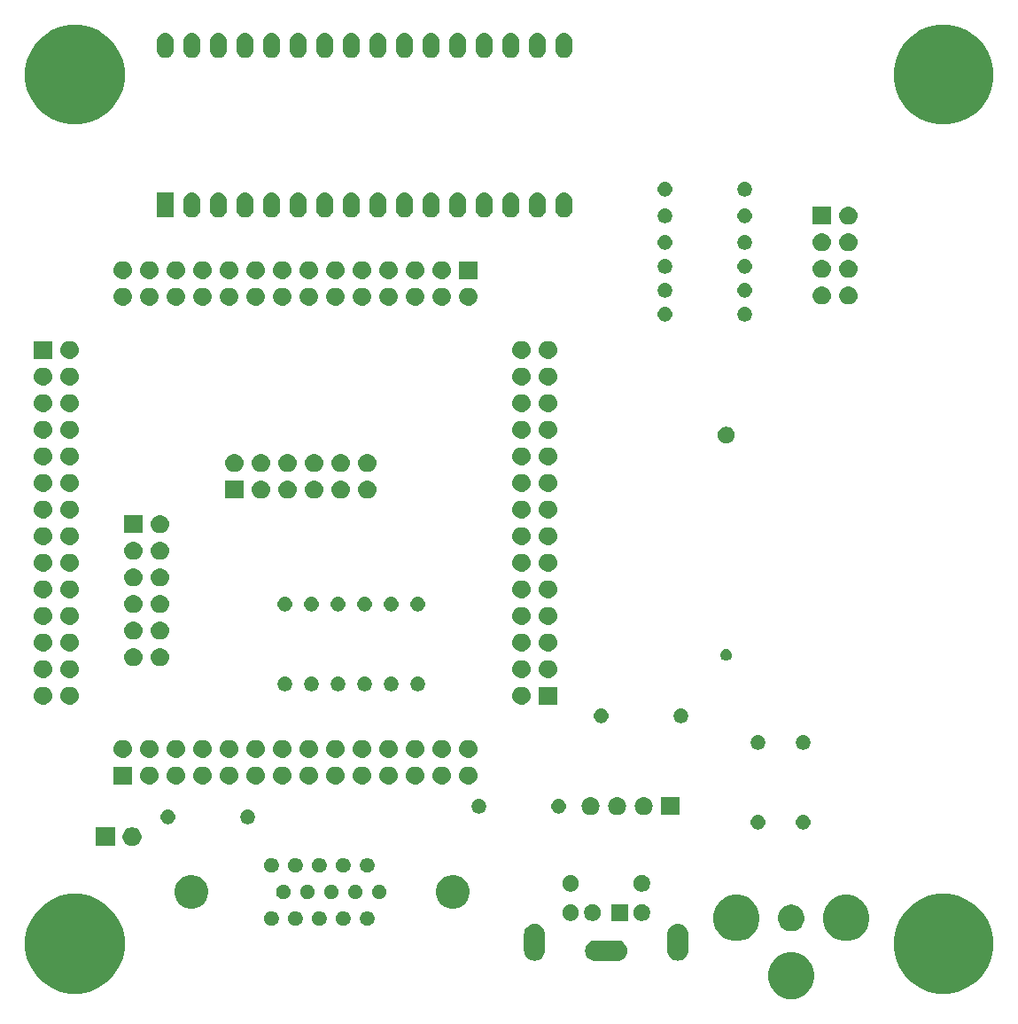
<source format=gbr>
G04 #@! TF.GenerationSoftware,KiCad,Pcbnew,(5.0.2)-1*
G04 #@! TF.CreationDate,2020-03-05T14:29:15-05:00*
G04 #@! TF.ProjectId,EP2C5-DB-TH,45503243-352d-4444-922d-54482e6b6963,X2*
G04 #@! TF.SameCoordinates,Original*
G04 #@! TF.FileFunction,Soldermask,Bot*
G04 #@! TF.FilePolarity,Negative*
%FSLAX46Y46*%
G04 Gerber Fmt 4.6, Leading zero omitted, Abs format (unit mm)*
G04 Created by KiCad (PCBNEW (5.0.2)-1) date 3/5/2020 2:29:15 PM*
%MOMM*%
%LPD*%
G01*
G04 APERTURE LIST*
%ADD10C,0.150000*%
G04 APERTURE END LIST*
D10*
G36*
X85103279Y-99894709D02*
X85469825Y-100046537D01*
X85507749Y-100062246D01*
X85669400Y-100170258D01*
X85871764Y-100305473D01*
X86181327Y-100615036D01*
X86424555Y-100979053D01*
X86592091Y-101383521D01*
X86677500Y-101812903D01*
X86677500Y-102250697D01*
X86592091Y-102680079D01*
X86424554Y-103084549D01*
X86333732Y-103220474D01*
X86181327Y-103448564D01*
X85871764Y-103758127D01*
X85871761Y-103758129D01*
X85507749Y-104001354D01*
X85507748Y-104001355D01*
X85507747Y-104001355D01*
X85103279Y-104168891D01*
X84673899Y-104254300D01*
X84236101Y-104254300D01*
X83806721Y-104168891D01*
X83402253Y-104001355D01*
X83402252Y-104001355D01*
X83402251Y-104001354D01*
X83038239Y-103758129D01*
X83038236Y-103758127D01*
X82728673Y-103448564D01*
X82576268Y-103220474D01*
X82485446Y-103084549D01*
X82317909Y-102680079D01*
X82232500Y-102250697D01*
X82232500Y-101812903D01*
X82317909Y-101383521D01*
X82485445Y-100979053D01*
X82728673Y-100615036D01*
X83038236Y-100305473D01*
X83240600Y-100170258D01*
X83402251Y-100062246D01*
X83440176Y-100046537D01*
X83806721Y-99894709D01*
X84236101Y-99809300D01*
X84673899Y-99809300D01*
X85103279Y-99894709D01*
X85103279Y-99894709D01*
G37*
G36*
X100389169Y-94420519D02*
X101255889Y-94779526D01*
X102035920Y-95300726D01*
X102699274Y-95964080D01*
X103220474Y-96744111D01*
X103579481Y-97610831D01*
X103762500Y-98530933D01*
X103762500Y-99469067D01*
X103579481Y-100389169D01*
X103220474Y-101255889D01*
X102699274Y-102035920D01*
X102035920Y-102699274D01*
X101255889Y-103220474D01*
X100389169Y-103579481D01*
X99469067Y-103762500D01*
X98530933Y-103762500D01*
X97610831Y-103579481D01*
X96744111Y-103220474D01*
X95964080Y-102699274D01*
X95300726Y-102035920D01*
X94779526Y-101255889D01*
X94420519Y-100389169D01*
X94237500Y-99469067D01*
X94237500Y-98530933D01*
X94420519Y-97610831D01*
X94779526Y-96744111D01*
X95300726Y-95964080D01*
X95964080Y-95300726D01*
X96744111Y-94779526D01*
X97610831Y-94420519D01*
X98530933Y-94237500D01*
X99469067Y-94237500D01*
X100389169Y-94420519D01*
X100389169Y-94420519D01*
G37*
G36*
X17389169Y-94420519D02*
X18255889Y-94779526D01*
X19035920Y-95300726D01*
X19699274Y-95964080D01*
X20220474Y-96744111D01*
X20579481Y-97610831D01*
X20762500Y-98530933D01*
X20762500Y-99469067D01*
X20579481Y-100389169D01*
X20220474Y-101255889D01*
X19699274Y-102035920D01*
X19035920Y-102699274D01*
X18255889Y-103220474D01*
X17389169Y-103579481D01*
X16469067Y-103762500D01*
X15530933Y-103762500D01*
X14610831Y-103579481D01*
X13744111Y-103220474D01*
X12964080Y-102699274D01*
X12300726Y-102035920D01*
X11779526Y-101255889D01*
X11420519Y-100389169D01*
X11237500Y-99469067D01*
X11237500Y-98530933D01*
X11420519Y-97610831D01*
X11779526Y-96744111D01*
X12300726Y-95964080D01*
X12964080Y-95300726D01*
X13744111Y-94779526D01*
X14610831Y-94420519D01*
X15530933Y-94237500D01*
X16469067Y-94237500D01*
X17389169Y-94420519D01*
X17389169Y-94420519D01*
G37*
G36*
X67968030Y-98676469D02*
X67968033Y-98676470D01*
X67968034Y-98676470D01*
X68156535Y-98733651D01*
X68156537Y-98733652D01*
X68330260Y-98826509D01*
X68482528Y-98951472D01*
X68607491Y-99103740D01*
X68700348Y-99277463D01*
X68757531Y-99465970D01*
X68776838Y-99662000D01*
X68757531Y-99858030D01*
X68757530Y-99858033D01*
X68757530Y-99858034D01*
X68715516Y-99996537D01*
X68700348Y-100046537D01*
X68607491Y-100220260D01*
X68482528Y-100372528D01*
X68330260Y-100497491D01*
X68330258Y-100497492D01*
X68156535Y-100590349D01*
X67968034Y-100647530D01*
X67968033Y-100647530D01*
X67968030Y-100647531D01*
X67821124Y-100662000D01*
X65722876Y-100662000D01*
X65575970Y-100647531D01*
X65575967Y-100647530D01*
X65575966Y-100647530D01*
X65387465Y-100590349D01*
X65213742Y-100497492D01*
X65213740Y-100497491D01*
X65061472Y-100372528D01*
X64936509Y-100220260D01*
X64843652Y-100046537D01*
X64828485Y-99996537D01*
X64786470Y-99858034D01*
X64786470Y-99858033D01*
X64786469Y-99858030D01*
X64767162Y-99662000D01*
X64786469Y-99465970D01*
X64843652Y-99277463D01*
X64936509Y-99103740D01*
X65061472Y-98951472D01*
X65213740Y-98826509D01*
X65387463Y-98733652D01*
X65387465Y-98733651D01*
X65575966Y-98676470D01*
X65575967Y-98676470D01*
X65575970Y-98676469D01*
X65722876Y-98662000D01*
X67821124Y-98662000D01*
X67968030Y-98676469D01*
X67968030Y-98676469D01*
G37*
G36*
X60118029Y-97126469D02*
X60118032Y-97126470D01*
X60118033Y-97126470D01*
X60306534Y-97183651D01*
X60306536Y-97183652D01*
X60306539Y-97183653D01*
X60480258Y-97276507D01*
X60632528Y-97401472D01*
X60757491Y-97553740D01*
X60788006Y-97610830D01*
X60850349Y-97727465D01*
X60907530Y-97915966D01*
X60907531Y-97915970D01*
X60922000Y-98062876D01*
X60922000Y-99661124D01*
X60907531Y-99808030D01*
X60907530Y-99808033D01*
X60907530Y-99808034D01*
X60850350Y-99996533D01*
X60850348Y-99996537D01*
X60757491Y-100170260D01*
X60632528Y-100322528D01*
X60480260Y-100447491D01*
X60480258Y-100447492D01*
X60306535Y-100540349D01*
X60118034Y-100597530D01*
X60118033Y-100597530D01*
X60118030Y-100597531D01*
X59922000Y-100616838D01*
X59725971Y-100597531D01*
X59725968Y-100597530D01*
X59725967Y-100597530D01*
X59537466Y-100540349D01*
X59363743Y-100447492D01*
X59363741Y-100447491D01*
X59211473Y-100322528D01*
X59086510Y-100170260D01*
X58993651Y-99996533D01*
X58936469Y-99808035D01*
X58922000Y-99661124D01*
X58922000Y-98062877D01*
X58936469Y-97915971D01*
X58936470Y-97915967D01*
X58993651Y-97727466D01*
X58993652Y-97727464D01*
X58993653Y-97727461D01*
X59086507Y-97553742D01*
X59211472Y-97401472D01*
X59363740Y-97276509D01*
X59537463Y-97183652D01*
X59537465Y-97183651D01*
X59725966Y-97126470D01*
X59725967Y-97126470D01*
X59725970Y-97126469D01*
X59922000Y-97107162D01*
X60118029Y-97126469D01*
X60118029Y-97126469D01*
G37*
G36*
X73818029Y-97126469D02*
X73818032Y-97126470D01*
X73818033Y-97126470D01*
X74006534Y-97183651D01*
X74006536Y-97183652D01*
X74006539Y-97183653D01*
X74180258Y-97276507D01*
X74332528Y-97401472D01*
X74457491Y-97553740D01*
X74488006Y-97610830D01*
X74550349Y-97727465D01*
X74607530Y-97915966D01*
X74607531Y-97915970D01*
X74622000Y-98062876D01*
X74622000Y-99661124D01*
X74607531Y-99808030D01*
X74607530Y-99808033D01*
X74607530Y-99808034D01*
X74550350Y-99996533D01*
X74550348Y-99996537D01*
X74457491Y-100170260D01*
X74332528Y-100322528D01*
X74180260Y-100447491D01*
X74180258Y-100447492D01*
X74006535Y-100540349D01*
X73818034Y-100597530D01*
X73818033Y-100597530D01*
X73818030Y-100597531D01*
X73622000Y-100616838D01*
X73425971Y-100597531D01*
X73425968Y-100597530D01*
X73425967Y-100597530D01*
X73237466Y-100540349D01*
X73063743Y-100447492D01*
X73063741Y-100447491D01*
X72911473Y-100322528D01*
X72786510Y-100170260D01*
X72693651Y-99996533D01*
X72636469Y-99808035D01*
X72622000Y-99661124D01*
X72622000Y-98062877D01*
X72636469Y-97915971D01*
X72636470Y-97915967D01*
X72693651Y-97727466D01*
X72693652Y-97727464D01*
X72693653Y-97727461D01*
X72786507Y-97553742D01*
X72911472Y-97401472D01*
X73063740Y-97276509D01*
X73237463Y-97183652D01*
X73237465Y-97183651D01*
X73425966Y-97126470D01*
X73425967Y-97126470D01*
X73425970Y-97126469D01*
X73622000Y-97107162D01*
X73818029Y-97126469D01*
X73818029Y-97126469D01*
G37*
G36*
X90348379Y-94382909D02*
X90631166Y-94500043D01*
X90752849Y-94550446D01*
X91095693Y-94779527D01*
X91116864Y-94793673D01*
X91426427Y-95103236D01*
X91426429Y-95103239D01*
X91658958Y-95451243D01*
X91669655Y-95467253D01*
X91837191Y-95871721D01*
X91922600Y-96301101D01*
X91922600Y-96738899D01*
X91837191Y-97168279D01*
X91697107Y-97506473D01*
X91669654Y-97572749D01*
X91440324Y-97915966D01*
X91426427Y-97936764D01*
X91116864Y-98246327D01*
X91116861Y-98246329D01*
X90752849Y-98489554D01*
X90752848Y-98489555D01*
X90752847Y-98489555D01*
X90348379Y-98657091D01*
X89918999Y-98742500D01*
X89481201Y-98742500D01*
X89051821Y-98657091D01*
X88647353Y-98489555D01*
X88647352Y-98489555D01*
X88647351Y-98489554D01*
X88283339Y-98246329D01*
X88283336Y-98246327D01*
X87973773Y-97936764D01*
X87959876Y-97915966D01*
X87730546Y-97572749D01*
X87703094Y-97506473D01*
X87563009Y-97168279D01*
X87477600Y-96738899D01*
X87477600Y-96301101D01*
X87563009Y-95871721D01*
X87730545Y-95467253D01*
X87741243Y-95451243D01*
X87973771Y-95103239D01*
X87973773Y-95103236D01*
X88283336Y-94793673D01*
X88304507Y-94779527D01*
X88647351Y-94550446D01*
X88769035Y-94500043D01*
X89051821Y-94382909D01*
X89481201Y-94297500D01*
X89918999Y-94297500D01*
X90348379Y-94382909D01*
X90348379Y-94382909D01*
G37*
G36*
X79858179Y-94382909D02*
X80140966Y-94500043D01*
X80262649Y-94550446D01*
X80605493Y-94779527D01*
X80626664Y-94793673D01*
X80936227Y-95103236D01*
X80936229Y-95103239D01*
X81168758Y-95451243D01*
X81179455Y-95467253D01*
X81346991Y-95871721D01*
X81432400Y-96301101D01*
X81432400Y-96738899D01*
X81346991Y-97168279D01*
X81206907Y-97506473D01*
X81179454Y-97572749D01*
X80950124Y-97915966D01*
X80936227Y-97936764D01*
X80626664Y-98246327D01*
X80626661Y-98246329D01*
X80262649Y-98489554D01*
X80262648Y-98489555D01*
X80262647Y-98489555D01*
X79858179Y-98657091D01*
X79428799Y-98742500D01*
X78991001Y-98742500D01*
X78561621Y-98657091D01*
X78157153Y-98489555D01*
X78157152Y-98489555D01*
X78157151Y-98489554D01*
X77793139Y-98246329D01*
X77793136Y-98246327D01*
X77483573Y-97936764D01*
X77469676Y-97915966D01*
X77240346Y-97572749D01*
X77212894Y-97506473D01*
X77072809Y-97168279D01*
X76987400Y-96738899D01*
X76987400Y-96301101D01*
X77072809Y-95871721D01*
X77240345Y-95467253D01*
X77251043Y-95451243D01*
X77483571Y-95103239D01*
X77483573Y-95103236D01*
X77793136Y-94793673D01*
X77814307Y-94779527D01*
X78157151Y-94550446D01*
X78278835Y-94500043D01*
X78561621Y-94382909D01*
X78991001Y-94297500D01*
X79428799Y-94297500D01*
X79858179Y-94382909D01*
X79858179Y-94382909D01*
G37*
G36*
X84702764Y-95274402D02*
X84825445Y-95298805D01*
X85047054Y-95390599D01*
X85056571Y-95394541D01*
X85264581Y-95533529D01*
X85441471Y-95710419D01*
X85441473Y-95710422D01*
X85580459Y-95918429D01*
X85676195Y-96149555D01*
X85676195Y-96149557D01*
X85725000Y-96394914D01*
X85725000Y-96645086D01*
X85700598Y-96767764D01*
X85676195Y-96890445D01*
X85586427Y-97107162D01*
X85580459Y-97121571D01*
X85441471Y-97329581D01*
X85264581Y-97506471D01*
X85264578Y-97506473D01*
X85056571Y-97645459D01*
X84825445Y-97741195D01*
X84702764Y-97765598D01*
X84580086Y-97790000D01*
X84329914Y-97790000D01*
X84207236Y-97765598D01*
X84084555Y-97741195D01*
X83853429Y-97645459D01*
X83645422Y-97506473D01*
X83645419Y-97506471D01*
X83468529Y-97329581D01*
X83329541Y-97121571D01*
X83323573Y-97107162D01*
X83233805Y-96890445D01*
X83209402Y-96767764D01*
X83185000Y-96645086D01*
X83185000Y-96394914D01*
X83233805Y-96149557D01*
X83233805Y-96149555D01*
X83329541Y-95918429D01*
X83468527Y-95710422D01*
X83468529Y-95710419D01*
X83645419Y-95533529D01*
X83853429Y-95394541D01*
X83862946Y-95390599D01*
X84084555Y-95298805D01*
X84207236Y-95274402D01*
X84329914Y-95250000D01*
X84580086Y-95250000D01*
X84702764Y-95274402D01*
X84702764Y-95274402D01*
G37*
G36*
X44138125Y-95901682D02*
X44265243Y-95954336D01*
X44379651Y-96030781D01*
X44476939Y-96128069D01*
X44553384Y-96242477D01*
X44606038Y-96369595D01*
X44632880Y-96504542D01*
X44632880Y-96642138D01*
X44606038Y-96777085D01*
X44553384Y-96904203D01*
X44476939Y-97018611D01*
X44379651Y-97115899D01*
X44265243Y-97192344D01*
X44138125Y-97244998D01*
X44003178Y-97271840D01*
X43865582Y-97271840D01*
X43730635Y-97244998D01*
X43603517Y-97192344D01*
X43489109Y-97115899D01*
X43391821Y-97018611D01*
X43315376Y-96904203D01*
X43262722Y-96777085D01*
X43235880Y-96642138D01*
X43235880Y-96504542D01*
X43262722Y-96369595D01*
X43315376Y-96242477D01*
X43391821Y-96128069D01*
X43489109Y-96030781D01*
X43603517Y-95954336D01*
X43730635Y-95901682D01*
X43865582Y-95874840D01*
X44003178Y-95874840D01*
X44138125Y-95901682D01*
X44138125Y-95901682D01*
G37*
G36*
X41847045Y-95901682D02*
X41974163Y-95954336D01*
X42088571Y-96030781D01*
X42185859Y-96128069D01*
X42262304Y-96242477D01*
X42314958Y-96369595D01*
X42341800Y-96504542D01*
X42341800Y-96642138D01*
X42314958Y-96777085D01*
X42262304Y-96904203D01*
X42185859Y-97018611D01*
X42088571Y-97115899D01*
X41974163Y-97192344D01*
X41847045Y-97244998D01*
X41712098Y-97271840D01*
X41574502Y-97271840D01*
X41439555Y-97244998D01*
X41312437Y-97192344D01*
X41198029Y-97115899D01*
X41100741Y-97018611D01*
X41024296Y-96904203D01*
X40971642Y-96777085D01*
X40944800Y-96642138D01*
X40944800Y-96504542D01*
X40971642Y-96369595D01*
X41024296Y-96242477D01*
X41100741Y-96128069D01*
X41198029Y-96030781D01*
X41312437Y-95954336D01*
X41439555Y-95901682D01*
X41574502Y-95874840D01*
X41712098Y-95874840D01*
X41847045Y-95901682D01*
X41847045Y-95901682D01*
G37*
G36*
X34978885Y-95901682D02*
X35106003Y-95954336D01*
X35220411Y-96030781D01*
X35317699Y-96128069D01*
X35394144Y-96242477D01*
X35446798Y-96369595D01*
X35473640Y-96504542D01*
X35473640Y-96642138D01*
X35446798Y-96777085D01*
X35394144Y-96904203D01*
X35317699Y-97018611D01*
X35220411Y-97115899D01*
X35106003Y-97192344D01*
X34978885Y-97244998D01*
X34843938Y-97271840D01*
X34706342Y-97271840D01*
X34571395Y-97244998D01*
X34444277Y-97192344D01*
X34329869Y-97115899D01*
X34232581Y-97018611D01*
X34156136Y-96904203D01*
X34103482Y-96777085D01*
X34076640Y-96642138D01*
X34076640Y-96504542D01*
X34103482Y-96369595D01*
X34156136Y-96242477D01*
X34232581Y-96128069D01*
X34329869Y-96030781D01*
X34444277Y-95954336D01*
X34571395Y-95901682D01*
X34706342Y-95874840D01*
X34843938Y-95874840D01*
X34978885Y-95901682D01*
X34978885Y-95901682D01*
G37*
G36*
X37267425Y-95901682D02*
X37394543Y-95954336D01*
X37508951Y-96030781D01*
X37606239Y-96128069D01*
X37682684Y-96242477D01*
X37735338Y-96369595D01*
X37762180Y-96504542D01*
X37762180Y-96642138D01*
X37735338Y-96777085D01*
X37682684Y-96904203D01*
X37606239Y-97018611D01*
X37508951Y-97115899D01*
X37394543Y-97192344D01*
X37267425Y-97244998D01*
X37132478Y-97271840D01*
X36994882Y-97271840D01*
X36859935Y-97244998D01*
X36732817Y-97192344D01*
X36618409Y-97115899D01*
X36521121Y-97018611D01*
X36444676Y-96904203D01*
X36392022Y-96777085D01*
X36365180Y-96642138D01*
X36365180Y-96504542D01*
X36392022Y-96369595D01*
X36444676Y-96242477D01*
X36521121Y-96128069D01*
X36618409Y-96030781D01*
X36732817Y-95954336D01*
X36859935Y-95901682D01*
X36994882Y-95874840D01*
X37132478Y-95874840D01*
X37267425Y-95901682D01*
X37267425Y-95901682D01*
G37*
G36*
X39558505Y-95899142D02*
X39685623Y-95951796D01*
X39800031Y-96028241D01*
X39897319Y-96125529D01*
X39973764Y-96239937D01*
X40026418Y-96367055D01*
X40053260Y-96502002D01*
X40053260Y-96639598D01*
X40026418Y-96774545D01*
X39973764Y-96901663D01*
X39897319Y-97016071D01*
X39800031Y-97113359D01*
X39685623Y-97189804D01*
X39558505Y-97242458D01*
X39423558Y-97269300D01*
X39285962Y-97269300D01*
X39151015Y-97242458D01*
X39023897Y-97189804D01*
X38909489Y-97113359D01*
X38812201Y-97016071D01*
X38735756Y-96901663D01*
X38683102Y-96774545D01*
X38656260Y-96639598D01*
X38656260Y-96502002D01*
X38683102Y-96367055D01*
X38735756Y-96239937D01*
X38812201Y-96125529D01*
X38909489Y-96028241D01*
X39023897Y-95951796D01*
X39151015Y-95899142D01*
X39285962Y-95872300D01*
X39423558Y-95872300D01*
X39558505Y-95899142D01*
X39558505Y-95899142D01*
G37*
G36*
X68872000Y-96812000D02*
X67272000Y-96812000D01*
X67272000Y-95212000D01*
X68872000Y-95212000D01*
X68872000Y-96812000D01*
X68872000Y-96812000D01*
G37*
G36*
X65705352Y-95242743D02*
X65850941Y-95303048D01*
X65981973Y-95390601D01*
X66093399Y-95502027D01*
X66180952Y-95633059D01*
X66241257Y-95778648D01*
X66272000Y-95933205D01*
X66272000Y-96090795D01*
X66241257Y-96245352D01*
X66180952Y-96390941D01*
X66093399Y-96521973D01*
X65981973Y-96633399D01*
X65850941Y-96720952D01*
X65705352Y-96781257D01*
X65550795Y-96812000D01*
X65393205Y-96812000D01*
X65238648Y-96781257D01*
X65093059Y-96720952D01*
X64962027Y-96633399D01*
X64850601Y-96521973D01*
X64763048Y-96390941D01*
X64702743Y-96245352D01*
X64672000Y-96090795D01*
X64672000Y-95933205D01*
X64702743Y-95778648D01*
X64763048Y-95633059D01*
X64850601Y-95502027D01*
X64962027Y-95390601D01*
X65093059Y-95303048D01*
X65238648Y-95242743D01*
X65393205Y-95212000D01*
X65550795Y-95212000D01*
X65705352Y-95242743D01*
X65705352Y-95242743D01*
G37*
G36*
X70405352Y-95242743D02*
X70550941Y-95303048D01*
X70681973Y-95390601D01*
X70793399Y-95502027D01*
X70880952Y-95633059D01*
X70941257Y-95778648D01*
X70972000Y-95933205D01*
X70972000Y-96090795D01*
X70941257Y-96245352D01*
X70880952Y-96390941D01*
X70793399Y-96521973D01*
X70681973Y-96633399D01*
X70550941Y-96720952D01*
X70405352Y-96781257D01*
X70250795Y-96812000D01*
X70093205Y-96812000D01*
X69938648Y-96781257D01*
X69793059Y-96720952D01*
X69662027Y-96633399D01*
X69550601Y-96521973D01*
X69463048Y-96390941D01*
X69402743Y-96245352D01*
X69372000Y-96090795D01*
X69372000Y-95933205D01*
X69402743Y-95778648D01*
X69463048Y-95633059D01*
X69550601Y-95502027D01*
X69662027Y-95390601D01*
X69793059Y-95303048D01*
X69938648Y-95242743D01*
X70093205Y-95212000D01*
X70250795Y-95212000D01*
X70405352Y-95242743D01*
X70405352Y-95242743D01*
G37*
G36*
X63605352Y-95242743D02*
X63750941Y-95303048D01*
X63881973Y-95390601D01*
X63993399Y-95502027D01*
X64080952Y-95633059D01*
X64141257Y-95778648D01*
X64172000Y-95933205D01*
X64172000Y-96090795D01*
X64141257Y-96245352D01*
X64080952Y-96390941D01*
X63993399Y-96521973D01*
X63881973Y-96633399D01*
X63750941Y-96720952D01*
X63605352Y-96781257D01*
X63450795Y-96812000D01*
X63293205Y-96812000D01*
X63138648Y-96781257D01*
X62993059Y-96720952D01*
X62862027Y-96633399D01*
X62750601Y-96521973D01*
X62663048Y-96390941D01*
X62602743Y-96245352D01*
X62572000Y-96090795D01*
X62572000Y-95933205D01*
X62602743Y-95778648D01*
X62663048Y-95633059D01*
X62750601Y-95502027D01*
X62862027Y-95390601D01*
X62993059Y-95303048D01*
X63138648Y-95242743D01*
X63293205Y-95212000D01*
X63450795Y-95212000D01*
X63605352Y-95242743D01*
X63605352Y-95242743D01*
G37*
G36*
X52584963Y-92494826D02*
X52876143Y-92615437D01*
X53138204Y-92790541D01*
X53361059Y-93013396D01*
X53536163Y-93275457D01*
X53656774Y-93566637D01*
X53718260Y-93875752D01*
X53718260Y-94190928D01*
X53656774Y-94500043D01*
X53536163Y-94791223D01*
X53361059Y-95053284D01*
X53138204Y-95276139D01*
X52876143Y-95451243D01*
X52584963Y-95571854D01*
X52275848Y-95633340D01*
X51960672Y-95633340D01*
X51651557Y-95571854D01*
X51360377Y-95451243D01*
X51098316Y-95276139D01*
X50875461Y-95053284D01*
X50700357Y-94791223D01*
X50579746Y-94500043D01*
X50518260Y-94190928D01*
X50518260Y-93875752D01*
X50579746Y-93566637D01*
X50700357Y-93275457D01*
X50875461Y-93013396D01*
X51098316Y-92790541D01*
X51360377Y-92615437D01*
X51651557Y-92494826D01*
X51960672Y-92433340D01*
X52275848Y-92433340D01*
X52584963Y-92494826D01*
X52584963Y-92494826D01*
G37*
G36*
X27596443Y-92494826D02*
X27887623Y-92615437D01*
X28149684Y-92790541D01*
X28372539Y-93013396D01*
X28547643Y-93275457D01*
X28668254Y-93566637D01*
X28729740Y-93875752D01*
X28729740Y-94190928D01*
X28668254Y-94500043D01*
X28547643Y-94791223D01*
X28372539Y-95053284D01*
X28149684Y-95276139D01*
X27887623Y-95451243D01*
X27596443Y-95571854D01*
X27287328Y-95633340D01*
X26972152Y-95633340D01*
X26663037Y-95571854D01*
X26371857Y-95451243D01*
X26109796Y-95276139D01*
X25886941Y-95053284D01*
X25711837Y-94791223D01*
X25591226Y-94500043D01*
X25529740Y-94190928D01*
X25529740Y-93875752D01*
X25591226Y-93566637D01*
X25711837Y-93275457D01*
X25886941Y-93013396D01*
X26109796Y-92790541D01*
X26371857Y-92615437D01*
X26663037Y-92494826D01*
X26972152Y-92433340D01*
X27287328Y-92433340D01*
X27596443Y-92494826D01*
X27596443Y-92494826D01*
G37*
G36*
X36121885Y-93361682D02*
X36249003Y-93414336D01*
X36363411Y-93490781D01*
X36460699Y-93588069D01*
X36537144Y-93702477D01*
X36589798Y-93829595D01*
X36616640Y-93964542D01*
X36616640Y-94102138D01*
X36589798Y-94237085D01*
X36537144Y-94364203D01*
X36460699Y-94478611D01*
X36363411Y-94575899D01*
X36249003Y-94652344D01*
X36121885Y-94704998D01*
X35986938Y-94731840D01*
X35849342Y-94731840D01*
X35714395Y-94704998D01*
X35587277Y-94652344D01*
X35472869Y-94575899D01*
X35375581Y-94478611D01*
X35299136Y-94364203D01*
X35246482Y-94237085D01*
X35219640Y-94102138D01*
X35219640Y-93964542D01*
X35246482Y-93829595D01*
X35299136Y-93702477D01*
X35375581Y-93588069D01*
X35472869Y-93490781D01*
X35587277Y-93414336D01*
X35714395Y-93361682D01*
X35849342Y-93334840D01*
X35986938Y-93334840D01*
X36121885Y-93361682D01*
X36121885Y-93361682D01*
G37*
G36*
X45283665Y-93361682D02*
X45410783Y-93414336D01*
X45525191Y-93490781D01*
X45622479Y-93588069D01*
X45698924Y-93702477D01*
X45751578Y-93829595D01*
X45778420Y-93964542D01*
X45778420Y-94102138D01*
X45751578Y-94237085D01*
X45698924Y-94364203D01*
X45622479Y-94478611D01*
X45525191Y-94575899D01*
X45410783Y-94652344D01*
X45283665Y-94704998D01*
X45148718Y-94731840D01*
X45011122Y-94731840D01*
X44876175Y-94704998D01*
X44749057Y-94652344D01*
X44634649Y-94575899D01*
X44537361Y-94478611D01*
X44460916Y-94364203D01*
X44408262Y-94237085D01*
X44381420Y-94102138D01*
X44381420Y-93964542D01*
X44408262Y-93829595D01*
X44460916Y-93702477D01*
X44537361Y-93588069D01*
X44634649Y-93490781D01*
X44749057Y-93414336D01*
X44876175Y-93361682D01*
X45011122Y-93334840D01*
X45148718Y-93334840D01*
X45283665Y-93361682D01*
X45283665Y-93361682D01*
G37*
G36*
X42992585Y-93361682D02*
X43119703Y-93414336D01*
X43234111Y-93490781D01*
X43331399Y-93588069D01*
X43407844Y-93702477D01*
X43460498Y-93829595D01*
X43487340Y-93964542D01*
X43487340Y-94102138D01*
X43460498Y-94237085D01*
X43407844Y-94364203D01*
X43331399Y-94478611D01*
X43234111Y-94575899D01*
X43119703Y-94652344D01*
X42992585Y-94704998D01*
X42857638Y-94731840D01*
X42720042Y-94731840D01*
X42585095Y-94704998D01*
X42457977Y-94652344D01*
X42343569Y-94575899D01*
X42246281Y-94478611D01*
X42169836Y-94364203D01*
X42117182Y-94237085D01*
X42090340Y-94102138D01*
X42090340Y-93964542D01*
X42117182Y-93829595D01*
X42169836Y-93702477D01*
X42246281Y-93588069D01*
X42343569Y-93490781D01*
X42457977Y-93414336D01*
X42585095Y-93361682D01*
X42720042Y-93334840D01*
X42857638Y-93334840D01*
X42992585Y-93361682D01*
X42992585Y-93361682D01*
G37*
G36*
X40701505Y-93361682D02*
X40828623Y-93414336D01*
X40943031Y-93490781D01*
X41040319Y-93588069D01*
X41116764Y-93702477D01*
X41169418Y-93829595D01*
X41196260Y-93964542D01*
X41196260Y-94102138D01*
X41169418Y-94237085D01*
X41116764Y-94364203D01*
X41040319Y-94478611D01*
X40943031Y-94575899D01*
X40828623Y-94652344D01*
X40701505Y-94704998D01*
X40566558Y-94731840D01*
X40428962Y-94731840D01*
X40294015Y-94704998D01*
X40166897Y-94652344D01*
X40052489Y-94575899D01*
X39955201Y-94478611D01*
X39878756Y-94364203D01*
X39826102Y-94237085D01*
X39799260Y-94102138D01*
X39799260Y-93964542D01*
X39826102Y-93829595D01*
X39878756Y-93702477D01*
X39955201Y-93588069D01*
X40052489Y-93490781D01*
X40166897Y-93414336D01*
X40294015Y-93361682D01*
X40428962Y-93334840D01*
X40566558Y-93334840D01*
X40701505Y-93361682D01*
X40701505Y-93361682D01*
G37*
G36*
X38412965Y-93361682D02*
X38540083Y-93414336D01*
X38654491Y-93490781D01*
X38751779Y-93588069D01*
X38828224Y-93702477D01*
X38880878Y-93829595D01*
X38907720Y-93964542D01*
X38907720Y-94102138D01*
X38880878Y-94237085D01*
X38828224Y-94364203D01*
X38751779Y-94478611D01*
X38654491Y-94575899D01*
X38540083Y-94652344D01*
X38412965Y-94704998D01*
X38278018Y-94731840D01*
X38140422Y-94731840D01*
X38005475Y-94704998D01*
X37878357Y-94652344D01*
X37763949Y-94575899D01*
X37666661Y-94478611D01*
X37590216Y-94364203D01*
X37537562Y-94237085D01*
X37510720Y-94102138D01*
X37510720Y-93964542D01*
X37537562Y-93829595D01*
X37590216Y-93702477D01*
X37666661Y-93588069D01*
X37763949Y-93490781D01*
X37878357Y-93414336D01*
X38005475Y-93361682D01*
X38140422Y-93334840D01*
X38278018Y-93334840D01*
X38412965Y-93361682D01*
X38412965Y-93361682D01*
G37*
G36*
X70405352Y-92442743D02*
X70550941Y-92503048D01*
X70681973Y-92590601D01*
X70793399Y-92702027D01*
X70880952Y-92833059D01*
X70941257Y-92978648D01*
X70972000Y-93133205D01*
X70972000Y-93290795D01*
X70941257Y-93445352D01*
X70880952Y-93590941D01*
X70793399Y-93721973D01*
X70681973Y-93833399D01*
X70550941Y-93920952D01*
X70405352Y-93981257D01*
X70250795Y-94012000D01*
X70093205Y-94012000D01*
X69938648Y-93981257D01*
X69793059Y-93920952D01*
X69662027Y-93833399D01*
X69550601Y-93721973D01*
X69463048Y-93590941D01*
X69402743Y-93445352D01*
X69372000Y-93290795D01*
X69372000Y-93133205D01*
X69402743Y-92978648D01*
X69463048Y-92833059D01*
X69550601Y-92702027D01*
X69662027Y-92590601D01*
X69793059Y-92503048D01*
X69938648Y-92442743D01*
X70093205Y-92412000D01*
X70250795Y-92412000D01*
X70405352Y-92442743D01*
X70405352Y-92442743D01*
G37*
G36*
X63605352Y-92442743D02*
X63750941Y-92503048D01*
X63881973Y-92590601D01*
X63993399Y-92702027D01*
X64080952Y-92833059D01*
X64141257Y-92978648D01*
X64172000Y-93133205D01*
X64172000Y-93290795D01*
X64141257Y-93445352D01*
X64080952Y-93590941D01*
X63993399Y-93721973D01*
X63881973Y-93833399D01*
X63750941Y-93920952D01*
X63605352Y-93981257D01*
X63450795Y-94012000D01*
X63293205Y-94012000D01*
X63138648Y-93981257D01*
X62993059Y-93920952D01*
X62862027Y-93833399D01*
X62750601Y-93721973D01*
X62663048Y-93590941D01*
X62602743Y-93445352D01*
X62572000Y-93290795D01*
X62572000Y-93133205D01*
X62602743Y-92978648D01*
X62663048Y-92833059D01*
X62750601Y-92702027D01*
X62862027Y-92590601D01*
X62993059Y-92503048D01*
X63138648Y-92442743D01*
X63293205Y-92412000D01*
X63450795Y-92412000D01*
X63605352Y-92442743D01*
X63605352Y-92442743D01*
G37*
G36*
X37267425Y-90821682D02*
X37394543Y-90874336D01*
X37508951Y-90950781D01*
X37606239Y-91048069D01*
X37682684Y-91162477D01*
X37735338Y-91289595D01*
X37762180Y-91424542D01*
X37762180Y-91562138D01*
X37735338Y-91697085D01*
X37682684Y-91824203D01*
X37606239Y-91938611D01*
X37508951Y-92035899D01*
X37394543Y-92112344D01*
X37267425Y-92164998D01*
X37132478Y-92191840D01*
X36994882Y-92191840D01*
X36859935Y-92164998D01*
X36732817Y-92112344D01*
X36618409Y-92035899D01*
X36521121Y-91938611D01*
X36444676Y-91824203D01*
X36392022Y-91697085D01*
X36365180Y-91562138D01*
X36365180Y-91424542D01*
X36392022Y-91289595D01*
X36444676Y-91162477D01*
X36521121Y-91048069D01*
X36618409Y-90950781D01*
X36732817Y-90874336D01*
X36859935Y-90821682D01*
X36994882Y-90794840D01*
X37132478Y-90794840D01*
X37267425Y-90821682D01*
X37267425Y-90821682D01*
G37*
G36*
X44138125Y-90821682D02*
X44265243Y-90874336D01*
X44379651Y-90950781D01*
X44476939Y-91048069D01*
X44553384Y-91162477D01*
X44606038Y-91289595D01*
X44632880Y-91424542D01*
X44632880Y-91562138D01*
X44606038Y-91697085D01*
X44553384Y-91824203D01*
X44476939Y-91938611D01*
X44379651Y-92035899D01*
X44265243Y-92112344D01*
X44138125Y-92164998D01*
X44003178Y-92191840D01*
X43865582Y-92191840D01*
X43730635Y-92164998D01*
X43603517Y-92112344D01*
X43489109Y-92035899D01*
X43391821Y-91938611D01*
X43315376Y-91824203D01*
X43262722Y-91697085D01*
X43235880Y-91562138D01*
X43235880Y-91424542D01*
X43262722Y-91289595D01*
X43315376Y-91162477D01*
X43391821Y-91048069D01*
X43489109Y-90950781D01*
X43603517Y-90874336D01*
X43730635Y-90821682D01*
X43865582Y-90794840D01*
X44003178Y-90794840D01*
X44138125Y-90821682D01*
X44138125Y-90821682D01*
G37*
G36*
X41847045Y-90821682D02*
X41974163Y-90874336D01*
X42088571Y-90950781D01*
X42185859Y-91048069D01*
X42262304Y-91162477D01*
X42314958Y-91289595D01*
X42341800Y-91424542D01*
X42341800Y-91562138D01*
X42314958Y-91697085D01*
X42262304Y-91824203D01*
X42185859Y-91938611D01*
X42088571Y-92035899D01*
X41974163Y-92112344D01*
X41847045Y-92164998D01*
X41712098Y-92191840D01*
X41574502Y-92191840D01*
X41439555Y-92164998D01*
X41312437Y-92112344D01*
X41198029Y-92035899D01*
X41100741Y-91938611D01*
X41024296Y-91824203D01*
X40971642Y-91697085D01*
X40944800Y-91562138D01*
X40944800Y-91424542D01*
X40971642Y-91289595D01*
X41024296Y-91162477D01*
X41100741Y-91048069D01*
X41198029Y-90950781D01*
X41312437Y-90874336D01*
X41439555Y-90821682D01*
X41574502Y-90794840D01*
X41712098Y-90794840D01*
X41847045Y-90821682D01*
X41847045Y-90821682D01*
G37*
G36*
X39561045Y-90821682D02*
X39688163Y-90874336D01*
X39802571Y-90950781D01*
X39899859Y-91048069D01*
X39976304Y-91162477D01*
X40028958Y-91289595D01*
X40055800Y-91424542D01*
X40055800Y-91562138D01*
X40028958Y-91697085D01*
X39976304Y-91824203D01*
X39899859Y-91938611D01*
X39802571Y-92035899D01*
X39688163Y-92112344D01*
X39561045Y-92164998D01*
X39426098Y-92191840D01*
X39288502Y-92191840D01*
X39153555Y-92164998D01*
X39026437Y-92112344D01*
X38912029Y-92035899D01*
X38814741Y-91938611D01*
X38738296Y-91824203D01*
X38685642Y-91697085D01*
X38658800Y-91562138D01*
X38658800Y-91424542D01*
X38685642Y-91289595D01*
X38738296Y-91162477D01*
X38814741Y-91048069D01*
X38912029Y-90950781D01*
X39026437Y-90874336D01*
X39153555Y-90821682D01*
X39288502Y-90794840D01*
X39426098Y-90794840D01*
X39561045Y-90821682D01*
X39561045Y-90821682D01*
G37*
G36*
X34978885Y-90821682D02*
X35106003Y-90874336D01*
X35220411Y-90950781D01*
X35317699Y-91048069D01*
X35394144Y-91162477D01*
X35446798Y-91289595D01*
X35473640Y-91424542D01*
X35473640Y-91562138D01*
X35446798Y-91697085D01*
X35394144Y-91824203D01*
X35317699Y-91938611D01*
X35220411Y-92035899D01*
X35106003Y-92112344D01*
X34978885Y-92164998D01*
X34843938Y-92191840D01*
X34706342Y-92191840D01*
X34571395Y-92164998D01*
X34444277Y-92112344D01*
X34329869Y-92035899D01*
X34232581Y-91938611D01*
X34156136Y-91824203D01*
X34103482Y-91697085D01*
X34076640Y-91562138D01*
X34076640Y-91424542D01*
X34103482Y-91289595D01*
X34156136Y-91162477D01*
X34232581Y-91048069D01*
X34329869Y-90950781D01*
X34444277Y-90874336D01*
X34571395Y-90821682D01*
X34706342Y-90794840D01*
X34843938Y-90794840D01*
X34978885Y-90821682D01*
X34978885Y-90821682D01*
G37*
G36*
X19823000Y-89673000D02*
X18023000Y-89673000D01*
X18023000Y-87873000D01*
X19823000Y-87873000D01*
X19823000Y-89673000D01*
X19823000Y-89673000D01*
G37*
G36*
X21725521Y-87907586D02*
X21889309Y-87975429D01*
X22036720Y-88073926D01*
X22162074Y-88199280D01*
X22260571Y-88346691D01*
X22328414Y-88510479D01*
X22363000Y-88684356D01*
X22363000Y-88861644D01*
X22328414Y-89035521D01*
X22260571Y-89199309D01*
X22162074Y-89346720D01*
X22036720Y-89472074D01*
X21889309Y-89570571D01*
X21725521Y-89638414D01*
X21551644Y-89673000D01*
X21374356Y-89673000D01*
X21200479Y-89638414D01*
X21036691Y-89570571D01*
X20889280Y-89472074D01*
X20763926Y-89346720D01*
X20665429Y-89199309D01*
X20597586Y-89035521D01*
X20563000Y-88861644D01*
X20563000Y-88684356D01*
X20597586Y-88510479D01*
X20665429Y-88346691D01*
X20763926Y-88199280D01*
X20889280Y-88073926D01*
X21036691Y-87975429D01*
X21200479Y-87907586D01*
X21374356Y-87873000D01*
X21551644Y-87873000D01*
X21725521Y-87907586D01*
X21725521Y-87907586D01*
G37*
G36*
X85735224Y-86686128D02*
X85867175Y-86726155D01*
X85988781Y-86791155D01*
X86095370Y-86878630D01*
X86182845Y-86985219D01*
X86247845Y-87106825D01*
X86287872Y-87238776D01*
X86301387Y-87376000D01*
X86287872Y-87513224D01*
X86247845Y-87645175D01*
X86182845Y-87766781D01*
X86095370Y-87873370D01*
X85988781Y-87960845D01*
X85867175Y-88025845D01*
X85735224Y-88065872D01*
X85632390Y-88076000D01*
X85563610Y-88076000D01*
X85460776Y-88065872D01*
X85328825Y-88025845D01*
X85207219Y-87960845D01*
X85100630Y-87873370D01*
X85013155Y-87766781D01*
X84948155Y-87645175D01*
X84908128Y-87513224D01*
X84894613Y-87376000D01*
X84908128Y-87238776D01*
X84948155Y-87106825D01*
X85013155Y-86985219D01*
X85100630Y-86878630D01*
X85207219Y-86791155D01*
X85328825Y-86726155D01*
X85460776Y-86686128D01*
X85563610Y-86676000D01*
X85632390Y-86676000D01*
X85735224Y-86686128D01*
X85735224Y-86686128D01*
G37*
G36*
X81417224Y-86686128D02*
X81549175Y-86726155D01*
X81670781Y-86791155D01*
X81777370Y-86878630D01*
X81864845Y-86985219D01*
X81929845Y-87106825D01*
X81969872Y-87238776D01*
X81983387Y-87376000D01*
X81969872Y-87513224D01*
X81929845Y-87645175D01*
X81864845Y-87766781D01*
X81777370Y-87873370D01*
X81670781Y-87960845D01*
X81549175Y-88025845D01*
X81417224Y-88065872D01*
X81314390Y-88076000D01*
X81245610Y-88076000D01*
X81142776Y-88065872D01*
X81010825Y-88025845D01*
X80889219Y-87960845D01*
X80782630Y-87873370D01*
X80695155Y-87766781D01*
X80630155Y-87645175D01*
X80590128Y-87513224D01*
X80576613Y-87376000D01*
X80590128Y-87238776D01*
X80630155Y-87106825D01*
X80695155Y-86985219D01*
X80782630Y-86878630D01*
X80889219Y-86791155D01*
X81010825Y-86726155D01*
X81142776Y-86686128D01*
X81245610Y-86676000D01*
X81314390Y-86676000D01*
X81417224Y-86686128D01*
X81417224Y-86686128D01*
G37*
G36*
X32716183Y-86194900D02*
X32831776Y-86242781D01*
X32843574Y-86247668D01*
X32958224Y-86324274D01*
X33055726Y-86421776D01*
X33109226Y-86501845D01*
X33132332Y-86536426D01*
X33185100Y-86663817D01*
X33212000Y-86799055D01*
X33212000Y-86936945D01*
X33185100Y-87072183D01*
X33132332Y-87199574D01*
X33055726Y-87314224D01*
X32958224Y-87411726D01*
X32843574Y-87488332D01*
X32716183Y-87541100D01*
X32580945Y-87568000D01*
X32443055Y-87568000D01*
X32307817Y-87541100D01*
X32180426Y-87488332D01*
X32065776Y-87411726D01*
X31968274Y-87314224D01*
X31891668Y-87199574D01*
X31838900Y-87072183D01*
X31812000Y-86936945D01*
X31812000Y-86799055D01*
X31838900Y-86663817D01*
X31891668Y-86536426D01*
X31914774Y-86501845D01*
X31968274Y-86421776D01*
X32065776Y-86324274D01*
X32180426Y-86247668D01*
X32192224Y-86242781D01*
X32307817Y-86194900D01*
X32443055Y-86168000D01*
X32580945Y-86168000D01*
X32716183Y-86194900D01*
X32716183Y-86194900D01*
G37*
G36*
X25029224Y-86178128D02*
X25161175Y-86218155D01*
X25282781Y-86283155D01*
X25389370Y-86370630D01*
X25476845Y-86477219D01*
X25541845Y-86598825D01*
X25581872Y-86730776D01*
X25595387Y-86868000D01*
X25581872Y-87005224D01*
X25541845Y-87137175D01*
X25476845Y-87258781D01*
X25389370Y-87365370D01*
X25282781Y-87452845D01*
X25161175Y-87517845D01*
X25029224Y-87557872D01*
X24926390Y-87568000D01*
X24857610Y-87568000D01*
X24754776Y-87557872D01*
X24622825Y-87517845D01*
X24501219Y-87452845D01*
X24394630Y-87365370D01*
X24307155Y-87258781D01*
X24242155Y-87137175D01*
X24202128Y-87005224D01*
X24188613Y-86868000D01*
X24202128Y-86730776D01*
X24242155Y-86598825D01*
X24307155Y-86477219D01*
X24394630Y-86370630D01*
X24501219Y-86283155D01*
X24622825Y-86218155D01*
X24754776Y-86178128D01*
X24857610Y-86168000D01*
X24926390Y-86168000D01*
X25029224Y-86178128D01*
X25029224Y-86178128D01*
G37*
G36*
X73748000Y-86702000D02*
X72048000Y-86702000D01*
X72048000Y-85002000D01*
X73748000Y-85002000D01*
X73748000Y-86702000D01*
X73748000Y-86702000D01*
G37*
G36*
X70524630Y-85014299D02*
X70684855Y-85062903D01*
X70832520Y-85141831D01*
X70961949Y-85248051D01*
X71068169Y-85377480D01*
X71147097Y-85525145D01*
X71195701Y-85685370D01*
X71212112Y-85852000D01*
X71195701Y-86018630D01*
X71147097Y-86178855D01*
X71068169Y-86326520D01*
X70961949Y-86455949D01*
X70832520Y-86562169D01*
X70684855Y-86641097D01*
X70524630Y-86689701D01*
X70399752Y-86702000D01*
X70316248Y-86702000D01*
X70191370Y-86689701D01*
X70031145Y-86641097D01*
X69883480Y-86562169D01*
X69754051Y-86455949D01*
X69647831Y-86326520D01*
X69568903Y-86178855D01*
X69520299Y-86018630D01*
X69503888Y-85852000D01*
X69520299Y-85685370D01*
X69568903Y-85525145D01*
X69647831Y-85377480D01*
X69754051Y-85248051D01*
X69883480Y-85141831D01*
X70031145Y-85062903D01*
X70191370Y-85014299D01*
X70316248Y-85002000D01*
X70399752Y-85002000D01*
X70524630Y-85014299D01*
X70524630Y-85014299D01*
G37*
G36*
X65444630Y-85014299D02*
X65604855Y-85062903D01*
X65752520Y-85141831D01*
X65881949Y-85248051D01*
X65988169Y-85377480D01*
X66067097Y-85525145D01*
X66115701Y-85685370D01*
X66132112Y-85852000D01*
X66115701Y-86018630D01*
X66067097Y-86178855D01*
X65988169Y-86326520D01*
X65881949Y-86455949D01*
X65752520Y-86562169D01*
X65604855Y-86641097D01*
X65444630Y-86689701D01*
X65319752Y-86702000D01*
X65236248Y-86702000D01*
X65111370Y-86689701D01*
X64951145Y-86641097D01*
X64803480Y-86562169D01*
X64674051Y-86455949D01*
X64567831Y-86326520D01*
X64488903Y-86178855D01*
X64440299Y-86018630D01*
X64423888Y-85852000D01*
X64440299Y-85685370D01*
X64488903Y-85525145D01*
X64567831Y-85377480D01*
X64674051Y-85248051D01*
X64803480Y-85141831D01*
X64951145Y-85062903D01*
X65111370Y-85014299D01*
X65236248Y-85002000D01*
X65319752Y-85002000D01*
X65444630Y-85014299D01*
X65444630Y-85014299D01*
G37*
G36*
X67984630Y-85014299D02*
X68144855Y-85062903D01*
X68292520Y-85141831D01*
X68421949Y-85248051D01*
X68528169Y-85377480D01*
X68607097Y-85525145D01*
X68655701Y-85685370D01*
X68672112Y-85852000D01*
X68655701Y-86018630D01*
X68607097Y-86178855D01*
X68528169Y-86326520D01*
X68421949Y-86455949D01*
X68292520Y-86562169D01*
X68144855Y-86641097D01*
X67984630Y-86689701D01*
X67859752Y-86702000D01*
X67776248Y-86702000D01*
X67651370Y-86689701D01*
X67491145Y-86641097D01*
X67343480Y-86562169D01*
X67214051Y-86455949D01*
X67107831Y-86326520D01*
X67028903Y-86178855D01*
X66980299Y-86018630D01*
X66963888Y-85852000D01*
X66980299Y-85685370D01*
X67028903Y-85525145D01*
X67107831Y-85377480D01*
X67214051Y-85248051D01*
X67343480Y-85141831D01*
X67491145Y-85062903D01*
X67651370Y-85014299D01*
X67776248Y-85002000D01*
X67859752Y-85002000D01*
X67984630Y-85014299D01*
X67984630Y-85014299D01*
G37*
G36*
X54814183Y-85178900D02*
X54941574Y-85231668D01*
X54994685Y-85267155D01*
X55056225Y-85308275D01*
X55153725Y-85405775D01*
X55230332Y-85520426D01*
X55283100Y-85647817D01*
X55310000Y-85783055D01*
X55310000Y-85920945D01*
X55283100Y-86056183D01*
X55236783Y-86168000D01*
X55230332Y-86183574D01*
X55153726Y-86298224D01*
X55056224Y-86395726D01*
X54966095Y-86455948D01*
X54941574Y-86472332D01*
X54814183Y-86525100D01*
X54678945Y-86552000D01*
X54541055Y-86552000D01*
X54405817Y-86525100D01*
X54278426Y-86472332D01*
X54253905Y-86455948D01*
X54163776Y-86395726D01*
X54066274Y-86298224D01*
X53989668Y-86183574D01*
X53983217Y-86168000D01*
X53936900Y-86056183D01*
X53910000Y-85920945D01*
X53910000Y-85783055D01*
X53936900Y-85647817D01*
X53989668Y-85520426D01*
X54066275Y-85405775D01*
X54163775Y-85308275D01*
X54225316Y-85267155D01*
X54278426Y-85231668D01*
X54405817Y-85178900D01*
X54541055Y-85152000D01*
X54678945Y-85152000D01*
X54814183Y-85178900D01*
X54814183Y-85178900D01*
G37*
G36*
X62367224Y-85162128D02*
X62499175Y-85202155D01*
X62620781Y-85267155D01*
X62727370Y-85354630D01*
X62814845Y-85461219D01*
X62879845Y-85582825D01*
X62919872Y-85714776D01*
X62933387Y-85852000D01*
X62919872Y-85989224D01*
X62879845Y-86121175D01*
X62814845Y-86242781D01*
X62727370Y-86349370D01*
X62620781Y-86436845D01*
X62499175Y-86501845D01*
X62367224Y-86541872D01*
X62264390Y-86552000D01*
X62195610Y-86552000D01*
X62092776Y-86541872D01*
X61960825Y-86501845D01*
X61839219Y-86436845D01*
X61732630Y-86349370D01*
X61645155Y-86242781D01*
X61580155Y-86121175D01*
X61540128Y-85989224D01*
X61526613Y-85852000D01*
X61540128Y-85714776D01*
X61580155Y-85582825D01*
X61645155Y-85461219D01*
X61732630Y-85354630D01*
X61839219Y-85267155D01*
X61960825Y-85202155D01*
X62092776Y-85162128D01*
X62195610Y-85152000D01*
X62264390Y-85152000D01*
X62367224Y-85162128D01*
X62367224Y-85162128D01*
G37*
G36*
X53678712Y-82071565D02*
X53763295Y-82079896D01*
X53883727Y-82116429D01*
X53926088Y-82129279D01*
X54076112Y-82209468D01*
X54207612Y-82317388D01*
X54315532Y-82448888D01*
X54395721Y-82598912D01*
X54395722Y-82598916D01*
X54445104Y-82761705D01*
X54461778Y-82931000D01*
X54445104Y-83100295D01*
X54408571Y-83220727D01*
X54395721Y-83263088D01*
X54315532Y-83413112D01*
X54207612Y-83544612D01*
X54076112Y-83652532D01*
X53926088Y-83732721D01*
X53883727Y-83745571D01*
X53763295Y-83782104D01*
X53678712Y-83790435D01*
X53636421Y-83794600D01*
X53551579Y-83794600D01*
X53509288Y-83790435D01*
X53424705Y-83782104D01*
X53304273Y-83745571D01*
X53261912Y-83732721D01*
X53111888Y-83652532D01*
X52980388Y-83544612D01*
X52872468Y-83413112D01*
X52792279Y-83263088D01*
X52779429Y-83220727D01*
X52742896Y-83100295D01*
X52726222Y-82931000D01*
X52742896Y-82761705D01*
X52792278Y-82598916D01*
X52792279Y-82598912D01*
X52872468Y-82448888D01*
X52980388Y-82317388D01*
X53111888Y-82209468D01*
X53261912Y-82129279D01*
X53304273Y-82116429D01*
X53424705Y-82079896D01*
X53509288Y-82071565D01*
X53551579Y-82067400D01*
X53636421Y-82067400D01*
X53678712Y-82071565D01*
X53678712Y-82071565D01*
G37*
G36*
X51138712Y-82071565D02*
X51223295Y-82079896D01*
X51343727Y-82116429D01*
X51386088Y-82129279D01*
X51536112Y-82209468D01*
X51667612Y-82317388D01*
X51775532Y-82448888D01*
X51855721Y-82598912D01*
X51855722Y-82598916D01*
X51905104Y-82761705D01*
X51921778Y-82931000D01*
X51905104Y-83100295D01*
X51868571Y-83220727D01*
X51855721Y-83263088D01*
X51775532Y-83413112D01*
X51667612Y-83544612D01*
X51536112Y-83652532D01*
X51386088Y-83732721D01*
X51343727Y-83745571D01*
X51223295Y-83782104D01*
X51138712Y-83790435D01*
X51096421Y-83794600D01*
X51011579Y-83794600D01*
X50969288Y-83790435D01*
X50884705Y-83782104D01*
X50764273Y-83745571D01*
X50721912Y-83732721D01*
X50571888Y-83652532D01*
X50440388Y-83544612D01*
X50332468Y-83413112D01*
X50252279Y-83263088D01*
X50239429Y-83220727D01*
X50202896Y-83100295D01*
X50186222Y-82931000D01*
X50202896Y-82761705D01*
X50252278Y-82598916D01*
X50252279Y-82598912D01*
X50332468Y-82448888D01*
X50440388Y-82317388D01*
X50571888Y-82209468D01*
X50721912Y-82129279D01*
X50764273Y-82116429D01*
X50884705Y-82079896D01*
X50969288Y-82071565D01*
X51011579Y-82067400D01*
X51096421Y-82067400D01*
X51138712Y-82071565D01*
X51138712Y-82071565D01*
G37*
G36*
X48598712Y-82071565D02*
X48683295Y-82079896D01*
X48803727Y-82116429D01*
X48846088Y-82129279D01*
X48996112Y-82209468D01*
X49127612Y-82317388D01*
X49235532Y-82448888D01*
X49315721Y-82598912D01*
X49315722Y-82598916D01*
X49365104Y-82761705D01*
X49381778Y-82931000D01*
X49365104Y-83100295D01*
X49328571Y-83220727D01*
X49315721Y-83263088D01*
X49235532Y-83413112D01*
X49127612Y-83544612D01*
X48996112Y-83652532D01*
X48846088Y-83732721D01*
X48803727Y-83745571D01*
X48683295Y-83782104D01*
X48598712Y-83790435D01*
X48556421Y-83794600D01*
X48471579Y-83794600D01*
X48429288Y-83790435D01*
X48344705Y-83782104D01*
X48224273Y-83745571D01*
X48181912Y-83732721D01*
X48031888Y-83652532D01*
X47900388Y-83544612D01*
X47792468Y-83413112D01*
X47712279Y-83263088D01*
X47699429Y-83220727D01*
X47662896Y-83100295D01*
X47646222Y-82931000D01*
X47662896Y-82761705D01*
X47712278Y-82598916D01*
X47712279Y-82598912D01*
X47792468Y-82448888D01*
X47900388Y-82317388D01*
X48031888Y-82209468D01*
X48181912Y-82129279D01*
X48224273Y-82116429D01*
X48344705Y-82079896D01*
X48429288Y-82071565D01*
X48471579Y-82067400D01*
X48556421Y-82067400D01*
X48598712Y-82071565D01*
X48598712Y-82071565D01*
G37*
G36*
X46058712Y-82071565D02*
X46143295Y-82079896D01*
X46263727Y-82116429D01*
X46306088Y-82129279D01*
X46456112Y-82209468D01*
X46587612Y-82317388D01*
X46695532Y-82448888D01*
X46775721Y-82598912D01*
X46775722Y-82598916D01*
X46825104Y-82761705D01*
X46841778Y-82931000D01*
X46825104Y-83100295D01*
X46788571Y-83220727D01*
X46775721Y-83263088D01*
X46695532Y-83413112D01*
X46587612Y-83544612D01*
X46456112Y-83652532D01*
X46306088Y-83732721D01*
X46263727Y-83745571D01*
X46143295Y-83782104D01*
X46058712Y-83790435D01*
X46016421Y-83794600D01*
X45931579Y-83794600D01*
X45889288Y-83790435D01*
X45804705Y-83782104D01*
X45684273Y-83745571D01*
X45641912Y-83732721D01*
X45491888Y-83652532D01*
X45360388Y-83544612D01*
X45252468Y-83413112D01*
X45172279Y-83263088D01*
X45159429Y-83220727D01*
X45122896Y-83100295D01*
X45106222Y-82931000D01*
X45122896Y-82761705D01*
X45172278Y-82598916D01*
X45172279Y-82598912D01*
X45252468Y-82448888D01*
X45360388Y-82317388D01*
X45491888Y-82209468D01*
X45641912Y-82129279D01*
X45684273Y-82116429D01*
X45804705Y-82079896D01*
X45889288Y-82071565D01*
X45931579Y-82067400D01*
X46016421Y-82067400D01*
X46058712Y-82071565D01*
X46058712Y-82071565D01*
G37*
G36*
X40978712Y-82071565D02*
X41063295Y-82079896D01*
X41183727Y-82116429D01*
X41226088Y-82129279D01*
X41376112Y-82209468D01*
X41507612Y-82317388D01*
X41615532Y-82448888D01*
X41695721Y-82598912D01*
X41695722Y-82598916D01*
X41745104Y-82761705D01*
X41761778Y-82931000D01*
X41745104Y-83100295D01*
X41708571Y-83220727D01*
X41695721Y-83263088D01*
X41615532Y-83413112D01*
X41507612Y-83544612D01*
X41376112Y-83652532D01*
X41226088Y-83732721D01*
X41183727Y-83745571D01*
X41063295Y-83782104D01*
X40978712Y-83790435D01*
X40936421Y-83794600D01*
X40851579Y-83794600D01*
X40809288Y-83790435D01*
X40724705Y-83782104D01*
X40604273Y-83745571D01*
X40561912Y-83732721D01*
X40411888Y-83652532D01*
X40280388Y-83544612D01*
X40172468Y-83413112D01*
X40092279Y-83263088D01*
X40079429Y-83220727D01*
X40042896Y-83100295D01*
X40026222Y-82931000D01*
X40042896Y-82761705D01*
X40092278Y-82598916D01*
X40092279Y-82598912D01*
X40172468Y-82448888D01*
X40280388Y-82317388D01*
X40411888Y-82209468D01*
X40561912Y-82129279D01*
X40604273Y-82116429D01*
X40724705Y-82079896D01*
X40809288Y-82071565D01*
X40851579Y-82067400D01*
X40936421Y-82067400D01*
X40978712Y-82071565D01*
X40978712Y-82071565D01*
G37*
G36*
X30818712Y-82071565D02*
X30903295Y-82079896D01*
X31023727Y-82116429D01*
X31066088Y-82129279D01*
X31216112Y-82209468D01*
X31347612Y-82317388D01*
X31455532Y-82448888D01*
X31535721Y-82598912D01*
X31535722Y-82598916D01*
X31585104Y-82761705D01*
X31601778Y-82931000D01*
X31585104Y-83100295D01*
X31548571Y-83220727D01*
X31535721Y-83263088D01*
X31455532Y-83413112D01*
X31347612Y-83544612D01*
X31216112Y-83652532D01*
X31066088Y-83732721D01*
X31023727Y-83745571D01*
X30903295Y-83782104D01*
X30818712Y-83790435D01*
X30776421Y-83794600D01*
X30691579Y-83794600D01*
X30649288Y-83790435D01*
X30564705Y-83782104D01*
X30444273Y-83745571D01*
X30401912Y-83732721D01*
X30251888Y-83652532D01*
X30120388Y-83544612D01*
X30012468Y-83413112D01*
X29932279Y-83263088D01*
X29919429Y-83220727D01*
X29882896Y-83100295D01*
X29866222Y-82931000D01*
X29882896Y-82761705D01*
X29932278Y-82598916D01*
X29932279Y-82598912D01*
X30012468Y-82448888D01*
X30120388Y-82317388D01*
X30251888Y-82209468D01*
X30401912Y-82129279D01*
X30444273Y-82116429D01*
X30564705Y-82079896D01*
X30649288Y-82071565D01*
X30691579Y-82067400D01*
X30776421Y-82067400D01*
X30818712Y-82071565D01*
X30818712Y-82071565D01*
G37*
G36*
X38438712Y-82071565D02*
X38523295Y-82079896D01*
X38643727Y-82116429D01*
X38686088Y-82129279D01*
X38836112Y-82209468D01*
X38967612Y-82317388D01*
X39075532Y-82448888D01*
X39155721Y-82598912D01*
X39155722Y-82598916D01*
X39205104Y-82761705D01*
X39221778Y-82931000D01*
X39205104Y-83100295D01*
X39168571Y-83220727D01*
X39155721Y-83263088D01*
X39075532Y-83413112D01*
X38967612Y-83544612D01*
X38836112Y-83652532D01*
X38686088Y-83732721D01*
X38643727Y-83745571D01*
X38523295Y-83782104D01*
X38438712Y-83790435D01*
X38396421Y-83794600D01*
X38311579Y-83794600D01*
X38269288Y-83790435D01*
X38184705Y-83782104D01*
X38064273Y-83745571D01*
X38021912Y-83732721D01*
X37871888Y-83652532D01*
X37740388Y-83544612D01*
X37632468Y-83413112D01*
X37552279Y-83263088D01*
X37539429Y-83220727D01*
X37502896Y-83100295D01*
X37486222Y-82931000D01*
X37502896Y-82761705D01*
X37552278Y-82598916D01*
X37552279Y-82598912D01*
X37632468Y-82448888D01*
X37740388Y-82317388D01*
X37871888Y-82209468D01*
X38021912Y-82129279D01*
X38064273Y-82116429D01*
X38184705Y-82079896D01*
X38269288Y-82071565D01*
X38311579Y-82067400D01*
X38396421Y-82067400D01*
X38438712Y-82071565D01*
X38438712Y-82071565D01*
G37*
G36*
X35898712Y-82071565D02*
X35983295Y-82079896D01*
X36103727Y-82116429D01*
X36146088Y-82129279D01*
X36296112Y-82209468D01*
X36427612Y-82317388D01*
X36535532Y-82448888D01*
X36615721Y-82598912D01*
X36615722Y-82598916D01*
X36665104Y-82761705D01*
X36681778Y-82931000D01*
X36665104Y-83100295D01*
X36628571Y-83220727D01*
X36615721Y-83263088D01*
X36535532Y-83413112D01*
X36427612Y-83544612D01*
X36296112Y-83652532D01*
X36146088Y-83732721D01*
X36103727Y-83745571D01*
X35983295Y-83782104D01*
X35898712Y-83790435D01*
X35856421Y-83794600D01*
X35771579Y-83794600D01*
X35729288Y-83790435D01*
X35644705Y-83782104D01*
X35524273Y-83745571D01*
X35481912Y-83732721D01*
X35331888Y-83652532D01*
X35200388Y-83544612D01*
X35092468Y-83413112D01*
X35012279Y-83263088D01*
X34999429Y-83220727D01*
X34962896Y-83100295D01*
X34946222Y-82931000D01*
X34962896Y-82761705D01*
X35012278Y-82598916D01*
X35012279Y-82598912D01*
X35092468Y-82448888D01*
X35200388Y-82317388D01*
X35331888Y-82209468D01*
X35481912Y-82129279D01*
X35524273Y-82116429D01*
X35644705Y-82079896D01*
X35729288Y-82071565D01*
X35771579Y-82067400D01*
X35856421Y-82067400D01*
X35898712Y-82071565D01*
X35898712Y-82071565D01*
G37*
G36*
X33358712Y-82071565D02*
X33443295Y-82079896D01*
X33563727Y-82116429D01*
X33606088Y-82129279D01*
X33756112Y-82209468D01*
X33887612Y-82317388D01*
X33995532Y-82448888D01*
X34075721Y-82598912D01*
X34075722Y-82598916D01*
X34125104Y-82761705D01*
X34141778Y-82931000D01*
X34125104Y-83100295D01*
X34088571Y-83220727D01*
X34075721Y-83263088D01*
X33995532Y-83413112D01*
X33887612Y-83544612D01*
X33756112Y-83652532D01*
X33606088Y-83732721D01*
X33563727Y-83745571D01*
X33443295Y-83782104D01*
X33358712Y-83790435D01*
X33316421Y-83794600D01*
X33231579Y-83794600D01*
X33189288Y-83790435D01*
X33104705Y-83782104D01*
X32984273Y-83745571D01*
X32941912Y-83732721D01*
X32791888Y-83652532D01*
X32660388Y-83544612D01*
X32552468Y-83413112D01*
X32472279Y-83263088D01*
X32459429Y-83220727D01*
X32422896Y-83100295D01*
X32406222Y-82931000D01*
X32422896Y-82761705D01*
X32472278Y-82598916D01*
X32472279Y-82598912D01*
X32552468Y-82448888D01*
X32660388Y-82317388D01*
X32791888Y-82209468D01*
X32941912Y-82129279D01*
X32984273Y-82116429D01*
X33104705Y-82079896D01*
X33189288Y-82071565D01*
X33231579Y-82067400D01*
X33316421Y-82067400D01*
X33358712Y-82071565D01*
X33358712Y-82071565D01*
G37*
G36*
X28278712Y-82071565D02*
X28363295Y-82079896D01*
X28483727Y-82116429D01*
X28526088Y-82129279D01*
X28676112Y-82209468D01*
X28807612Y-82317388D01*
X28915532Y-82448888D01*
X28995721Y-82598912D01*
X28995722Y-82598916D01*
X29045104Y-82761705D01*
X29061778Y-82931000D01*
X29045104Y-83100295D01*
X29008571Y-83220727D01*
X28995721Y-83263088D01*
X28915532Y-83413112D01*
X28807612Y-83544612D01*
X28676112Y-83652532D01*
X28526088Y-83732721D01*
X28483727Y-83745571D01*
X28363295Y-83782104D01*
X28278712Y-83790435D01*
X28236421Y-83794600D01*
X28151579Y-83794600D01*
X28109288Y-83790435D01*
X28024705Y-83782104D01*
X27904273Y-83745571D01*
X27861912Y-83732721D01*
X27711888Y-83652532D01*
X27580388Y-83544612D01*
X27472468Y-83413112D01*
X27392279Y-83263088D01*
X27379429Y-83220727D01*
X27342896Y-83100295D01*
X27326222Y-82931000D01*
X27342896Y-82761705D01*
X27392278Y-82598916D01*
X27392279Y-82598912D01*
X27472468Y-82448888D01*
X27580388Y-82317388D01*
X27711888Y-82209468D01*
X27861912Y-82129279D01*
X27904273Y-82116429D01*
X28024705Y-82079896D01*
X28109288Y-82071565D01*
X28151579Y-82067400D01*
X28236421Y-82067400D01*
X28278712Y-82071565D01*
X28278712Y-82071565D01*
G37*
G36*
X25738712Y-82071565D02*
X25823295Y-82079896D01*
X25943727Y-82116429D01*
X25986088Y-82129279D01*
X26136112Y-82209468D01*
X26267612Y-82317388D01*
X26375532Y-82448888D01*
X26455721Y-82598912D01*
X26455722Y-82598916D01*
X26505104Y-82761705D01*
X26521778Y-82931000D01*
X26505104Y-83100295D01*
X26468571Y-83220727D01*
X26455721Y-83263088D01*
X26375532Y-83413112D01*
X26267612Y-83544612D01*
X26136112Y-83652532D01*
X25986088Y-83732721D01*
X25943727Y-83745571D01*
X25823295Y-83782104D01*
X25738712Y-83790435D01*
X25696421Y-83794600D01*
X25611579Y-83794600D01*
X25569288Y-83790435D01*
X25484705Y-83782104D01*
X25364273Y-83745571D01*
X25321912Y-83732721D01*
X25171888Y-83652532D01*
X25040388Y-83544612D01*
X24932468Y-83413112D01*
X24852279Y-83263088D01*
X24839429Y-83220727D01*
X24802896Y-83100295D01*
X24786222Y-82931000D01*
X24802896Y-82761705D01*
X24852278Y-82598916D01*
X24852279Y-82598912D01*
X24932468Y-82448888D01*
X25040388Y-82317388D01*
X25171888Y-82209468D01*
X25321912Y-82129279D01*
X25364273Y-82116429D01*
X25484705Y-82079896D01*
X25569288Y-82071565D01*
X25611579Y-82067400D01*
X25696421Y-82067400D01*
X25738712Y-82071565D01*
X25738712Y-82071565D01*
G37*
G36*
X23198712Y-82071565D02*
X23283295Y-82079896D01*
X23403727Y-82116429D01*
X23446088Y-82129279D01*
X23596112Y-82209468D01*
X23727612Y-82317388D01*
X23835532Y-82448888D01*
X23915721Y-82598912D01*
X23915722Y-82598916D01*
X23965104Y-82761705D01*
X23981778Y-82931000D01*
X23965104Y-83100295D01*
X23928571Y-83220727D01*
X23915721Y-83263088D01*
X23835532Y-83413112D01*
X23727612Y-83544612D01*
X23596112Y-83652532D01*
X23446088Y-83732721D01*
X23403727Y-83745571D01*
X23283295Y-83782104D01*
X23198712Y-83790435D01*
X23156421Y-83794600D01*
X23071579Y-83794600D01*
X23029288Y-83790435D01*
X22944705Y-83782104D01*
X22824273Y-83745571D01*
X22781912Y-83732721D01*
X22631888Y-83652532D01*
X22500388Y-83544612D01*
X22392468Y-83413112D01*
X22312279Y-83263088D01*
X22299429Y-83220727D01*
X22262896Y-83100295D01*
X22246222Y-82931000D01*
X22262896Y-82761705D01*
X22312278Y-82598916D01*
X22312279Y-82598912D01*
X22392468Y-82448888D01*
X22500388Y-82317388D01*
X22631888Y-82209468D01*
X22781912Y-82129279D01*
X22824273Y-82116429D01*
X22944705Y-82079896D01*
X23029288Y-82071565D01*
X23071579Y-82067400D01*
X23156421Y-82067400D01*
X23198712Y-82071565D01*
X23198712Y-82071565D01*
G37*
G36*
X43518712Y-82071565D02*
X43603295Y-82079896D01*
X43723727Y-82116429D01*
X43766088Y-82129279D01*
X43916112Y-82209468D01*
X44047612Y-82317388D01*
X44155532Y-82448888D01*
X44235721Y-82598912D01*
X44235722Y-82598916D01*
X44285104Y-82761705D01*
X44301778Y-82931000D01*
X44285104Y-83100295D01*
X44248571Y-83220727D01*
X44235721Y-83263088D01*
X44155532Y-83413112D01*
X44047612Y-83544612D01*
X43916112Y-83652532D01*
X43766088Y-83732721D01*
X43723727Y-83745571D01*
X43603295Y-83782104D01*
X43518712Y-83790435D01*
X43476421Y-83794600D01*
X43391579Y-83794600D01*
X43349288Y-83790435D01*
X43264705Y-83782104D01*
X43144273Y-83745571D01*
X43101912Y-83732721D01*
X42951888Y-83652532D01*
X42820388Y-83544612D01*
X42712468Y-83413112D01*
X42632279Y-83263088D01*
X42619429Y-83220727D01*
X42582896Y-83100295D01*
X42566222Y-82931000D01*
X42582896Y-82761705D01*
X42632278Y-82598916D01*
X42632279Y-82598912D01*
X42712468Y-82448888D01*
X42820388Y-82317388D01*
X42951888Y-82209468D01*
X43101912Y-82129279D01*
X43144273Y-82116429D01*
X43264705Y-82079896D01*
X43349288Y-82071565D01*
X43391579Y-82067400D01*
X43476421Y-82067400D01*
X43518712Y-82071565D01*
X43518712Y-82071565D01*
G37*
G36*
X21437600Y-83794600D02*
X19710400Y-83794600D01*
X19710400Y-82067400D01*
X21437600Y-82067400D01*
X21437600Y-83794600D01*
X21437600Y-83794600D01*
G37*
G36*
X30818712Y-79531565D02*
X30903295Y-79539896D01*
X31023727Y-79576429D01*
X31066088Y-79589279D01*
X31216112Y-79669468D01*
X31347612Y-79777388D01*
X31455532Y-79908888D01*
X31535721Y-80058912D01*
X31535722Y-80058916D01*
X31585104Y-80221705D01*
X31601778Y-80391000D01*
X31585104Y-80560295D01*
X31548571Y-80680727D01*
X31535721Y-80723088D01*
X31455532Y-80873112D01*
X31347612Y-81004612D01*
X31216112Y-81112532D01*
X31066088Y-81192721D01*
X31023727Y-81205571D01*
X30903295Y-81242104D01*
X30818712Y-81250435D01*
X30776421Y-81254600D01*
X30691579Y-81254600D01*
X30649288Y-81250435D01*
X30564705Y-81242104D01*
X30444273Y-81205571D01*
X30401912Y-81192721D01*
X30251888Y-81112532D01*
X30120388Y-81004612D01*
X30012468Y-80873112D01*
X29932279Y-80723088D01*
X29919429Y-80680727D01*
X29882896Y-80560295D01*
X29866222Y-80391000D01*
X29882896Y-80221705D01*
X29932278Y-80058916D01*
X29932279Y-80058912D01*
X30012468Y-79908888D01*
X30120388Y-79777388D01*
X30251888Y-79669468D01*
X30401912Y-79589279D01*
X30444273Y-79576429D01*
X30564705Y-79539896D01*
X30649288Y-79531565D01*
X30691579Y-79527400D01*
X30776421Y-79527400D01*
X30818712Y-79531565D01*
X30818712Y-79531565D01*
G37*
G36*
X46058712Y-79531565D02*
X46143295Y-79539896D01*
X46263727Y-79576429D01*
X46306088Y-79589279D01*
X46456112Y-79669468D01*
X46587612Y-79777388D01*
X46695532Y-79908888D01*
X46775721Y-80058912D01*
X46775722Y-80058916D01*
X46825104Y-80221705D01*
X46841778Y-80391000D01*
X46825104Y-80560295D01*
X46788571Y-80680727D01*
X46775721Y-80723088D01*
X46695532Y-80873112D01*
X46587612Y-81004612D01*
X46456112Y-81112532D01*
X46306088Y-81192721D01*
X46263727Y-81205571D01*
X46143295Y-81242104D01*
X46058712Y-81250435D01*
X46016421Y-81254600D01*
X45931579Y-81254600D01*
X45889288Y-81250435D01*
X45804705Y-81242104D01*
X45684273Y-81205571D01*
X45641912Y-81192721D01*
X45491888Y-81112532D01*
X45360388Y-81004612D01*
X45252468Y-80873112D01*
X45172279Y-80723088D01*
X45159429Y-80680727D01*
X45122896Y-80560295D01*
X45106222Y-80391000D01*
X45122896Y-80221705D01*
X45172278Y-80058916D01*
X45172279Y-80058912D01*
X45252468Y-79908888D01*
X45360388Y-79777388D01*
X45491888Y-79669468D01*
X45641912Y-79589279D01*
X45684273Y-79576429D01*
X45804705Y-79539896D01*
X45889288Y-79531565D01*
X45931579Y-79527400D01*
X46016421Y-79527400D01*
X46058712Y-79531565D01*
X46058712Y-79531565D01*
G37*
G36*
X48598712Y-79531565D02*
X48683295Y-79539896D01*
X48803727Y-79576429D01*
X48846088Y-79589279D01*
X48996112Y-79669468D01*
X49127612Y-79777388D01*
X49235532Y-79908888D01*
X49315721Y-80058912D01*
X49315722Y-80058916D01*
X49365104Y-80221705D01*
X49381778Y-80391000D01*
X49365104Y-80560295D01*
X49328571Y-80680727D01*
X49315721Y-80723088D01*
X49235532Y-80873112D01*
X49127612Y-81004612D01*
X48996112Y-81112532D01*
X48846088Y-81192721D01*
X48803727Y-81205571D01*
X48683295Y-81242104D01*
X48598712Y-81250435D01*
X48556421Y-81254600D01*
X48471579Y-81254600D01*
X48429288Y-81250435D01*
X48344705Y-81242104D01*
X48224273Y-81205571D01*
X48181912Y-81192721D01*
X48031888Y-81112532D01*
X47900388Y-81004612D01*
X47792468Y-80873112D01*
X47712279Y-80723088D01*
X47699429Y-80680727D01*
X47662896Y-80560295D01*
X47646222Y-80391000D01*
X47662896Y-80221705D01*
X47712278Y-80058916D01*
X47712279Y-80058912D01*
X47792468Y-79908888D01*
X47900388Y-79777388D01*
X48031888Y-79669468D01*
X48181912Y-79589279D01*
X48224273Y-79576429D01*
X48344705Y-79539896D01*
X48429288Y-79531565D01*
X48471579Y-79527400D01*
X48556421Y-79527400D01*
X48598712Y-79531565D01*
X48598712Y-79531565D01*
G37*
G36*
X40978712Y-79531565D02*
X41063295Y-79539896D01*
X41183727Y-79576429D01*
X41226088Y-79589279D01*
X41376112Y-79669468D01*
X41507612Y-79777388D01*
X41615532Y-79908888D01*
X41695721Y-80058912D01*
X41695722Y-80058916D01*
X41745104Y-80221705D01*
X41761778Y-80391000D01*
X41745104Y-80560295D01*
X41708571Y-80680727D01*
X41695721Y-80723088D01*
X41615532Y-80873112D01*
X41507612Y-81004612D01*
X41376112Y-81112532D01*
X41226088Y-81192721D01*
X41183727Y-81205571D01*
X41063295Y-81242104D01*
X40978712Y-81250435D01*
X40936421Y-81254600D01*
X40851579Y-81254600D01*
X40809288Y-81250435D01*
X40724705Y-81242104D01*
X40604273Y-81205571D01*
X40561912Y-81192721D01*
X40411888Y-81112532D01*
X40280388Y-81004612D01*
X40172468Y-80873112D01*
X40092279Y-80723088D01*
X40079429Y-80680727D01*
X40042896Y-80560295D01*
X40026222Y-80391000D01*
X40042896Y-80221705D01*
X40092278Y-80058916D01*
X40092279Y-80058912D01*
X40172468Y-79908888D01*
X40280388Y-79777388D01*
X40411888Y-79669468D01*
X40561912Y-79589279D01*
X40604273Y-79576429D01*
X40724705Y-79539896D01*
X40809288Y-79531565D01*
X40851579Y-79527400D01*
X40936421Y-79527400D01*
X40978712Y-79531565D01*
X40978712Y-79531565D01*
G37*
G36*
X51138712Y-79531565D02*
X51223295Y-79539896D01*
X51343727Y-79576429D01*
X51386088Y-79589279D01*
X51536112Y-79669468D01*
X51667612Y-79777388D01*
X51775532Y-79908888D01*
X51855721Y-80058912D01*
X51855722Y-80058916D01*
X51905104Y-80221705D01*
X51921778Y-80391000D01*
X51905104Y-80560295D01*
X51868571Y-80680727D01*
X51855721Y-80723088D01*
X51775532Y-80873112D01*
X51667612Y-81004612D01*
X51536112Y-81112532D01*
X51386088Y-81192721D01*
X51343727Y-81205571D01*
X51223295Y-81242104D01*
X51138712Y-81250435D01*
X51096421Y-81254600D01*
X51011579Y-81254600D01*
X50969288Y-81250435D01*
X50884705Y-81242104D01*
X50764273Y-81205571D01*
X50721912Y-81192721D01*
X50571888Y-81112532D01*
X50440388Y-81004612D01*
X50332468Y-80873112D01*
X50252279Y-80723088D01*
X50239429Y-80680727D01*
X50202896Y-80560295D01*
X50186222Y-80391000D01*
X50202896Y-80221705D01*
X50252278Y-80058916D01*
X50252279Y-80058912D01*
X50332468Y-79908888D01*
X50440388Y-79777388D01*
X50571888Y-79669468D01*
X50721912Y-79589279D01*
X50764273Y-79576429D01*
X50884705Y-79539896D01*
X50969288Y-79531565D01*
X51011579Y-79527400D01*
X51096421Y-79527400D01*
X51138712Y-79531565D01*
X51138712Y-79531565D01*
G37*
G36*
X53678712Y-79531565D02*
X53763295Y-79539896D01*
X53883727Y-79576429D01*
X53926088Y-79589279D01*
X54076112Y-79669468D01*
X54207612Y-79777388D01*
X54315532Y-79908888D01*
X54395721Y-80058912D01*
X54395722Y-80058916D01*
X54445104Y-80221705D01*
X54461778Y-80391000D01*
X54445104Y-80560295D01*
X54408571Y-80680727D01*
X54395721Y-80723088D01*
X54315532Y-80873112D01*
X54207612Y-81004612D01*
X54076112Y-81112532D01*
X53926088Y-81192721D01*
X53883727Y-81205571D01*
X53763295Y-81242104D01*
X53678712Y-81250435D01*
X53636421Y-81254600D01*
X53551579Y-81254600D01*
X53509288Y-81250435D01*
X53424705Y-81242104D01*
X53304273Y-81205571D01*
X53261912Y-81192721D01*
X53111888Y-81112532D01*
X52980388Y-81004612D01*
X52872468Y-80873112D01*
X52792279Y-80723088D01*
X52779429Y-80680727D01*
X52742896Y-80560295D01*
X52726222Y-80391000D01*
X52742896Y-80221705D01*
X52792278Y-80058916D01*
X52792279Y-80058912D01*
X52872468Y-79908888D01*
X52980388Y-79777388D01*
X53111888Y-79669468D01*
X53261912Y-79589279D01*
X53304273Y-79576429D01*
X53424705Y-79539896D01*
X53509288Y-79531565D01*
X53551579Y-79527400D01*
X53636421Y-79527400D01*
X53678712Y-79531565D01*
X53678712Y-79531565D01*
G37*
G36*
X20658712Y-79531565D02*
X20743295Y-79539896D01*
X20863727Y-79576429D01*
X20906088Y-79589279D01*
X21056112Y-79669468D01*
X21187612Y-79777388D01*
X21295532Y-79908888D01*
X21375721Y-80058912D01*
X21375722Y-80058916D01*
X21425104Y-80221705D01*
X21441778Y-80391000D01*
X21425104Y-80560295D01*
X21388571Y-80680727D01*
X21375721Y-80723088D01*
X21295532Y-80873112D01*
X21187612Y-81004612D01*
X21056112Y-81112532D01*
X20906088Y-81192721D01*
X20863727Y-81205571D01*
X20743295Y-81242104D01*
X20658712Y-81250435D01*
X20616421Y-81254600D01*
X20531579Y-81254600D01*
X20489288Y-81250435D01*
X20404705Y-81242104D01*
X20284273Y-81205571D01*
X20241912Y-81192721D01*
X20091888Y-81112532D01*
X19960388Y-81004612D01*
X19852468Y-80873112D01*
X19772279Y-80723088D01*
X19759429Y-80680727D01*
X19722896Y-80560295D01*
X19706222Y-80391000D01*
X19722896Y-80221705D01*
X19772278Y-80058916D01*
X19772279Y-80058912D01*
X19852468Y-79908888D01*
X19960388Y-79777388D01*
X20091888Y-79669468D01*
X20241912Y-79589279D01*
X20284273Y-79576429D01*
X20404705Y-79539896D01*
X20489288Y-79531565D01*
X20531579Y-79527400D01*
X20616421Y-79527400D01*
X20658712Y-79531565D01*
X20658712Y-79531565D01*
G37*
G36*
X25738712Y-79531565D02*
X25823295Y-79539896D01*
X25943727Y-79576429D01*
X25986088Y-79589279D01*
X26136112Y-79669468D01*
X26267612Y-79777388D01*
X26375532Y-79908888D01*
X26455721Y-80058912D01*
X26455722Y-80058916D01*
X26505104Y-80221705D01*
X26521778Y-80391000D01*
X26505104Y-80560295D01*
X26468571Y-80680727D01*
X26455721Y-80723088D01*
X26375532Y-80873112D01*
X26267612Y-81004612D01*
X26136112Y-81112532D01*
X25986088Y-81192721D01*
X25943727Y-81205571D01*
X25823295Y-81242104D01*
X25738712Y-81250435D01*
X25696421Y-81254600D01*
X25611579Y-81254600D01*
X25569288Y-81250435D01*
X25484705Y-81242104D01*
X25364273Y-81205571D01*
X25321912Y-81192721D01*
X25171888Y-81112532D01*
X25040388Y-81004612D01*
X24932468Y-80873112D01*
X24852279Y-80723088D01*
X24839429Y-80680727D01*
X24802896Y-80560295D01*
X24786222Y-80391000D01*
X24802896Y-80221705D01*
X24852278Y-80058916D01*
X24852279Y-80058912D01*
X24932468Y-79908888D01*
X25040388Y-79777388D01*
X25171888Y-79669468D01*
X25321912Y-79589279D01*
X25364273Y-79576429D01*
X25484705Y-79539896D01*
X25569288Y-79531565D01*
X25611579Y-79527400D01*
X25696421Y-79527400D01*
X25738712Y-79531565D01*
X25738712Y-79531565D01*
G37*
G36*
X23198712Y-79531565D02*
X23283295Y-79539896D01*
X23403727Y-79576429D01*
X23446088Y-79589279D01*
X23596112Y-79669468D01*
X23727612Y-79777388D01*
X23835532Y-79908888D01*
X23915721Y-80058912D01*
X23915722Y-80058916D01*
X23965104Y-80221705D01*
X23981778Y-80391000D01*
X23965104Y-80560295D01*
X23928571Y-80680727D01*
X23915721Y-80723088D01*
X23835532Y-80873112D01*
X23727612Y-81004612D01*
X23596112Y-81112532D01*
X23446088Y-81192721D01*
X23403727Y-81205571D01*
X23283295Y-81242104D01*
X23198712Y-81250435D01*
X23156421Y-81254600D01*
X23071579Y-81254600D01*
X23029288Y-81250435D01*
X22944705Y-81242104D01*
X22824273Y-81205571D01*
X22781912Y-81192721D01*
X22631888Y-81112532D01*
X22500388Y-81004612D01*
X22392468Y-80873112D01*
X22312279Y-80723088D01*
X22299429Y-80680727D01*
X22262896Y-80560295D01*
X22246222Y-80391000D01*
X22262896Y-80221705D01*
X22312278Y-80058916D01*
X22312279Y-80058912D01*
X22392468Y-79908888D01*
X22500388Y-79777388D01*
X22631888Y-79669468D01*
X22781912Y-79589279D01*
X22824273Y-79576429D01*
X22944705Y-79539896D01*
X23029288Y-79531565D01*
X23071579Y-79527400D01*
X23156421Y-79527400D01*
X23198712Y-79531565D01*
X23198712Y-79531565D01*
G37*
G36*
X38438712Y-79531565D02*
X38523295Y-79539896D01*
X38643727Y-79576429D01*
X38686088Y-79589279D01*
X38836112Y-79669468D01*
X38967612Y-79777388D01*
X39075532Y-79908888D01*
X39155721Y-80058912D01*
X39155722Y-80058916D01*
X39205104Y-80221705D01*
X39221778Y-80391000D01*
X39205104Y-80560295D01*
X39168571Y-80680727D01*
X39155721Y-80723088D01*
X39075532Y-80873112D01*
X38967612Y-81004612D01*
X38836112Y-81112532D01*
X38686088Y-81192721D01*
X38643727Y-81205571D01*
X38523295Y-81242104D01*
X38438712Y-81250435D01*
X38396421Y-81254600D01*
X38311579Y-81254600D01*
X38269288Y-81250435D01*
X38184705Y-81242104D01*
X38064273Y-81205571D01*
X38021912Y-81192721D01*
X37871888Y-81112532D01*
X37740388Y-81004612D01*
X37632468Y-80873112D01*
X37552279Y-80723088D01*
X37539429Y-80680727D01*
X37502896Y-80560295D01*
X37486222Y-80391000D01*
X37502896Y-80221705D01*
X37552278Y-80058916D01*
X37552279Y-80058912D01*
X37632468Y-79908888D01*
X37740388Y-79777388D01*
X37871888Y-79669468D01*
X38021912Y-79589279D01*
X38064273Y-79576429D01*
X38184705Y-79539896D01*
X38269288Y-79531565D01*
X38311579Y-79527400D01*
X38396421Y-79527400D01*
X38438712Y-79531565D01*
X38438712Y-79531565D01*
G37*
G36*
X35898712Y-79531565D02*
X35983295Y-79539896D01*
X36103727Y-79576429D01*
X36146088Y-79589279D01*
X36296112Y-79669468D01*
X36427612Y-79777388D01*
X36535532Y-79908888D01*
X36615721Y-80058912D01*
X36615722Y-80058916D01*
X36665104Y-80221705D01*
X36681778Y-80391000D01*
X36665104Y-80560295D01*
X36628571Y-80680727D01*
X36615721Y-80723088D01*
X36535532Y-80873112D01*
X36427612Y-81004612D01*
X36296112Y-81112532D01*
X36146088Y-81192721D01*
X36103727Y-81205571D01*
X35983295Y-81242104D01*
X35898712Y-81250435D01*
X35856421Y-81254600D01*
X35771579Y-81254600D01*
X35729288Y-81250435D01*
X35644705Y-81242104D01*
X35524273Y-81205571D01*
X35481912Y-81192721D01*
X35331888Y-81112532D01*
X35200388Y-81004612D01*
X35092468Y-80873112D01*
X35012279Y-80723088D01*
X34999429Y-80680727D01*
X34962896Y-80560295D01*
X34946222Y-80391000D01*
X34962896Y-80221705D01*
X35012278Y-80058916D01*
X35012279Y-80058912D01*
X35092468Y-79908888D01*
X35200388Y-79777388D01*
X35331888Y-79669468D01*
X35481912Y-79589279D01*
X35524273Y-79576429D01*
X35644705Y-79539896D01*
X35729288Y-79531565D01*
X35771579Y-79527400D01*
X35856421Y-79527400D01*
X35898712Y-79531565D01*
X35898712Y-79531565D01*
G37*
G36*
X43518712Y-79531565D02*
X43603295Y-79539896D01*
X43723727Y-79576429D01*
X43766088Y-79589279D01*
X43916112Y-79669468D01*
X44047612Y-79777388D01*
X44155532Y-79908888D01*
X44235721Y-80058912D01*
X44235722Y-80058916D01*
X44285104Y-80221705D01*
X44301778Y-80391000D01*
X44285104Y-80560295D01*
X44248571Y-80680727D01*
X44235721Y-80723088D01*
X44155532Y-80873112D01*
X44047612Y-81004612D01*
X43916112Y-81112532D01*
X43766088Y-81192721D01*
X43723727Y-81205571D01*
X43603295Y-81242104D01*
X43518712Y-81250435D01*
X43476421Y-81254600D01*
X43391579Y-81254600D01*
X43349288Y-81250435D01*
X43264705Y-81242104D01*
X43144273Y-81205571D01*
X43101912Y-81192721D01*
X42951888Y-81112532D01*
X42820388Y-81004612D01*
X42712468Y-80873112D01*
X42632279Y-80723088D01*
X42619429Y-80680727D01*
X42582896Y-80560295D01*
X42566222Y-80391000D01*
X42582896Y-80221705D01*
X42632278Y-80058916D01*
X42632279Y-80058912D01*
X42712468Y-79908888D01*
X42820388Y-79777388D01*
X42951888Y-79669468D01*
X43101912Y-79589279D01*
X43144273Y-79576429D01*
X43264705Y-79539896D01*
X43349288Y-79531565D01*
X43391579Y-79527400D01*
X43476421Y-79527400D01*
X43518712Y-79531565D01*
X43518712Y-79531565D01*
G37*
G36*
X28278712Y-79531565D02*
X28363295Y-79539896D01*
X28483727Y-79576429D01*
X28526088Y-79589279D01*
X28676112Y-79669468D01*
X28807612Y-79777388D01*
X28915532Y-79908888D01*
X28995721Y-80058912D01*
X28995722Y-80058916D01*
X29045104Y-80221705D01*
X29061778Y-80391000D01*
X29045104Y-80560295D01*
X29008571Y-80680727D01*
X28995721Y-80723088D01*
X28915532Y-80873112D01*
X28807612Y-81004612D01*
X28676112Y-81112532D01*
X28526088Y-81192721D01*
X28483727Y-81205571D01*
X28363295Y-81242104D01*
X28278712Y-81250435D01*
X28236421Y-81254600D01*
X28151579Y-81254600D01*
X28109288Y-81250435D01*
X28024705Y-81242104D01*
X27904273Y-81205571D01*
X27861912Y-81192721D01*
X27711888Y-81112532D01*
X27580388Y-81004612D01*
X27472468Y-80873112D01*
X27392279Y-80723088D01*
X27379429Y-80680727D01*
X27342896Y-80560295D01*
X27326222Y-80391000D01*
X27342896Y-80221705D01*
X27392278Y-80058916D01*
X27392279Y-80058912D01*
X27472468Y-79908888D01*
X27580388Y-79777388D01*
X27711888Y-79669468D01*
X27861912Y-79589279D01*
X27904273Y-79576429D01*
X28024705Y-79539896D01*
X28109288Y-79531565D01*
X28151579Y-79527400D01*
X28236421Y-79527400D01*
X28278712Y-79531565D01*
X28278712Y-79531565D01*
G37*
G36*
X33358712Y-79531565D02*
X33443295Y-79539896D01*
X33563727Y-79576429D01*
X33606088Y-79589279D01*
X33756112Y-79669468D01*
X33887612Y-79777388D01*
X33995532Y-79908888D01*
X34075721Y-80058912D01*
X34075722Y-80058916D01*
X34125104Y-80221705D01*
X34141778Y-80391000D01*
X34125104Y-80560295D01*
X34088571Y-80680727D01*
X34075721Y-80723088D01*
X33995532Y-80873112D01*
X33887612Y-81004612D01*
X33756112Y-81112532D01*
X33606088Y-81192721D01*
X33563727Y-81205571D01*
X33443295Y-81242104D01*
X33358712Y-81250435D01*
X33316421Y-81254600D01*
X33231579Y-81254600D01*
X33189288Y-81250435D01*
X33104705Y-81242104D01*
X32984273Y-81205571D01*
X32941912Y-81192721D01*
X32791888Y-81112532D01*
X32660388Y-81004612D01*
X32552468Y-80873112D01*
X32472279Y-80723088D01*
X32459429Y-80680727D01*
X32422896Y-80560295D01*
X32406222Y-80391000D01*
X32422896Y-80221705D01*
X32472278Y-80058916D01*
X32472279Y-80058912D01*
X32552468Y-79908888D01*
X32660388Y-79777388D01*
X32791888Y-79669468D01*
X32941912Y-79589279D01*
X32984273Y-79576429D01*
X33104705Y-79539896D01*
X33189288Y-79531565D01*
X33231579Y-79527400D01*
X33316421Y-79527400D01*
X33358712Y-79531565D01*
X33358712Y-79531565D01*
G37*
G36*
X85802183Y-79082900D02*
X85929574Y-79135668D01*
X86044225Y-79212275D01*
X86141725Y-79309775D01*
X86218332Y-79424426D01*
X86271100Y-79551817D01*
X86298000Y-79687055D01*
X86298000Y-79824945D01*
X86271100Y-79960183D01*
X86218332Y-80087574D01*
X86141725Y-80202225D01*
X86044225Y-80299725D01*
X85929574Y-80376332D01*
X85802183Y-80429100D01*
X85666945Y-80456000D01*
X85529055Y-80456000D01*
X85393817Y-80429100D01*
X85266426Y-80376332D01*
X85151775Y-80299725D01*
X85054275Y-80202225D01*
X84977668Y-80087574D01*
X84924900Y-79960183D01*
X84898000Y-79824945D01*
X84898000Y-79687055D01*
X84924900Y-79551817D01*
X84977668Y-79424426D01*
X85054275Y-79309775D01*
X85151775Y-79212275D01*
X85266426Y-79135668D01*
X85393817Y-79082900D01*
X85529055Y-79056000D01*
X85666945Y-79056000D01*
X85802183Y-79082900D01*
X85802183Y-79082900D01*
G37*
G36*
X81484183Y-79082900D02*
X81611574Y-79135668D01*
X81726225Y-79212275D01*
X81823725Y-79309775D01*
X81900332Y-79424426D01*
X81953100Y-79551817D01*
X81980000Y-79687055D01*
X81980000Y-79824945D01*
X81953100Y-79960183D01*
X81900332Y-80087574D01*
X81823725Y-80202225D01*
X81726225Y-80299725D01*
X81611574Y-80376332D01*
X81484183Y-80429100D01*
X81348945Y-80456000D01*
X81211055Y-80456000D01*
X81075817Y-80429100D01*
X80948426Y-80376332D01*
X80833775Y-80299725D01*
X80736275Y-80202225D01*
X80659668Y-80087574D01*
X80606900Y-79960183D01*
X80580000Y-79824945D01*
X80580000Y-79687055D01*
X80606900Y-79551817D01*
X80659668Y-79424426D01*
X80736275Y-79309775D01*
X80833775Y-79212275D01*
X80948426Y-79135668D01*
X81075817Y-79082900D01*
X81211055Y-79056000D01*
X81348945Y-79056000D01*
X81484183Y-79082900D01*
X81484183Y-79082900D01*
G37*
G36*
X66431224Y-76526128D02*
X66563175Y-76566155D01*
X66684781Y-76631155D01*
X66791370Y-76718630D01*
X66878845Y-76825219D01*
X66943845Y-76946825D01*
X66983872Y-77078776D01*
X66997387Y-77216000D01*
X66983872Y-77353224D01*
X66943845Y-77485175D01*
X66878845Y-77606781D01*
X66791370Y-77713370D01*
X66684781Y-77800845D01*
X66563175Y-77865845D01*
X66431224Y-77905872D01*
X66328390Y-77916000D01*
X66259610Y-77916000D01*
X66156776Y-77905872D01*
X66024825Y-77865845D01*
X65903219Y-77800845D01*
X65796630Y-77713370D01*
X65709155Y-77606781D01*
X65644155Y-77485175D01*
X65604128Y-77353224D01*
X65590613Y-77216000D01*
X65604128Y-77078776D01*
X65644155Y-76946825D01*
X65709155Y-76825219D01*
X65796630Y-76718630D01*
X65903219Y-76631155D01*
X66024825Y-76566155D01*
X66156776Y-76526128D01*
X66259610Y-76516000D01*
X66328390Y-76516000D01*
X66431224Y-76526128D01*
X66431224Y-76526128D01*
G37*
G36*
X74118183Y-76542900D02*
X74245574Y-76595668D01*
X74298685Y-76631155D01*
X74360225Y-76672275D01*
X74457725Y-76769775D01*
X74534332Y-76884426D01*
X74587100Y-77011817D01*
X74614000Y-77147055D01*
X74614000Y-77284945D01*
X74587100Y-77420183D01*
X74534332Y-77547574D01*
X74457726Y-77662224D01*
X74360224Y-77759726D01*
X74245574Y-77836332D01*
X74118183Y-77889100D01*
X73982945Y-77916000D01*
X73845055Y-77916000D01*
X73709817Y-77889100D01*
X73582426Y-77836332D01*
X73467776Y-77759726D01*
X73370274Y-77662224D01*
X73293668Y-77547574D01*
X73240900Y-77420183D01*
X73214000Y-77284945D01*
X73214000Y-77147055D01*
X73240900Y-77011817D01*
X73293668Y-76884426D01*
X73370275Y-76769775D01*
X73467775Y-76672275D01*
X73529316Y-76631155D01*
X73582426Y-76595668D01*
X73709817Y-76542900D01*
X73845055Y-76516000D01*
X73982945Y-76516000D01*
X74118183Y-76542900D01*
X74118183Y-76542900D01*
G37*
G36*
X58758712Y-74451565D02*
X58843295Y-74459896D01*
X58963727Y-74496429D01*
X59006088Y-74509279D01*
X59156112Y-74589468D01*
X59287612Y-74697388D01*
X59395532Y-74828888D01*
X59475721Y-74978912D01*
X59475722Y-74978916D01*
X59525104Y-75141705D01*
X59541778Y-75311000D01*
X59525104Y-75480295D01*
X59488571Y-75600727D01*
X59475721Y-75643088D01*
X59395532Y-75793112D01*
X59287612Y-75924612D01*
X59156112Y-76032532D01*
X59006088Y-76112721D01*
X58963727Y-76125571D01*
X58843295Y-76162104D01*
X58758712Y-76170435D01*
X58716421Y-76174600D01*
X58631579Y-76174600D01*
X58589288Y-76170435D01*
X58504705Y-76162104D01*
X58384273Y-76125571D01*
X58341912Y-76112721D01*
X58191888Y-76032532D01*
X58060388Y-75924612D01*
X57952468Y-75793112D01*
X57872279Y-75643088D01*
X57859429Y-75600727D01*
X57822896Y-75480295D01*
X57806222Y-75311000D01*
X57822896Y-75141705D01*
X57872278Y-74978916D01*
X57872279Y-74978912D01*
X57952468Y-74828888D01*
X58060388Y-74697388D01*
X58191888Y-74589468D01*
X58341912Y-74509279D01*
X58384273Y-74496429D01*
X58504705Y-74459896D01*
X58589288Y-74451565D01*
X58631579Y-74447400D01*
X58716421Y-74447400D01*
X58758712Y-74451565D01*
X58758712Y-74451565D01*
G37*
G36*
X15578712Y-74451565D02*
X15663295Y-74459896D01*
X15783727Y-74496429D01*
X15826088Y-74509279D01*
X15976112Y-74589468D01*
X16107612Y-74697388D01*
X16215532Y-74828888D01*
X16295721Y-74978912D01*
X16295722Y-74978916D01*
X16345104Y-75141705D01*
X16361778Y-75311000D01*
X16345104Y-75480295D01*
X16308571Y-75600727D01*
X16295721Y-75643088D01*
X16215532Y-75793112D01*
X16107612Y-75924612D01*
X15976112Y-76032532D01*
X15826088Y-76112721D01*
X15783727Y-76125571D01*
X15663295Y-76162104D01*
X15578712Y-76170435D01*
X15536421Y-76174600D01*
X15451579Y-76174600D01*
X15409288Y-76170435D01*
X15324705Y-76162104D01*
X15204273Y-76125571D01*
X15161912Y-76112721D01*
X15011888Y-76032532D01*
X14880388Y-75924612D01*
X14772468Y-75793112D01*
X14692279Y-75643088D01*
X14679429Y-75600727D01*
X14642896Y-75480295D01*
X14626222Y-75311000D01*
X14642896Y-75141705D01*
X14692278Y-74978916D01*
X14692279Y-74978912D01*
X14772468Y-74828888D01*
X14880388Y-74697388D01*
X15011888Y-74589468D01*
X15161912Y-74509279D01*
X15204273Y-74496429D01*
X15324705Y-74459896D01*
X15409288Y-74451565D01*
X15451579Y-74447400D01*
X15536421Y-74447400D01*
X15578712Y-74451565D01*
X15578712Y-74451565D01*
G37*
G36*
X13038712Y-74451565D02*
X13123295Y-74459896D01*
X13243727Y-74496429D01*
X13286088Y-74509279D01*
X13436112Y-74589468D01*
X13567612Y-74697388D01*
X13675532Y-74828888D01*
X13755721Y-74978912D01*
X13755722Y-74978916D01*
X13805104Y-75141705D01*
X13821778Y-75311000D01*
X13805104Y-75480295D01*
X13768571Y-75600727D01*
X13755721Y-75643088D01*
X13675532Y-75793112D01*
X13567612Y-75924612D01*
X13436112Y-76032532D01*
X13286088Y-76112721D01*
X13243727Y-76125571D01*
X13123295Y-76162104D01*
X13038712Y-76170435D01*
X12996421Y-76174600D01*
X12911579Y-76174600D01*
X12869288Y-76170435D01*
X12784705Y-76162104D01*
X12664273Y-76125571D01*
X12621912Y-76112721D01*
X12471888Y-76032532D01*
X12340388Y-75924612D01*
X12232468Y-75793112D01*
X12152279Y-75643088D01*
X12139429Y-75600727D01*
X12102896Y-75480295D01*
X12086222Y-75311000D01*
X12102896Y-75141705D01*
X12152278Y-74978916D01*
X12152279Y-74978912D01*
X12232468Y-74828888D01*
X12340388Y-74697388D01*
X12471888Y-74589468D01*
X12621912Y-74509279D01*
X12664273Y-74496429D01*
X12784705Y-74459896D01*
X12869288Y-74451565D01*
X12911579Y-74447400D01*
X12996421Y-74447400D01*
X13038712Y-74451565D01*
X13038712Y-74451565D01*
G37*
G36*
X62077600Y-76174600D02*
X60350400Y-76174600D01*
X60350400Y-74447400D01*
X62077600Y-74447400D01*
X62077600Y-76174600D01*
X62077600Y-76174600D01*
G37*
G36*
X41352183Y-73494900D02*
X41479574Y-73547668D01*
X41594225Y-73624275D01*
X41691725Y-73721775D01*
X41768332Y-73836426D01*
X41821100Y-73963817D01*
X41848000Y-74099055D01*
X41848000Y-74236945D01*
X41821100Y-74372183D01*
X41784767Y-74459896D01*
X41768332Y-74499574D01*
X41708267Y-74589469D01*
X41691725Y-74614225D01*
X41594225Y-74711725D01*
X41479574Y-74788332D01*
X41352183Y-74841100D01*
X41216945Y-74868000D01*
X41079055Y-74868000D01*
X40943817Y-74841100D01*
X40816426Y-74788332D01*
X40701775Y-74711725D01*
X40604275Y-74614225D01*
X40587734Y-74589469D01*
X40527668Y-74499574D01*
X40511233Y-74459896D01*
X40474900Y-74372183D01*
X40448000Y-74236945D01*
X40448000Y-74099055D01*
X40474900Y-73963817D01*
X40527668Y-73836426D01*
X40604275Y-73721775D01*
X40701775Y-73624275D01*
X40816426Y-73547668D01*
X40943817Y-73494900D01*
X41079055Y-73468000D01*
X41216945Y-73468000D01*
X41352183Y-73494900D01*
X41352183Y-73494900D01*
G37*
G36*
X43892183Y-73494900D02*
X44019574Y-73547668D01*
X44134225Y-73624275D01*
X44231725Y-73721775D01*
X44308332Y-73836426D01*
X44361100Y-73963817D01*
X44388000Y-74099055D01*
X44388000Y-74236945D01*
X44361100Y-74372183D01*
X44324767Y-74459896D01*
X44308332Y-74499574D01*
X44248267Y-74589469D01*
X44231725Y-74614225D01*
X44134225Y-74711725D01*
X44019574Y-74788332D01*
X43892183Y-74841100D01*
X43756945Y-74868000D01*
X43619055Y-74868000D01*
X43483817Y-74841100D01*
X43356426Y-74788332D01*
X43241775Y-74711725D01*
X43144275Y-74614225D01*
X43127734Y-74589469D01*
X43067668Y-74499574D01*
X43051233Y-74459896D01*
X43014900Y-74372183D01*
X42988000Y-74236945D01*
X42988000Y-74099055D01*
X43014900Y-73963817D01*
X43067668Y-73836426D01*
X43144275Y-73721775D01*
X43241775Y-73624275D01*
X43356426Y-73547668D01*
X43483817Y-73494900D01*
X43619055Y-73468000D01*
X43756945Y-73468000D01*
X43892183Y-73494900D01*
X43892183Y-73494900D01*
G37*
G36*
X48972183Y-73494900D02*
X49099574Y-73547668D01*
X49214225Y-73624275D01*
X49311725Y-73721775D01*
X49388332Y-73836426D01*
X49441100Y-73963817D01*
X49468000Y-74099055D01*
X49468000Y-74236945D01*
X49441100Y-74372183D01*
X49404767Y-74459896D01*
X49388332Y-74499574D01*
X49328267Y-74589469D01*
X49311725Y-74614225D01*
X49214225Y-74711725D01*
X49099574Y-74788332D01*
X48972183Y-74841100D01*
X48836945Y-74868000D01*
X48699055Y-74868000D01*
X48563817Y-74841100D01*
X48436426Y-74788332D01*
X48321775Y-74711725D01*
X48224275Y-74614225D01*
X48207734Y-74589469D01*
X48147668Y-74499574D01*
X48131233Y-74459896D01*
X48094900Y-74372183D01*
X48068000Y-74236945D01*
X48068000Y-74099055D01*
X48094900Y-73963817D01*
X48147668Y-73836426D01*
X48224275Y-73721775D01*
X48321775Y-73624275D01*
X48436426Y-73547668D01*
X48563817Y-73494900D01*
X48699055Y-73468000D01*
X48836945Y-73468000D01*
X48972183Y-73494900D01*
X48972183Y-73494900D01*
G37*
G36*
X36272183Y-73494900D02*
X36399574Y-73547668D01*
X36514225Y-73624275D01*
X36611725Y-73721775D01*
X36688332Y-73836426D01*
X36741100Y-73963817D01*
X36768000Y-74099055D01*
X36768000Y-74236945D01*
X36741100Y-74372183D01*
X36704767Y-74459896D01*
X36688332Y-74499574D01*
X36628267Y-74589469D01*
X36611725Y-74614225D01*
X36514225Y-74711725D01*
X36399574Y-74788332D01*
X36272183Y-74841100D01*
X36136945Y-74868000D01*
X35999055Y-74868000D01*
X35863817Y-74841100D01*
X35736426Y-74788332D01*
X35621775Y-74711725D01*
X35524275Y-74614225D01*
X35507734Y-74589469D01*
X35447668Y-74499574D01*
X35431233Y-74459896D01*
X35394900Y-74372183D01*
X35368000Y-74236945D01*
X35368000Y-74099055D01*
X35394900Y-73963817D01*
X35447668Y-73836426D01*
X35524275Y-73721775D01*
X35621775Y-73624275D01*
X35736426Y-73547668D01*
X35863817Y-73494900D01*
X35999055Y-73468000D01*
X36136945Y-73468000D01*
X36272183Y-73494900D01*
X36272183Y-73494900D01*
G37*
G36*
X38812183Y-73494900D02*
X38939574Y-73547668D01*
X39054225Y-73624275D01*
X39151725Y-73721775D01*
X39228332Y-73836426D01*
X39281100Y-73963817D01*
X39308000Y-74099055D01*
X39308000Y-74236945D01*
X39281100Y-74372183D01*
X39244767Y-74459896D01*
X39228332Y-74499574D01*
X39168267Y-74589469D01*
X39151725Y-74614225D01*
X39054225Y-74711725D01*
X38939574Y-74788332D01*
X38812183Y-74841100D01*
X38676945Y-74868000D01*
X38539055Y-74868000D01*
X38403817Y-74841100D01*
X38276426Y-74788332D01*
X38161775Y-74711725D01*
X38064275Y-74614225D01*
X38047734Y-74589469D01*
X37987668Y-74499574D01*
X37971233Y-74459896D01*
X37934900Y-74372183D01*
X37908000Y-74236945D01*
X37908000Y-74099055D01*
X37934900Y-73963817D01*
X37987668Y-73836426D01*
X38064275Y-73721775D01*
X38161775Y-73624275D01*
X38276426Y-73547668D01*
X38403817Y-73494900D01*
X38539055Y-73468000D01*
X38676945Y-73468000D01*
X38812183Y-73494900D01*
X38812183Y-73494900D01*
G37*
G36*
X46432183Y-73494900D02*
X46559574Y-73547668D01*
X46674225Y-73624275D01*
X46771725Y-73721775D01*
X46848332Y-73836426D01*
X46901100Y-73963817D01*
X46928000Y-74099055D01*
X46928000Y-74236945D01*
X46901100Y-74372183D01*
X46864767Y-74459896D01*
X46848332Y-74499574D01*
X46788267Y-74589469D01*
X46771725Y-74614225D01*
X46674225Y-74711725D01*
X46559574Y-74788332D01*
X46432183Y-74841100D01*
X46296945Y-74868000D01*
X46159055Y-74868000D01*
X46023817Y-74841100D01*
X45896426Y-74788332D01*
X45781775Y-74711725D01*
X45684275Y-74614225D01*
X45667734Y-74589469D01*
X45607668Y-74499574D01*
X45591233Y-74459896D01*
X45554900Y-74372183D01*
X45528000Y-74236945D01*
X45528000Y-74099055D01*
X45554900Y-73963817D01*
X45607668Y-73836426D01*
X45684275Y-73721775D01*
X45781775Y-73624275D01*
X45896426Y-73547668D01*
X46023817Y-73494900D01*
X46159055Y-73468000D01*
X46296945Y-73468000D01*
X46432183Y-73494900D01*
X46432183Y-73494900D01*
G37*
G36*
X61298712Y-71911565D02*
X61383295Y-71919896D01*
X61503727Y-71956429D01*
X61546088Y-71969279D01*
X61696112Y-72049468D01*
X61827612Y-72157388D01*
X61935532Y-72288888D01*
X62015721Y-72438912D01*
X62015722Y-72438916D01*
X62065104Y-72601705D01*
X62081778Y-72771000D01*
X62065104Y-72940295D01*
X62028571Y-73060727D01*
X62015721Y-73103088D01*
X61935532Y-73253112D01*
X61827612Y-73384612D01*
X61696112Y-73492532D01*
X61546088Y-73572721D01*
X61503727Y-73585571D01*
X61383295Y-73622104D01*
X61298712Y-73630435D01*
X61256421Y-73634600D01*
X61171579Y-73634600D01*
X61129288Y-73630435D01*
X61044705Y-73622104D01*
X60924273Y-73585571D01*
X60881912Y-73572721D01*
X60731888Y-73492532D01*
X60600388Y-73384612D01*
X60492468Y-73253112D01*
X60412279Y-73103088D01*
X60399429Y-73060727D01*
X60362896Y-72940295D01*
X60346222Y-72771000D01*
X60362896Y-72601705D01*
X60412278Y-72438916D01*
X60412279Y-72438912D01*
X60492468Y-72288888D01*
X60600388Y-72157388D01*
X60731888Y-72049468D01*
X60881912Y-71969279D01*
X60924273Y-71956429D01*
X61044705Y-71919896D01*
X61129288Y-71911565D01*
X61171579Y-71907400D01*
X61256421Y-71907400D01*
X61298712Y-71911565D01*
X61298712Y-71911565D01*
G37*
G36*
X58758712Y-71911565D02*
X58843295Y-71919896D01*
X58963727Y-71956429D01*
X59006088Y-71969279D01*
X59156112Y-72049468D01*
X59287612Y-72157388D01*
X59395532Y-72288888D01*
X59475721Y-72438912D01*
X59475722Y-72438916D01*
X59525104Y-72601705D01*
X59541778Y-72771000D01*
X59525104Y-72940295D01*
X59488571Y-73060727D01*
X59475721Y-73103088D01*
X59395532Y-73253112D01*
X59287612Y-73384612D01*
X59156112Y-73492532D01*
X59006088Y-73572721D01*
X58963727Y-73585571D01*
X58843295Y-73622104D01*
X58758712Y-73630435D01*
X58716421Y-73634600D01*
X58631579Y-73634600D01*
X58589288Y-73630435D01*
X58504705Y-73622104D01*
X58384273Y-73585571D01*
X58341912Y-73572721D01*
X58191888Y-73492532D01*
X58060388Y-73384612D01*
X57952468Y-73253112D01*
X57872279Y-73103088D01*
X57859429Y-73060727D01*
X57822896Y-72940295D01*
X57806222Y-72771000D01*
X57822896Y-72601705D01*
X57872278Y-72438916D01*
X57872279Y-72438912D01*
X57952468Y-72288888D01*
X58060388Y-72157388D01*
X58191888Y-72049468D01*
X58341912Y-71969279D01*
X58384273Y-71956429D01*
X58504705Y-71919896D01*
X58589288Y-71911565D01*
X58631579Y-71907400D01*
X58716421Y-71907400D01*
X58758712Y-71911565D01*
X58758712Y-71911565D01*
G37*
G36*
X13038712Y-71911565D02*
X13123295Y-71919896D01*
X13243727Y-71956429D01*
X13286088Y-71969279D01*
X13436112Y-72049468D01*
X13567612Y-72157388D01*
X13675532Y-72288888D01*
X13755721Y-72438912D01*
X13755722Y-72438916D01*
X13805104Y-72601705D01*
X13821778Y-72771000D01*
X13805104Y-72940295D01*
X13768571Y-73060727D01*
X13755721Y-73103088D01*
X13675532Y-73253112D01*
X13567612Y-73384612D01*
X13436112Y-73492532D01*
X13286088Y-73572721D01*
X13243727Y-73585571D01*
X13123295Y-73622104D01*
X13038712Y-73630435D01*
X12996421Y-73634600D01*
X12911579Y-73634600D01*
X12869288Y-73630435D01*
X12784705Y-73622104D01*
X12664273Y-73585571D01*
X12621912Y-73572721D01*
X12471888Y-73492532D01*
X12340388Y-73384612D01*
X12232468Y-73253112D01*
X12152279Y-73103088D01*
X12139429Y-73060727D01*
X12102896Y-72940295D01*
X12086222Y-72771000D01*
X12102896Y-72601705D01*
X12152278Y-72438916D01*
X12152279Y-72438912D01*
X12232468Y-72288888D01*
X12340388Y-72157388D01*
X12471888Y-72049468D01*
X12621912Y-71969279D01*
X12664273Y-71956429D01*
X12784705Y-71919896D01*
X12869288Y-71911565D01*
X12911579Y-71907400D01*
X12996421Y-71907400D01*
X13038712Y-71911565D01*
X13038712Y-71911565D01*
G37*
G36*
X15578712Y-71911565D02*
X15663295Y-71919896D01*
X15783727Y-71956429D01*
X15826088Y-71969279D01*
X15976112Y-72049468D01*
X16107612Y-72157388D01*
X16215532Y-72288888D01*
X16295721Y-72438912D01*
X16295722Y-72438916D01*
X16345104Y-72601705D01*
X16361778Y-72771000D01*
X16345104Y-72940295D01*
X16308571Y-73060727D01*
X16295721Y-73103088D01*
X16215532Y-73253112D01*
X16107612Y-73384612D01*
X15976112Y-73492532D01*
X15826088Y-73572721D01*
X15783727Y-73585571D01*
X15663295Y-73622104D01*
X15578712Y-73630435D01*
X15536421Y-73634600D01*
X15451579Y-73634600D01*
X15409288Y-73630435D01*
X15324705Y-73622104D01*
X15204273Y-73585571D01*
X15161912Y-73572721D01*
X15011888Y-73492532D01*
X14880388Y-73384612D01*
X14772468Y-73253112D01*
X14692279Y-73103088D01*
X14679429Y-73060727D01*
X14642896Y-72940295D01*
X14626222Y-72771000D01*
X14642896Y-72601705D01*
X14692278Y-72438916D01*
X14692279Y-72438912D01*
X14772468Y-72288888D01*
X14880388Y-72157388D01*
X15011888Y-72049468D01*
X15161912Y-71969279D01*
X15204273Y-71956429D01*
X15324705Y-71919896D01*
X15409288Y-71911565D01*
X15451579Y-71907400D01*
X15536421Y-71907400D01*
X15578712Y-71911565D01*
X15578712Y-71911565D01*
G37*
G36*
X24214712Y-70768565D02*
X24299295Y-70776896D01*
X24419727Y-70813429D01*
X24462088Y-70826279D01*
X24612112Y-70906468D01*
X24743612Y-71014388D01*
X24851532Y-71145888D01*
X24931721Y-71295912D01*
X24931722Y-71295916D01*
X24981104Y-71458705D01*
X24997778Y-71628000D01*
X24981104Y-71797295D01*
X24947704Y-71907400D01*
X24931721Y-71960088D01*
X24851532Y-72110112D01*
X24743612Y-72241612D01*
X24612112Y-72349532D01*
X24462088Y-72429721D01*
X24431789Y-72438912D01*
X24299295Y-72479104D01*
X24214712Y-72487435D01*
X24172421Y-72491600D01*
X24087579Y-72491600D01*
X24045288Y-72487435D01*
X23960705Y-72479104D01*
X23828211Y-72438912D01*
X23797912Y-72429721D01*
X23647888Y-72349532D01*
X23516388Y-72241612D01*
X23408468Y-72110112D01*
X23328279Y-71960088D01*
X23312296Y-71907400D01*
X23278896Y-71797295D01*
X23262222Y-71628000D01*
X23278896Y-71458705D01*
X23328278Y-71295916D01*
X23328279Y-71295912D01*
X23408468Y-71145888D01*
X23516388Y-71014388D01*
X23647888Y-70906468D01*
X23797912Y-70826279D01*
X23840273Y-70813429D01*
X23960705Y-70776896D01*
X24045288Y-70768565D01*
X24087579Y-70764400D01*
X24172421Y-70764400D01*
X24214712Y-70768565D01*
X24214712Y-70768565D01*
G37*
G36*
X21674712Y-70768565D02*
X21759295Y-70776896D01*
X21879727Y-70813429D01*
X21922088Y-70826279D01*
X22072112Y-70906468D01*
X22203612Y-71014388D01*
X22311532Y-71145888D01*
X22391721Y-71295912D01*
X22391722Y-71295916D01*
X22441104Y-71458705D01*
X22457778Y-71628000D01*
X22441104Y-71797295D01*
X22407704Y-71907400D01*
X22391721Y-71960088D01*
X22311532Y-72110112D01*
X22203612Y-72241612D01*
X22072112Y-72349532D01*
X21922088Y-72429721D01*
X21891789Y-72438912D01*
X21759295Y-72479104D01*
X21674712Y-72487435D01*
X21632421Y-72491600D01*
X21547579Y-72491600D01*
X21505288Y-72487435D01*
X21420705Y-72479104D01*
X21288211Y-72438912D01*
X21257912Y-72429721D01*
X21107888Y-72349532D01*
X20976388Y-72241612D01*
X20868468Y-72110112D01*
X20788279Y-71960088D01*
X20772296Y-71907400D01*
X20738896Y-71797295D01*
X20722222Y-71628000D01*
X20738896Y-71458705D01*
X20788278Y-71295916D01*
X20788279Y-71295912D01*
X20868468Y-71145888D01*
X20976388Y-71014388D01*
X21107888Y-70906468D01*
X21257912Y-70826279D01*
X21300273Y-70813429D01*
X21420705Y-70776896D01*
X21505288Y-70768565D01*
X21547579Y-70764400D01*
X21632421Y-70764400D01*
X21674712Y-70768565D01*
X21674712Y-70768565D01*
G37*
G36*
X78321590Y-70869045D02*
X78392429Y-70883136D01*
X78492523Y-70924597D01*
X78582607Y-70984789D01*
X78659211Y-71061393D01*
X78659213Y-71061396D01*
X78719403Y-71151477D01*
X78760864Y-71251571D01*
X78782000Y-71357830D01*
X78782000Y-71466170D01*
X78760864Y-71572429D01*
X78737845Y-71628000D01*
X78719403Y-71672523D01*
X78659211Y-71762607D01*
X78582607Y-71839211D01*
X78582604Y-71839213D01*
X78492523Y-71899403D01*
X78392429Y-71940864D01*
X78321590Y-71954955D01*
X78286171Y-71962000D01*
X78177829Y-71962000D01*
X78142410Y-71954955D01*
X78071571Y-71940864D01*
X77971477Y-71899403D01*
X77881396Y-71839213D01*
X77881393Y-71839211D01*
X77804789Y-71762607D01*
X77744597Y-71672523D01*
X77726155Y-71628000D01*
X77703136Y-71572429D01*
X77682000Y-71466170D01*
X77682000Y-71357830D01*
X77703136Y-71251571D01*
X77744597Y-71151477D01*
X77804787Y-71061396D01*
X77804789Y-71061393D01*
X77881393Y-70984789D01*
X77971477Y-70924597D01*
X78071571Y-70883136D01*
X78142410Y-70869045D01*
X78177829Y-70862000D01*
X78286171Y-70862000D01*
X78321590Y-70869045D01*
X78321590Y-70869045D01*
G37*
G36*
X58758712Y-69371565D02*
X58843295Y-69379896D01*
X58963727Y-69416429D01*
X59006088Y-69429279D01*
X59156112Y-69509468D01*
X59287612Y-69617388D01*
X59395532Y-69748888D01*
X59475721Y-69898912D01*
X59475722Y-69898916D01*
X59525104Y-70061705D01*
X59541778Y-70231000D01*
X59525104Y-70400295D01*
X59488571Y-70520727D01*
X59475721Y-70563088D01*
X59395532Y-70713112D01*
X59287612Y-70844612D01*
X59156112Y-70952532D01*
X59006088Y-71032721D01*
X58963727Y-71045571D01*
X58843295Y-71082104D01*
X58758712Y-71090435D01*
X58716421Y-71094600D01*
X58631579Y-71094600D01*
X58589288Y-71090435D01*
X58504705Y-71082104D01*
X58384273Y-71045571D01*
X58341912Y-71032721D01*
X58191888Y-70952532D01*
X58060388Y-70844612D01*
X57952468Y-70713112D01*
X57872279Y-70563088D01*
X57859429Y-70520727D01*
X57822896Y-70400295D01*
X57806222Y-70231000D01*
X57822896Y-70061705D01*
X57872278Y-69898916D01*
X57872279Y-69898912D01*
X57952468Y-69748888D01*
X58060388Y-69617388D01*
X58191888Y-69509468D01*
X58341912Y-69429279D01*
X58384273Y-69416429D01*
X58504705Y-69379896D01*
X58589288Y-69371565D01*
X58631579Y-69367400D01*
X58716421Y-69367400D01*
X58758712Y-69371565D01*
X58758712Y-69371565D01*
G37*
G36*
X61298712Y-69371565D02*
X61383295Y-69379896D01*
X61503727Y-69416429D01*
X61546088Y-69429279D01*
X61696112Y-69509468D01*
X61827612Y-69617388D01*
X61935532Y-69748888D01*
X62015721Y-69898912D01*
X62015722Y-69898916D01*
X62065104Y-70061705D01*
X62081778Y-70231000D01*
X62065104Y-70400295D01*
X62028571Y-70520727D01*
X62015721Y-70563088D01*
X61935532Y-70713112D01*
X61827612Y-70844612D01*
X61696112Y-70952532D01*
X61546088Y-71032721D01*
X61503727Y-71045571D01*
X61383295Y-71082104D01*
X61298712Y-71090435D01*
X61256421Y-71094600D01*
X61171579Y-71094600D01*
X61129288Y-71090435D01*
X61044705Y-71082104D01*
X60924273Y-71045571D01*
X60881912Y-71032721D01*
X60731888Y-70952532D01*
X60600388Y-70844612D01*
X60492468Y-70713112D01*
X60412279Y-70563088D01*
X60399429Y-70520727D01*
X60362896Y-70400295D01*
X60346222Y-70231000D01*
X60362896Y-70061705D01*
X60412278Y-69898916D01*
X60412279Y-69898912D01*
X60492468Y-69748888D01*
X60600388Y-69617388D01*
X60731888Y-69509468D01*
X60881912Y-69429279D01*
X60924273Y-69416429D01*
X61044705Y-69379896D01*
X61129288Y-69371565D01*
X61171579Y-69367400D01*
X61256421Y-69367400D01*
X61298712Y-69371565D01*
X61298712Y-69371565D01*
G37*
G36*
X13038712Y-69371565D02*
X13123295Y-69379896D01*
X13243727Y-69416429D01*
X13286088Y-69429279D01*
X13436112Y-69509468D01*
X13567612Y-69617388D01*
X13675532Y-69748888D01*
X13755721Y-69898912D01*
X13755722Y-69898916D01*
X13805104Y-70061705D01*
X13821778Y-70231000D01*
X13805104Y-70400295D01*
X13768571Y-70520727D01*
X13755721Y-70563088D01*
X13675532Y-70713112D01*
X13567612Y-70844612D01*
X13436112Y-70952532D01*
X13286088Y-71032721D01*
X13243727Y-71045571D01*
X13123295Y-71082104D01*
X13038712Y-71090435D01*
X12996421Y-71094600D01*
X12911579Y-71094600D01*
X12869288Y-71090435D01*
X12784705Y-71082104D01*
X12664273Y-71045571D01*
X12621912Y-71032721D01*
X12471888Y-70952532D01*
X12340388Y-70844612D01*
X12232468Y-70713112D01*
X12152279Y-70563088D01*
X12139429Y-70520727D01*
X12102896Y-70400295D01*
X12086222Y-70231000D01*
X12102896Y-70061705D01*
X12152278Y-69898916D01*
X12152279Y-69898912D01*
X12232468Y-69748888D01*
X12340388Y-69617388D01*
X12471888Y-69509468D01*
X12621912Y-69429279D01*
X12664273Y-69416429D01*
X12784705Y-69379896D01*
X12869288Y-69371565D01*
X12911579Y-69367400D01*
X12996421Y-69367400D01*
X13038712Y-69371565D01*
X13038712Y-69371565D01*
G37*
G36*
X15578712Y-69371565D02*
X15663295Y-69379896D01*
X15783727Y-69416429D01*
X15826088Y-69429279D01*
X15976112Y-69509468D01*
X16107612Y-69617388D01*
X16215532Y-69748888D01*
X16295721Y-69898912D01*
X16295722Y-69898916D01*
X16345104Y-70061705D01*
X16361778Y-70231000D01*
X16345104Y-70400295D01*
X16308571Y-70520727D01*
X16295721Y-70563088D01*
X16215532Y-70713112D01*
X16107612Y-70844612D01*
X15976112Y-70952532D01*
X15826088Y-71032721D01*
X15783727Y-71045571D01*
X15663295Y-71082104D01*
X15578712Y-71090435D01*
X15536421Y-71094600D01*
X15451579Y-71094600D01*
X15409288Y-71090435D01*
X15324705Y-71082104D01*
X15204273Y-71045571D01*
X15161912Y-71032721D01*
X15011888Y-70952532D01*
X14880388Y-70844612D01*
X14772468Y-70713112D01*
X14692279Y-70563088D01*
X14679429Y-70520727D01*
X14642896Y-70400295D01*
X14626222Y-70231000D01*
X14642896Y-70061705D01*
X14692278Y-69898916D01*
X14692279Y-69898912D01*
X14772468Y-69748888D01*
X14880388Y-69617388D01*
X15011888Y-69509468D01*
X15161912Y-69429279D01*
X15204273Y-69416429D01*
X15324705Y-69379896D01*
X15409288Y-69371565D01*
X15451579Y-69367400D01*
X15536421Y-69367400D01*
X15578712Y-69371565D01*
X15578712Y-69371565D01*
G37*
G36*
X24214712Y-68228565D02*
X24299295Y-68236896D01*
X24419727Y-68273429D01*
X24462088Y-68286279D01*
X24612112Y-68366468D01*
X24743612Y-68474388D01*
X24851532Y-68605888D01*
X24931721Y-68755912D01*
X24931722Y-68755916D01*
X24981104Y-68918705D01*
X24997778Y-69088000D01*
X24981104Y-69257295D01*
X24947704Y-69367400D01*
X24931721Y-69420088D01*
X24851532Y-69570112D01*
X24743612Y-69701612D01*
X24612112Y-69809532D01*
X24462088Y-69889721D01*
X24431789Y-69898912D01*
X24299295Y-69939104D01*
X24214712Y-69947435D01*
X24172421Y-69951600D01*
X24087579Y-69951600D01*
X24045288Y-69947435D01*
X23960705Y-69939104D01*
X23828211Y-69898912D01*
X23797912Y-69889721D01*
X23647888Y-69809532D01*
X23516388Y-69701612D01*
X23408468Y-69570112D01*
X23328279Y-69420088D01*
X23312296Y-69367400D01*
X23278896Y-69257295D01*
X23262222Y-69088000D01*
X23278896Y-68918705D01*
X23328278Y-68755916D01*
X23328279Y-68755912D01*
X23408468Y-68605888D01*
X23516388Y-68474388D01*
X23647888Y-68366468D01*
X23797912Y-68286279D01*
X23840273Y-68273429D01*
X23960705Y-68236896D01*
X24045288Y-68228565D01*
X24087579Y-68224400D01*
X24172421Y-68224400D01*
X24214712Y-68228565D01*
X24214712Y-68228565D01*
G37*
G36*
X21674712Y-68228565D02*
X21759295Y-68236896D01*
X21879727Y-68273429D01*
X21922088Y-68286279D01*
X22072112Y-68366468D01*
X22203612Y-68474388D01*
X22311532Y-68605888D01*
X22391721Y-68755912D01*
X22391722Y-68755916D01*
X22441104Y-68918705D01*
X22457778Y-69088000D01*
X22441104Y-69257295D01*
X22407704Y-69367400D01*
X22391721Y-69420088D01*
X22311532Y-69570112D01*
X22203612Y-69701612D01*
X22072112Y-69809532D01*
X21922088Y-69889721D01*
X21891789Y-69898912D01*
X21759295Y-69939104D01*
X21674712Y-69947435D01*
X21632421Y-69951600D01*
X21547579Y-69951600D01*
X21505288Y-69947435D01*
X21420705Y-69939104D01*
X21288211Y-69898912D01*
X21257912Y-69889721D01*
X21107888Y-69809532D01*
X20976388Y-69701612D01*
X20868468Y-69570112D01*
X20788279Y-69420088D01*
X20772296Y-69367400D01*
X20738896Y-69257295D01*
X20722222Y-69088000D01*
X20738896Y-68918705D01*
X20788278Y-68755916D01*
X20788279Y-68755912D01*
X20868468Y-68605888D01*
X20976388Y-68474388D01*
X21107888Y-68366468D01*
X21257912Y-68286279D01*
X21300273Y-68273429D01*
X21420705Y-68236896D01*
X21505288Y-68228565D01*
X21547579Y-68224400D01*
X21632421Y-68224400D01*
X21674712Y-68228565D01*
X21674712Y-68228565D01*
G37*
G36*
X61298712Y-66831565D02*
X61383295Y-66839896D01*
X61503727Y-66876429D01*
X61546088Y-66889279D01*
X61696112Y-66969468D01*
X61827612Y-67077388D01*
X61935532Y-67208888D01*
X62015721Y-67358912D01*
X62015722Y-67358916D01*
X62065104Y-67521705D01*
X62081778Y-67691000D01*
X62065104Y-67860295D01*
X62028571Y-67980727D01*
X62015721Y-68023088D01*
X61935532Y-68173112D01*
X61827612Y-68304612D01*
X61696112Y-68412532D01*
X61546088Y-68492721D01*
X61503727Y-68505571D01*
X61383295Y-68542104D01*
X61298712Y-68550435D01*
X61256421Y-68554600D01*
X61171579Y-68554600D01*
X61129288Y-68550435D01*
X61044705Y-68542104D01*
X60924273Y-68505571D01*
X60881912Y-68492721D01*
X60731888Y-68412532D01*
X60600388Y-68304612D01*
X60492468Y-68173112D01*
X60412279Y-68023088D01*
X60399429Y-67980727D01*
X60362896Y-67860295D01*
X60346222Y-67691000D01*
X60362896Y-67521705D01*
X60412278Y-67358916D01*
X60412279Y-67358912D01*
X60492468Y-67208888D01*
X60600388Y-67077388D01*
X60731888Y-66969468D01*
X60881912Y-66889279D01*
X60924273Y-66876429D01*
X61044705Y-66839896D01*
X61129288Y-66831565D01*
X61171579Y-66827400D01*
X61256421Y-66827400D01*
X61298712Y-66831565D01*
X61298712Y-66831565D01*
G37*
G36*
X15578712Y-66831565D02*
X15663295Y-66839896D01*
X15783727Y-66876429D01*
X15826088Y-66889279D01*
X15976112Y-66969468D01*
X16107612Y-67077388D01*
X16215532Y-67208888D01*
X16295721Y-67358912D01*
X16295722Y-67358916D01*
X16345104Y-67521705D01*
X16361778Y-67691000D01*
X16345104Y-67860295D01*
X16308571Y-67980727D01*
X16295721Y-68023088D01*
X16215532Y-68173112D01*
X16107612Y-68304612D01*
X15976112Y-68412532D01*
X15826088Y-68492721D01*
X15783727Y-68505571D01*
X15663295Y-68542104D01*
X15578712Y-68550435D01*
X15536421Y-68554600D01*
X15451579Y-68554600D01*
X15409288Y-68550435D01*
X15324705Y-68542104D01*
X15204273Y-68505571D01*
X15161912Y-68492721D01*
X15011888Y-68412532D01*
X14880388Y-68304612D01*
X14772468Y-68173112D01*
X14692279Y-68023088D01*
X14679429Y-67980727D01*
X14642896Y-67860295D01*
X14626222Y-67691000D01*
X14642896Y-67521705D01*
X14692278Y-67358916D01*
X14692279Y-67358912D01*
X14772468Y-67208888D01*
X14880388Y-67077388D01*
X15011888Y-66969468D01*
X15161912Y-66889279D01*
X15204273Y-66876429D01*
X15324705Y-66839896D01*
X15409288Y-66831565D01*
X15451579Y-66827400D01*
X15536421Y-66827400D01*
X15578712Y-66831565D01*
X15578712Y-66831565D01*
G37*
G36*
X58758712Y-66831565D02*
X58843295Y-66839896D01*
X58963727Y-66876429D01*
X59006088Y-66889279D01*
X59156112Y-66969468D01*
X59287612Y-67077388D01*
X59395532Y-67208888D01*
X59475721Y-67358912D01*
X59475722Y-67358916D01*
X59525104Y-67521705D01*
X59541778Y-67691000D01*
X59525104Y-67860295D01*
X59488571Y-67980727D01*
X59475721Y-68023088D01*
X59395532Y-68173112D01*
X59287612Y-68304612D01*
X59156112Y-68412532D01*
X59006088Y-68492721D01*
X58963727Y-68505571D01*
X58843295Y-68542104D01*
X58758712Y-68550435D01*
X58716421Y-68554600D01*
X58631579Y-68554600D01*
X58589288Y-68550435D01*
X58504705Y-68542104D01*
X58384273Y-68505571D01*
X58341912Y-68492721D01*
X58191888Y-68412532D01*
X58060388Y-68304612D01*
X57952468Y-68173112D01*
X57872279Y-68023088D01*
X57859429Y-67980727D01*
X57822896Y-67860295D01*
X57806222Y-67691000D01*
X57822896Y-67521705D01*
X57872278Y-67358916D01*
X57872279Y-67358912D01*
X57952468Y-67208888D01*
X58060388Y-67077388D01*
X58191888Y-66969468D01*
X58341912Y-66889279D01*
X58384273Y-66876429D01*
X58504705Y-66839896D01*
X58589288Y-66831565D01*
X58631579Y-66827400D01*
X58716421Y-66827400D01*
X58758712Y-66831565D01*
X58758712Y-66831565D01*
G37*
G36*
X13038712Y-66831565D02*
X13123295Y-66839896D01*
X13243727Y-66876429D01*
X13286088Y-66889279D01*
X13436112Y-66969468D01*
X13567612Y-67077388D01*
X13675532Y-67208888D01*
X13755721Y-67358912D01*
X13755722Y-67358916D01*
X13805104Y-67521705D01*
X13821778Y-67691000D01*
X13805104Y-67860295D01*
X13768571Y-67980727D01*
X13755721Y-68023088D01*
X13675532Y-68173112D01*
X13567612Y-68304612D01*
X13436112Y-68412532D01*
X13286088Y-68492721D01*
X13243727Y-68505571D01*
X13123295Y-68542104D01*
X13038712Y-68550435D01*
X12996421Y-68554600D01*
X12911579Y-68554600D01*
X12869288Y-68550435D01*
X12784705Y-68542104D01*
X12664273Y-68505571D01*
X12621912Y-68492721D01*
X12471888Y-68412532D01*
X12340388Y-68304612D01*
X12232468Y-68173112D01*
X12152279Y-68023088D01*
X12139429Y-67980727D01*
X12102896Y-67860295D01*
X12086222Y-67691000D01*
X12102896Y-67521705D01*
X12152278Y-67358916D01*
X12152279Y-67358912D01*
X12232468Y-67208888D01*
X12340388Y-67077388D01*
X12471888Y-66969468D01*
X12621912Y-66889279D01*
X12664273Y-66876429D01*
X12784705Y-66839896D01*
X12869288Y-66831565D01*
X12911579Y-66827400D01*
X12996421Y-66827400D01*
X13038712Y-66831565D01*
X13038712Y-66831565D01*
G37*
G36*
X21674712Y-65688565D02*
X21759295Y-65696896D01*
X21879727Y-65733429D01*
X21922088Y-65746279D01*
X22072112Y-65826468D01*
X22203612Y-65934388D01*
X22311532Y-66065888D01*
X22391721Y-66215912D01*
X22391722Y-66215916D01*
X22441104Y-66378705D01*
X22457778Y-66548000D01*
X22441104Y-66717295D01*
X22407704Y-66827400D01*
X22391721Y-66880088D01*
X22311532Y-67030112D01*
X22203612Y-67161612D01*
X22072112Y-67269532D01*
X21922088Y-67349721D01*
X21891789Y-67358912D01*
X21759295Y-67399104D01*
X21674712Y-67407435D01*
X21632421Y-67411600D01*
X21547579Y-67411600D01*
X21505288Y-67407435D01*
X21420705Y-67399104D01*
X21288211Y-67358912D01*
X21257912Y-67349721D01*
X21107888Y-67269532D01*
X20976388Y-67161612D01*
X20868468Y-67030112D01*
X20788279Y-66880088D01*
X20772296Y-66827400D01*
X20738896Y-66717295D01*
X20722222Y-66548000D01*
X20738896Y-66378705D01*
X20788278Y-66215916D01*
X20788279Y-66215912D01*
X20868468Y-66065888D01*
X20976388Y-65934388D01*
X21107888Y-65826468D01*
X21257912Y-65746279D01*
X21300273Y-65733429D01*
X21420705Y-65696896D01*
X21505288Y-65688565D01*
X21547579Y-65684400D01*
X21632421Y-65684400D01*
X21674712Y-65688565D01*
X21674712Y-65688565D01*
G37*
G36*
X24214712Y-65688565D02*
X24299295Y-65696896D01*
X24419727Y-65733429D01*
X24462088Y-65746279D01*
X24612112Y-65826468D01*
X24743612Y-65934388D01*
X24851532Y-66065888D01*
X24931721Y-66215912D01*
X24931722Y-66215916D01*
X24981104Y-66378705D01*
X24997778Y-66548000D01*
X24981104Y-66717295D01*
X24947704Y-66827400D01*
X24931721Y-66880088D01*
X24851532Y-67030112D01*
X24743612Y-67161612D01*
X24612112Y-67269532D01*
X24462088Y-67349721D01*
X24431789Y-67358912D01*
X24299295Y-67399104D01*
X24214712Y-67407435D01*
X24172421Y-67411600D01*
X24087579Y-67411600D01*
X24045288Y-67407435D01*
X23960705Y-67399104D01*
X23828211Y-67358912D01*
X23797912Y-67349721D01*
X23647888Y-67269532D01*
X23516388Y-67161612D01*
X23408468Y-67030112D01*
X23328279Y-66880088D01*
X23312296Y-66827400D01*
X23278896Y-66717295D01*
X23262222Y-66548000D01*
X23278896Y-66378705D01*
X23328278Y-66215916D01*
X23328279Y-66215912D01*
X23408468Y-66065888D01*
X23516388Y-65934388D01*
X23647888Y-65826468D01*
X23797912Y-65746279D01*
X23840273Y-65733429D01*
X23960705Y-65696896D01*
X24045288Y-65688565D01*
X24087579Y-65684400D01*
X24172421Y-65684400D01*
X24214712Y-65688565D01*
X24214712Y-65688565D01*
G37*
G36*
X46365224Y-65858128D02*
X46497175Y-65898155D01*
X46618781Y-65963155D01*
X46725370Y-66050630D01*
X46812845Y-66157219D01*
X46877845Y-66278825D01*
X46917872Y-66410776D01*
X46931387Y-66548000D01*
X46917872Y-66685224D01*
X46877845Y-66817175D01*
X46812845Y-66938781D01*
X46725370Y-67045370D01*
X46618781Y-67132845D01*
X46497175Y-67197845D01*
X46365224Y-67237872D01*
X46262390Y-67248000D01*
X46193610Y-67248000D01*
X46090776Y-67237872D01*
X45958825Y-67197845D01*
X45837219Y-67132845D01*
X45730630Y-67045370D01*
X45643155Y-66938781D01*
X45578155Y-66817175D01*
X45538128Y-66685224D01*
X45524613Y-66548000D01*
X45538128Y-66410776D01*
X45578155Y-66278825D01*
X45643155Y-66157219D01*
X45730630Y-66050630D01*
X45837219Y-65963155D01*
X45958825Y-65898155D01*
X46090776Y-65858128D01*
X46193610Y-65848000D01*
X46262390Y-65848000D01*
X46365224Y-65858128D01*
X46365224Y-65858128D01*
G37*
G36*
X48905224Y-65858128D02*
X49037175Y-65898155D01*
X49158781Y-65963155D01*
X49265370Y-66050630D01*
X49352845Y-66157219D01*
X49417845Y-66278825D01*
X49457872Y-66410776D01*
X49471387Y-66548000D01*
X49457872Y-66685224D01*
X49417845Y-66817175D01*
X49352845Y-66938781D01*
X49265370Y-67045370D01*
X49158781Y-67132845D01*
X49037175Y-67197845D01*
X48905224Y-67237872D01*
X48802390Y-67248000D01*
X48733610Y-67248000D01*
X48630776Y-67237872D01*
X48498825Y-67197845D01*
X48377219Y-67132845D01*
X48270630Y-67045370D01*
X48183155Y-66938781D01*
X48118155Y-66817175D01*
X48078128Y-66685224D01*
X48064613Y-66548000D01*
X48078128Y-66410776D01*
X48118155Y-66278825D01*
X48183155Y-66157219D01*
X48270630Y-66050630D01*
X48377219Y-65963155D01*
X48498825Y-65898155D01*
X48630776Y-65858128D01*
X48733610Y-65848000D01*
X48802390Y-65848000D01*
X48905224Y-65858128D01*
X48905224Y-65858128D01*
G37*
G36*
X36205224Y-65858128D02*
X36337175Y-65898155D01*
X36458781Y-65963155D01*
X36565370Y-66050630D01*
X36652845Y-66157219D01*
X36717845Y-66278825D01*
X36757872Y-66410776D01*
X36771387Y-66548000D01*
X36757872Y-66685224D01*
X36717845Y-66817175D01*
X36652845Y-66938781D01*
X36565370Y-67045370D01*
X36458781Y-67132845D01*
X36337175Y-67197845D01*
X36205224Y-67237872D01*
X36102390Y-67248000D01*
X36033610Y-67248000D01*
X35930776Y-67237872D01*
X35798825Y-67197845D01*
X35677219Y-67132845D01*
X35570630Y-67045370D01*
X35483155Y-66938781D01*
X35418155Y-66817175D01*
X35378128Y-66685224D01*
X35364613Y-66548000D01*
X35378128Y-66410776D01*
X35418155Y-66278825D01*
X35483155Y-66157219D01*
X35570630Y-66050630D01*
X35677219Y-65963155D01*
X35798825Y-65898155D01*
X35930776Y-65858128D01*
X36033610Y-65848000D01*
X36102390Y-65848000D01*
X36205224Y-65858128D01*
X36205224Y-65858128D01*
G37*
G36*
X43825224Y-65858128D02*
X43957175Y-65898155D01*
X44078781Y-65963155D01*
X44185370Y-66050630D01*
X44272845Y-66157219D01*
X44337845Y-66278825D01*
X44377872Y-66410776D01*
X44391387Y-66548000D01*
X44377872Y-66685224D01*
X44337845Y-66817175D01*
X44272845Y-66938781D01*
X44185370Y-67045370D01*
X44078781Y-67132845D01*
X43957175Y-67197845D01*
X43825224Y-67237872D01*
X43722390Y-67248000D01*
X43653610Y-67248000D01*
X43550776Y-67237872D01*
X43418825Y-67197845D01*
X43297219Y-67132845D01*
X43190630Y-67045370D01*
X43103155Y-66938781D01*
X43038155Y-66817175D01*
X42998128Y-66685224D01*
X42984613Y-66548000D01*
X42998128Y-66410776D01*
X43038155Y-66278825D01*
X43103155Y-66157219D01*
X43190630Y-66050630D01*
X43297219Y-65963155D01*
X43418825Y-65898155D01*
X43550776Y-65858128D01*
X43653610Y-65848000D01*
X43722390Y-65848000D01*
X43825224Y-65858128D01*
X43825224Y-65858128D01*
G37*
G36*
X41285224Y-65858128D02*
X41417175Y-65898155D01*
X41538781Y-65963155D01*
X41645370Y-66050630D01*
X41732845Y-66157219D01*
X41797845Y-66278825D01*
X41837872Y-66410776D01*
X41851387Y-66548000D01*
X41837872Y-66685224D01*
X41797845Y-66817175D01*
X41732845Y-66938781D01*
X41645370Y-67045370D01*
X41538781Y-67132845D01*
X41417175Y-67197845D01*
X41285224Y-67237872D01*
X41182390Y-67248000D01*
X41113610Y-67248000D01*
X41010776Y-67237872D01*
X40878825Y-67197845D01*
X40757219Y-67132845D01*
X40650630Y-67045370D01*
X40563155Y-66938781D01*
X40498155Y-66817175D01*
X40458128Y-66685224D01*
X40444613Y-66548000D01*
X40458128Y-66410776D01*
X40498155Y-66278825D01*
X40563155Y-66157219D01*
X40650630Y-66050630D01*
X40757219Y-65963155D01*
X40878825Y-65898155D01*
X41010776Y-65858128D01*
X41113610Y-65848000D01*
X41182390Y-65848000D01*
X41285224Y-65858128D01*
X41285224Y-65858128D01*
G37*
G36*
X38745224Y-65858128D02*
X38877175Y-65898155D01*
X38998781Y-65963155D01*
X39105370Y-66050630D01*
X39192845Y-66157219D01*
X39257845Y-66278825D01*
X39297872Y-66410776D01*
X39311387Y-66548000D01*
X39297872Y-66685224D01*
X39257845Y-66817175D01*
X39192845Y-66938781D01*
X39105370Y-67045370D01*
X38998781Y-67132845D01*
X38877175Y-67197845D01*
X38745224Y-67237872D01*
X38642390Y-67248000D01*
X38573610Y-67248000D01*
X38470776Y-67237872D01*
X38338825Y-67197845D01*
X38217219Y-67132845D01*
X38110630Y-67045370D01*
X38023155Y-66938781D01*
X37958155Y-66817175D01*
X37918128Y-66685224D01*
X37904613Y-66548000D01*
X37918128Y-66410776D01*
X37958155Y-66278825D01*
X38023155Y-66157219D01*
X38110630Y-66050630D01*
X38217219Y-65963155D01*
X38338825Y-65898155D01*
X38470776Y-65858128D01*
X38573610Y-65848000D01*
X38642390Y-65848000D01*
X38745224Y-65858128D01*
X38745224Y-65858128D01*
G37*
G36*
X61298712Y-64291565D02*
X61383295Y-64299896D01*
X61503727Y-64336429D01*
X61546088Y-64349279D01*
X61696112Y-64429468D01*
X61827612Y-64537388D01*
X61935532Y-64668888D01*
X62015721Y-64818912D01*
X62015722Y-64818916D01*
X62065104Y-64981705D01*
X62081778Y-65151000D01*
X62065104Y-65320295D01*
X62028571Y-65440727D01*
X62015721Y-65483088D01*
X61935532Y-65633112D01*
X61827612Y-65764612D01*
X61696112Y-65872532D01*
X61546088Y-65952721D01*
X61511691Y-65963155D01*
X61383295Y-66002104D01*
X61298712Y-66010435D01*
X61256421Y-66014600D01*
X61171579Y-66014600D01*
X61129288Y-66010435D01*
X61044705Y-66002104D01*
X60916309Y-65963155D01*
X60881912Y-65952721D01*
X60731888Y-65872532D01*
X60600388Y-65764612D01*
X60492468Y-65633112D01*
X60412279Y-65483088D01*
X60399429Y-65440727D01*
X60362896Y-65320295D01*
X60346222Y-65151000D01*
X60362896Y-64981705D01*
X60412278Y-64818916D01*
X60412279Y-64818912D01*
X60492468Y-64668888D01*
X60600388Y-64537388D01*
X60731888Y-64429468D01*
X60881912Y-64349279D01*
X60924273Y-64336429D01*
X61044705Y-64299896D01*
X61129288Y-64291565D01*
X61171579Y-64287400D01*
X61256421Y-64287400D01*
X61298712Y-64291565D01*
X61298712Y-64291565D01*
G37*
G36*
X13038712Y-64291565D02*
X13123295Y-64299896D01*
X13243727Y-64336429D01*
X13286088Y-64349279D01*
X13436112Y-64429468D01*
X13567612Y-64537388D01*
X13675532Y-64668888D01*
X13755721Y-64818912D01*
X13755722Y-64818916D01*
X13805104Y-64981705D01*
X13821778Y-65151000D01*
X13805104Y-65320295D01*
X13768571Y-65440727D01*
X13755721Y-65483088D01*
X13675532Y-65633112D01*
X13567612Y-65764612D01*
X13436112Y-65872532D01*
X13286088Y-65952721D01*
X13251691Y-65963155D01*
X13123295Y-66002104D01*
X13038712Y-66010435D01*
X12996421Y-66014600D01*
X12911579Y-66014600D01*
X12869288Y-66010435D01*
X12784705Y-66002104D01*
X12656309Y-65963155D01*
X12621912Y-65952721D01*
X12471888Y-65872532D01*
X12340388Y-65764612D01*
X12232468Y-65633112D01*
X12152279Y-65483088D01*
X12139429Y-65440727D01*
X12102896Y-65320295D01*
X12086222Y-65151000D01*
X12102896Y-64981705D01*
X12152278Y-64818916D01*
X12152279Y-64818912D01*
X12232468Y-64668888D01*
X12340388Y-64537388D01*
X12471888Y-64429468D01*
X12621912Y-64349279D01*
X12664273Y-64336429D01*
X12784705Y-64299896D01*
X12869288Y-64291565D01*
X12911579Y-64287400D01*
X12996421Y-64287400D01*
X13038712Y-64291565D01*
X13038712Y-64291565D01*
G37*
G36*
X58758712Y-64291565D02*
X58843295Y-64299896D01*
X58963727Y-64336429D01*
X59006088Y-64349279D01*
X59156112Y-64429468D01*
X59287612Y-64537388D01*
X59395532Y-64668888D01*
X59475721Y-64818912D01*
X59475722Y-64818916D01*
X59525104Y-64981705D01*
X59541778Y-65151000D01*
X59525104Y-65320295D01*
X59488571Y-65440727D01*
X59475721Y-65483088D01*
X59395532Y-65633112D01*
X59287612Y-65764612D01*
X59156112Y-65872532D01*
X59006088Y-65952721D01*
X58971691Y-65963155D01*
X58843295Y-66002104D01*
X58758712Y-66010435D01*
X58716421Y-66014600D01*
X58631579Y-66014600D01*
X58589288Y-66010435D01*
X58504705Y-66002104D01*
X58376309Y-65963155D01*
X58341912Y-65952721D01*
X58191888Y-65872532D01*
X58060388Y-65764612D01*
X57952468Y-65633112D01*
X57872279Y-65483088D01*
X57859429Y-65440727D01*
X57822896Y-65320295D01*
X57806222Y-65151000D01*
X57822896Y-64981705D01*
X57872278Y-64818916D01*
X57872279Y-64818912D01*
X57952468Y-64668888D01*
X58060388Y-64537388D01*
X58191888Y-64429468D01*
X58341912Y-64349279D01*
X58384273Y-64336429D01*
X58504705Y-64299896D01*
X58589288Y-64291565D01*
X58631579Y-64287400D01*
X58716421Y-64287400D01*
X58758712Y-64291565D01*
X58758712Y-64291565D01*
G37*
G36*
X15578712Y-64291565D02*
X15663295Y-64299896D01*
X15783727Y-64336429D01*
X15826088Y-64349279D01*
X15976112Y-64429468D01*
X16107612Y-64537388D01*
X16215532Y-64668888D01*
X16295721Y-64818912D01*
X16295722Y-64818916D01*
X16345104Y-64981705D01*
X16361778Y-65151000D01*
X16345104Y-65320295D01*
X16308571Y-65440727D01*
X16295721Y-65483088D01*
X16215532Y-65633112D01*
X16107612Y-65764612D01*
X15976112Y-65872532D01*
X15826088Y-65952721D01*
X15791691Y-65963155D01*
X15663295Y-66002104D01*
X15578712Y-66010435D01*
X15536421Y-66014600D01*
X15451579Y-66014600D01*
X15409288Y-66010435D01*
X15324705Y-66002104D01*
X15196309Y-65963155D01*
X15161912Y-65952721D01*
X15011888Y-65872532D01*
X14880388Y-65764612D01*
X14772468Y-65633112D01*
X14692279Y-65483088D01*
X14679429Y-65440727D01*
X14642896Y-65320295D01*
X14626222Y-65151000D01*
X14642896Y-64981705D01*
X14692278Y-64818916D01*
X14692279Y-64818912D01*
X14772468Y-64668888D01*
X14880388Y-64537388D01*
X15011888Y-64429468D01*
X15161912Y-64349279D01*
X15204273Y-64336429D01*
X15324705Y-64299896D01*
X15409288Y-64291565D01*
X15451579Y-64287400D01*
X15536421Y-64287400D01*
X15578712Y-64291565D01*
X15578712Y-64291565D01*
G37*
G36*
X24214712Y-63148565D02*
X24299295Y-63156896D01*
X24419727Y-63193429D01*
X24462088Y-63206279D01*
X24612112Y-63286468D01*
X24743612Y-63394388D01*
X24851532Y-63525888D01*
X24931721Y-63675912D01*
X24931722Y-63675916D01*
X24981104Y-63838705D01*
X24997778Y-64008000D01*
X24981104Y-64177295D01*
X24947704Y-64287400D01*
X24931721Y-64340088D01*
X24851532Y-64490112D01*
X24743612Y-64621612D01*
X24612112Y-64729532D01*
X24462088Y-64809721D01*
X24431789Y-64818912D01*
X24299295Y-64859104D01*
X24214712Y-64867435D01*
X24172421Y-64871600D01*
X24087579Y-64871600D01*
X24045288Y-64867435D01*
X23960705Y-64859104D01*
X23828211Y-64818912D01*
X23797912Y-64809721D01*
X23647888Y-64729532D01*
X23516388Y-64621612D01*
X23408468Y-64490112D01*
X23328279Y-64340088D01*
X23312296Y-64287400D01*
X23278896Y-64177295D01*
X23262222Y-64008000D01*
X23278896Y-63838705D01*
X23328278Y-63675916D01*
X23328279Y-63675912D01*
X23408468Y-63525888D01*
X23516388Y-63394388D01*
X23647888Y-63286468D01*
X23797912Y-63206279D01*
X23840273Y-63193429D01*
X23960705Y-63156896D01*
X24045288Y-63148565D01*
X24087579Y-63144400D01*
X24172421Y-63144400D01*
X24214712Y-63148565D01*
X24214712Y-63148565D01*
G37*
G36*
X21674712Y-63148565D02*
X21759295Y-63156896D01*
X21879727Y-63193429D01*
X21922088Y-63206279D01*
X22072112Y-63286468D01*
X22203612Y-63394388D01*
X22311532Y-63525888D01*
X22391721Y-63675912D01*
X22391722Y-63675916D01*
X22441104Y-63838705D01*
X22457778Y-64008000D01*
X22441104Y-64177295D01*
X22407704Y-64287400D01*
X22391721Y-64340088D01*
X22311532Y-64490112D01*
X22203612Y-64621612D01*
X22072112Y-64729532D01*
X21922088Y-64809721D01*
X21891789Y-64818912D01*
X21759295Y-64859104D01*
X21674712Y-64867435D01*
X21632421Y-64871600D01*
X21547579Y-64871600D01*
X21505288Y-64867435D01*
X21420705Y-64859104D01*
X21288211Y-64818912D01*
X21257912Y-64809721D01*
X21107888Y-64729532D01*
X20976388Y-64621612D01*
X20868468Y-64490112D01*
X20788279Y-64340088D01*
X20772296Y-64287400D01*
X20738896Y-64177295D01*
X20722222Y-64008000D01*
X20738896Y-63838705D01*
X20788278Y-63675916D01*
X20788279Y-63675912D01*
X20868468Y-63525888D01*
X20976388Y-63394388D01*
X21107888Y-63286468D01*
X21257912Y-63206279D01*
X21300273Y-63193429D01*
X21420705Y-63156896D01*
X21505288Y-63148565D01*
X21547579Y-63144400D01*
X21632421Y-63144400D01*
X21674712Y-63148565D01*
X21674712Y-63148565D01*
G37*
G36*
X15578712Y-61751565D02*
X15663295Y-61759896D01*
X15783727Y-61796429D01*
X15826088Y-61809279D01*
X15976112Y-61889468D01*
X16107612Y-61997388D01*
X16215532Y-62128888D01*
X16295721Y-62278912D01*
X16295722Y-62278916D01*
X16345104Y-62441705D01*
X16361778Y-62611000D01*
X16345104Y-62780295D01*
X16308571Y-62900727D01*
X16295721Y-62943088D01*
X16215532Y-63093112D01*
X16107612Y-63224612D01*
X15976112Y-63332532D01*
X15826088Y-63412721D01*
X15783727Y-63425571D01*
X15663295Y-63462104D01*
X15578712Y-63470435D01*
X15536421Y-63474600D01*
X15451579Y-63474600D01*
X15409288Y-63470435D01*
X15324705Y-63462104D01*
X15204273Y-63425571D01*
X15161912Y-63412721D01*
X15011888Y-63332532D01*
X14880388Y-63224612D01*
X14772468Y-63093112D01*
X14692279Y-62943088D01*
X14679429Y-62900727D01*
X14642896Y-62780295D01*
X14626222Y-62611000D01*
X14642896Y-62441705D01*
X14692278Y-62278916D01*
X14692279Y-62278912D01*
X14772468Y-62128888D01*
X14880388Y-61997388D01*
X15011888Y-61889468D01*
X15161912Y-61809279D01*
X15204273Y-61796429D01*
X15324705Y-61759896D01*
X15409288Y-61751565D01*
X15451579Y-61747400D01*
X15536421Y-61747400D01*
X15578712Y-61751565D01*
X15578712Y-61751565D01*
G37*
G36*
X13038712Y-61751565D02*
X13123295Y-61759896D01*
X13243727Y-61796429D01*
X13286088Y-61809279D01*
X13436112Y-61889468D01*
X13567612Y-61997388D01*
X13675532Y-62128888D01*
X13755721Y-62278912D01*
X13755722Y-62278916D01*
X13805104Y-62441705D01*
X13821778Y-62611000D01*
X13805104Y-62780295D01*
X13768571Y-62900727D01*
X13755721Y-62943088D01*
X13675532Y-63093112D01*
X13567612Y-63224612D01*
X13436112Y-63332532D01*
X13286088Y-63412721D01*
X13243727Y-63425571D01*
X13123295Y-63462104D01*
X13038712Y-63470435D01*
X12996421Y-63474600D01*
X12911579Y-63474600D01*
X12869288Y-63470435D01*
X12784705Y-63462104D01*
X12664273Y-63425571D01*
X12621912Y-63412721D01*
X12471888Y-63332532D01*
X12340388Y-63224612D01*
X12232468Y-63093112D01*
X12152279Y-62943088D01*
X12139429Y-62900727D01*
X12102896Y-62780295D01*
X12086222Y-62611000D01*
X12102896Y-62441705D01*
X12152278Y-62278916D01*
X12152279Y-62278912D01*
X12232468Y-62128888D01*
X12340388Y-61997388D01*
X12471888Y-61889468D01*
X12621912Y-61809279D01*
X12664273Y-61796429D01*
X12784705Y-61759896D01*
X12869288Y-61751565D01*
X12911579Y-61747400D01*
X12996421Y-61747400D01*
X13038712Y-61751565D01*
X13038712Y-61751565D01*
G37*
G36*
X61298712Y-61751565D02*
X61383295Y-61759896D01*
X61503727Y-61796429D01*
X61546088Y-61809279D01*
X61696112Y-61889468D01*
X61827612Y-61997388D01*
X61935532Y-62128888D01*
X62015721Y-62278912D01*
X62015722Y-62278916D01*
X62065104Y-62441705D01*
X62081778Y-62611000D01*
X62065104Y-62780295D01*
X62028571Y-62900727D01*
X62015721Y-62943088D01*
X61935532Y-63093112D01*
X61827612Y-63224612D01*
X61696112Y-63332532D01*
X61546088Y-63412721D01*
X61503727Y-63425571D01*
X61383295Y-63462104D01*
X61298712Y-63470435D01*
X61256421Y-63474600D01*
X61171579Y-63474600D01*
X61129288Y-63470435D01*
X61044705Y-63462104D01*
X60924273Y-63425571D01*
X60881912Y-63412721D01*
X60731888Y-63332532D01*
X60600388Y-63224612D01*
X60492468Y-63093112D01*
X60412279Y-62943088D01*
X60399429Y-62900727D01*
X60362896Y-62780295D01*
X60346222Y-62611000D01*
X60362896Y-62441705D01*
X60412278Y-62278916D01*
X60412279Y-62278912D01*
X60492468Y-62128888D01*
X60600388Y-61997388D01*
X60731888Y-61889468D01*
X60881912Y-61809279D01*
X60924273Y-61796429D01*
X61044705Y-61759896D01*
X61129288Y-61751565D01*
X61171579Y-61747400D01*
X61256421Y-61747400D01*
X61298712Y-61751565D01*
X61298712Y-61751565D01*
G37*
G36*
X58758712Y-61751565D02*
X58843295Y-61759896D01*
X58963727Y-61796429D01*
X59006088Y-61809279D01*
X59156112Y-61889468D01*
X59287612Y-61997388D01*
X59395532Y-62128888D01*
X59475721Y-62278912D01*
X59475722Y-62278916D01*
X59525104Y-62441705D01*
X59541778Y-62611000D01*
X59525104Y-62780295D01*
X59488571Y-62900727D01*
X59475721Y-62943088D01*
X59395532Y-63093112D01*
X59287612Y-63224612D01*
X59156112Y-63332532D01*
X59006088Y-63412721D01*
X58963727Y-63425571D01*
X58843295Y-63462104D01*
X58758712Y-63470435D01*
X58716421Y-63474600D01*
X58631579Y-63474600D01*
X58589288Y-63470435D01*
X58504705Y-63462104D01*
X58384273Y-63425571D01*
X58341912Y-63412721D01*
X58191888Y-63332532D01*
X58060388Y-63224612D01*
X57952468Y-63093112D01*
X57872279Y-62943088D01*
X57859429Y-62900727D01*
X57822896Y-62780295D01*
X57806222Y-62611000D01*
X57822896Y-62441705D01*
X57872278Y-62278916D01*
X57872279Y-62278912D01*
X57952468Y-62128888D01*
X58060388Y-61997388D01*
X58191888Y-61889468D01*
X58341912Y-61809279D01*
X58384273Y-61796429D01*
X58504705Y-61759896D01*
X58589288Y-61751565D01*
X58631579Y-61747400D01*
X58716421Y-61747400D01*
X58758712Y-61751565D01*
X58758712Y-61751565D01*
G37*
G36*
X24214712Y-60608565D02*
X24299295Y-60616896D01*
X24419727Y-60653429D01*
X24462088Y-60666279D01*
X24612112Y-60746468D01*
X24743612Y-60854388D01*
X24851532Y-60985888D01*
X24931721Y-61135912D01*
X24931722Y-61135916D01*
X24981104Y-61298705D01*
X24997778Y-61468000D01*
X24981104Y-61637295D01*
X24947704Y-61747400D01*
X24931721Y-61800088D01*
X24851532Y-61950112D01*
X24743612Y-62081612D01*
X24612112Y-62189532D01*
X24462088Y-62269721D01*
X24431789Y-62278912D01*
X24299295Y-62319104D01*
X24214712Y-62327435D01*
X24172421Y-62331600D01*
X24087579Y-62331600D01*
X24045288Y-62327435D01*
X23960705Y-62319104D01*
X23828211Y-62278912D01*
X23797912Y-62269721D01*
X23647888Y-62189532D01*
X23516388Y-62081612D01*
X23408468Y-61950112D01*
X23328279Y-61800088D01*
X23312296Y-61747400D01*
X23278896Y-61637295D01*
X23262222Y-61468000D01*
X23278896Y-61298705D01*
X23328278Y-61135916D01*
X23328279Y-61135912D01*
X23408468Y-60985888D01*
X23516388Y-60854388D01*
X23647888Y-60746468D01*
X23797912Y-60666279D01*
X23840273Y-60653429D01*
X23960705Y-60616896D01*
X24045288Y-60608565D01*
X24087579Y-60604400D01*
X24172421Y-60604400D01*
X24214712Y-60608565D01*
X24214712Y-60608565D01*
G37*
G36*
X21674712Y-60608565D02*
X21759295Y-60616896D01*
X21879727Y-60653429D01*
X21922088Y-60666279D01*
X22072112Y-60746468D01*
X22203612Y-60854388D01*
X22311532Y-60985888D01*
X22391721Y-61135912D01*
X22391722Y-61135916D01*
X22441104Y-61298705D01*
X22457778Y-61468000D01*
X22441104Y-61637295D01*
X22407704Y-61747400D01*
X22391721Y-61800088D01*
X22311532Y-61950112D01*
X22203612Y-62081612D01*
X22072112Y-62189532D01*
X21922088Y-62269721D01*
X21891789Y-62278912D01*
X21759295Y-62319104D01*
X21674712Y-62327435D01*
X21632421Y-62331600D01*
X21547579Y-62331600D01*
X21505288Y-62327435D01*
X21420705Y-62319104D01*
X21288211Y-62278912D01*
X21257912Y-62269721D01*
X21107888Y-62189532D01*
X20976388Y-62081612D01*
X20868468Y-61950112D01*
X20788279Y-61800088D01*
X20772296Y-61747400D01*
X20738896Y-61637295D01*
X20722222Y-61468000D01*
X20738896Y-61298705D01*
X20788278Y-61135916D01*
X20788279Y-61135912D01*
X20868468Y-60985888D01*
X20976388Y-60854388D01*
X21107888Y-60746468D01*
X21257912Y-60666279D01*
X21300273Y-60653429D01*
X21420705Y-60616896D01*
X21505288Y-60608565D01*
X21547579Y-60604400D01*
X21632421Y-60604400D01*
X21674712Y-60608565D01*
X21674712Y-60608565D01*
G37*
G36*
X15578712Y-59211565D02*
X15663295Y-59219896D01*
X15783727Y-59256429D01*
X15826088Y-59269279D01*
X15976112Y-59349468D01*
X16107612Y-59457388D01*
X16215532Y-59588888D01*
X16295721Y-59738912D01*
X16295722Y-59738916D01*
X16345104Y-59901705D01*
X16361778Y-60071000D01*
X16345104Y-60240295D01*
X16308571Y-60360727D01*
X16295721Y-60403088D01*
X16215532Y-60553112D01*
X16107612Y-60684612D01*
X15976112Y-60792532D01*
X15826088Y-60872721D01*
X15783727Y-60885571D01*
X15663295Y-60922104D01*
X15578712Y-60930435D01*
X15536421Y-60934600D01*
X15451579Y-60934600D01*
X15409288Y-60930435D01*
X15324705Y-60922104D01*
X15204273Y-60885571D01*
X15161912Y-60872721D01*
X15011888Y-60792532D01*
X14880388Y-60684612D01*
X14772468Y-60553112D01*
X14692279Y-60403088D01*
X14679429Y-60360727D01*
X14642896Y-60240295D01*
X14626222Y-60071000D01*
X14642896Y-59901705D01*
X14692278Y-59738916D01*
X14692279Y-59738912D01*
X14772468Y-59588888D01*
X14880388Y-59457388D01*
X15011888Y-59349468D01*
X15161912Y-59269279D01*
X15204273Y-59256429D01*
X15324705Y-59219896D01*
X15409288Y-59211565D01*
X15451579Y-59207400D01*
X15536421Y-59207400D01*
X15578712Y-59211565D01*
X15578712Y-59211565D01*
G37*
G36*
X13038712Y-59211565D02*
X13123295Y-59219896D01*
X13243727Y-59256429D01*
X13286088Y-59269279D01*
X13436112Y-59349468D01*
X13567612Y-59457388D01*
X13675532Y-59588888D01*
X13755721Y-59738912D01*
X13755722Y-59738916D01*
X13805104Y-59901705D01*
X13821778Y-60071000D01*
X13805104Y-60240295D01*
X13768571Y-60360727D01*
X13755721Y-60403088D01*
X13675532Y-60553112D01*
X13567612Y-60684612D01*
X13436112Y-60792532D01*
X13286088Y-60872721D01*
X13243727Y-60885571D01*
X13123295Y-60922104D01*
X13038712Y-60930435D01*
X12996421Y-60934600D01*
X12911579Y-60934600D01*
X12869288Y-60930435D01*
X12784705Y-60922104D01*
X12664273Y-60885571D01*
X12621912Y-60872721D01*
X12471888Y-60792532D01*
X12340388Y-60684612D01*
X12232468Y-60553112D01*
X12152279Y-60403088D01*
X12139429Y-60360727D01*
X12102896Y-60240295D01*
X12086222Y-60071000D01*
X12102896Y-59901705D01*
X12152278Y-59738916D01*
X12152279Y-59738912D01*
X12232468Y-59588888D01*
X12340388Y-59457388D01*
X12471888Y-59349468D01*
X12621912Y-59269279D01*
X12664273Y-59256429D01*
X12784705Y-59219896D01*
X12869288Y-59211565D01*
X12911579Y-59207400D01*
X12996421Y-59207400D01*
X13038712Y-59211565D01*
X13038712Y-59211565D01*
G37*
G36*
X61298712Y-59211565D02*
X61383295Y-59219896D01*
X61503727Y-59256429D01*
X61546088Y-59269279D01*
X61696112Y-59349468D01*
X61827612Y-59457388D01*
X61935532Y-59588888D01*
X62015721Y-59738912D01*
X62015722Y-59738916D01*
X62065104Y-59901705D01*
X62081778Y-60071000D01*
X62065104Y-60240295D01*
X62028571Y-60360727D01*
X62015721Y-60403088D01*
X61935532Y-60553112D01*
X61827612Y-60684612D01*
X61696112Y-60792532D01*
X61546088Y-60872721D01*
X61503727Y-60885571D01*
X61383295Y-60922104D01*
X61298712Y-60930435D01*
X61256421Y-60934600D01*
X61171579Y-60934600D01*
X61129288Y-60930435D01*
X61044705Y-60922104D01*
X60924273Y-60885571D01*
X60881912Y-60872721D01*
X60731888Y-60792532D01*
X60600388Y-60684612D01*
X60492468Y-60553112D01*
X60412279Y-60403088D01*
X60399429Y-60360727D01*
X60362896Y-60240295D01*
X60346222Y-60071000D01*
X60362896Y-59901705D01*
X60412278Y-59738916D01*
X60412279Y-59738912D01*
X60492468Y-59588888D01*
X60600388Y-59457388D01*
X60731888Y-59349468D01*
X60881912Y-59269279D01*
X60924273Y-59256429D01*
X61044705Y-59219896D01*
X61129288Y-59211565D01*
X61171579Y-59207400D01*
X61256421Y-59207400D01*
X61298712Y-59211565D01*
X61298712Y-59211565D01*
G37*
G36*
X58758712Y-59211565D02*
X58843295Y-59219896D01*
X58963727Y-59256429D01*
X59006088Y-59269279D01*
X59156112Y-59349468D01*
X59287612Y-59457388D01*
X59395532Y-59588888D01*
X59475721Y-59738912D01*
X59475722Y-59738916D01*
X59525104Y-59901705D01*
X59541778Y-60071000D01*
X59525104Y-60240295D01*
X59488571Y-60360727D01*
X59475721Y-60403088D01*
X59395532Y-60553112D01*
X59287612Y-60684612D01*
X59156112Y-60792532D01*
X59006088Y-60872721D01*
X58963727Y-60885571D01*
X58843295Y-60922104D01*
X58758712Y-60930435D01*
X58716421Y-60934600D01*
X58631579Y-60934600D01*
X58589288Y-60930435D01*
X58504705Y-60922104D01*
X58384273Y-60885571D01*
X58341912Y-60872721D01*
X58191888Y-60792532D01*
X58060388Y-60684612D01*
X57952468Y-60553112D01*
X57872279Y-60403088D01*
X57859429Y-60360727D01*
X57822896Y-60240295D01*
X57806222Y-60071000D01*
X57822896Y-59901705D01*
X57872278Y-59738916D01*
X57872279Y-59738912D01*
X57952468Y-59588888D01*
X58060388Y-59457388D01*
X58191888Y-59349468D01*
X58341912Y-59269279D01*
X58384273Y-59256429D01*
X58504705Y-59219896D01*
X58589288Y-59211565D01*
X58631579Y-59207400D01*
X58716421Y-59207400D01*
X58758712Y-59211565D01*
X58758712Y-59211565D01*
G37*
G36*
X22453600Y-59791600D02*
X20726400Y-59791600D01*
X20726400Y-58064400D01*
X22453600Y-58064400D01*
X22453600Y-59791600D01*
X22453600Y-59791600D01*
G37*
G36*
X24214712Y-58068565D02*
X24299295Y-58076896D01*
X24419727Y-58113429D01*
X24462088Y-58126279D01*
X24612112Y-58206468D01*
X24743612Y-58314388D01*
X24851532Y-58445888D01*
X24931721Y-58595912D01*
X24931722Y-58595916D01*
X24981104Y-58758705D01*
X24997778Y-58928000D01*
X24981104Y-59097295D01*
X24947704Y-59207400D01*
X24931721Y-59260088D01*
X24851532Y-59410112D01*
X24743612Y-59541612D01*
X24612112Y-59649532D01*
X24462088Y-59729721D01*
X24431789Y-59738912D01*
X24299295Y-59779104D01*
X24214712Y-59787435D01*
X24172421Y-59791600D01*
X24087579Y-59791600D01*
X24045288Y-59787435D01*
X23960705Y-59779104D01*
X23828211Y-59738912D01*
X23797912Y-59729721D01*
X23647888Y-59649532D01*
X23516388Y-59541612D01*
X23408468Y-59410112D01*
X23328279Y-59260088D01*
X23312296Y-59207400D01*
X23278896Y-59097295D01*
X23262222Y-58928000D01*
X23278896Y-58758705D01*
X23328278Y-58595916D01*
X23328279Y-58595912D01*
X23408468Y-58445888D01*
X23516388Y-58314388D01*
X23647888Y-58206468D01*
X23797912Y-58126279D01*
X23840273Y-58113429D01*
X23960705Y-58076896D01*
X24045288Y-58068565D01*
X24087579Y-58064400D01*
X24172421Y-58064400D01*
X24214712Y-58068565D01*
X24214712Y-58068565D01*
G37*
G36*
X13038712Y-56671565D02*
X13123295Y-56679896D01*
X13243727Y-56716429D01*
X13286088Y-56729279D01*
X13436112Y-56809468D01*
X13567612Y-56917388D01*
X13675532Y-57048888D01*
X13755721Y-57198912D01*
X13755722Y-57198916D01*
X13805104Y-57361705D01*
X13821778Y-57531000D01*
X13805104Y-57700295D01*
X13768571Y-57820727D01*
X13755721Y-57863088D01*
X13675532Y-58013112D01*
X13567612Y-58144612D01*
X13436112Y-58252532D01*
X13286088Y-58332721D01*
X13243727Y-58345571D01*
X13123295Y-58382104D01*
X13038712Y-58390435D01*
X12996421Y-58394600D01*
X12911579Y-58394600D01*
X12869288Y-58390435D01*
X12784705Y-58382104D01*
X12664273Y-58345571D01*
X12621912Y-58332721D01*
X12471888Y-58252532D01*
X12340388Y-58144612D01*
X12232468Y-58013112D01*
X12152279Y-57863088D01*
X12139429Y-57820727D01*
X12102896Y-57700295D01*
X12086222Y-57531000D01*
X12102896Y-57361705D01*
X12152278Y-57198916D01*
X12152279Y-57198912D01*
X12232468Y-57048888D01*
X12340388Y-56917388D01*
X12471888Y-56809468D01*
X12621912Y-56729279D01*
X12664273Y-56716429D01*
X12784705Y-56679896D01*
X12869288Y-56671565D01*
X12911579Y-56667400D01*
X12996421Y-56667400D01*
X13038712Y-56671565D01*
X13038712Y-56671565D01*
G37*
G36*
X61298712Y-56671565D02*
X61383295Y-56679896D01*
X61503727Y-56716429D01*
X61546088Y-56729279D01*
X61696112Y-56809468D01*
X61827612Y-56917388D01*
X61935532Y-57048888D01*
X62015721Y-57198912D01*
X62015722Y-57198916D01*
X62065104Y-57361705D01*
X62081778Y-57531000D01*
X62065104Y-57700295D01*
X62028571Y-57820727D01*
X62015721Y-57863088D01*
X61935532Y-58013112D01*
X61827612Y-58144612D01*
X61696112Y-58252532D01*
X61546088Y-58332721D01*
X61503727Y-58345571D01*
X61383295Y-58382104D01*
X61298712Y-58390435D01*
X61256421Y-58394600D01*
X61171579Y-58394600D01*
X61129288Y-58390435D01*
X61044705Y-58382104D01*
X60924273Y-58345571D01*
X60881912Y-58332721D01*
X60731888Y-58252532D01*
X60600388Y-58144612D01*
X60492468Y-58013112D01*
X60412279Y-57863088D01*
X60399429Y-57820727D01*
X60362896Y-57700295D01*
X60346222Y-57531000D01*
X60362896Y-57361705D01*
X60412278Y-57198916D01*
X60412279Y-57198912D01*
X60492468Y-57048888D01*
X60600388Y-56917388D01*
X60731888Y-56809468D01*
X60881912Y-56729279D01*
X60924273Y-56716429D01*
X61044705Y-56679896D01*
X61129288Y-56671565D01*
X61171579Y-56667400D01*
X61256421Y-56667400D01*
X61298712Y-56671565D01*
X61298712Y-56671565D01*
G37*
G36*
X58758712Y-56671565D02*
X58843295Y-56679896D01*
X58963727Y-56716429D01*
X59006088Y-56729279D01*
X59156112Y-56809468D01*
X59287612Y-56917388D01*
X59395532Y-57048888D01*
X59475721Y-57198912D01*
X59475722Y-57198916D01*
X59525104Y-57361705D01*
X59541778Y-57531000D01*
X59525104Y-57700295D01*
X59488571Y-57820727D01*
X59475721Y-57863088D01*
X59395532Y-58013112D01*
X59287612Y-58144612D01*
X59156112Y-58252532D01*
X59006088Y-58332721D01*
X58963727Y-58345571D01*
X58843295Y-58382104D01*
X58758712Y-58390435D01*
X58716421Y-58394600D01*
X58631579Y-58394600D01*
X58589288Y-58390435D01*
X58504705Y-58382104D01*
X58384273Y-58345571D01*
X58341912Y-58332721D01*
X58191888Y-58252532D01*
X58060388Y-58144612D01*
X57952468Y-58013112D01*
X57872279Y-57863088D01*
X57859429Y-57820727D01*
X57822896Y-57700295D01*
X57806222Y-57531000D01*
X57822896Y-57361705D01*
X57872278Y-57198916D01*
X57872279Y-57198912D01*
X57952468Y-57048888D01*
X58060388Y-56917388D01*
X58191888Y-56809468D01*
X58341912Y-56729279D01*
X58384273Y-56716429D01*
X58504705Y-56679896D01*
X58589288Y-56671565D01*
X58631579Y-56667400D01*
X58716421Y-56667400D01*
X58758712Y-56671565D01*
X58758712Y-56671565D01*
G37*
G36*
X15578712Y-56671565D02*
X15663295Y-56679896D01*
X15783727Y-56716429D01*
X15826088Y-56729279D01*
X15976112Y-56809468D01*
X16107612Y-56917388D01*
X16215532Y-57048888D01*
X16295721Y-57198912D01*
X16295722Y-57198916D01*
X16345104Y-57361705D01*
X16361778Y-57531000D01*
X16345104Y-57700295D01*
X16308571Y-57820727D01*
X16295721Y-57863088D01*
X16215532Y-58013112D01*
X16107612Y-58144612D01*
X15976112Y-58252532D01*
X15826088Y-58332721D01*
X15783727Y-58345571D01*
X15663295Y-58382104D01*
X15578712Y-58390435D01*
X15536421Y-58394600D01*
X15451579Y-58394600D01*
X15409288Y-58390435D01*
X15324705Y-58382104D01*
X15204273Y-58345571D01*
X15161912Y-58332721D01*
X15011888Y-58252532D01*
X14880388Y-58144612D01*
X14772468Y-58013112D01*
X14692279Y-57863088D01*
X14679429Y-57820727D01*
X14642896Y-57700295D01*
X14626222Y-57531000D01*
X14642896Y-57361705D01*
X14692278Y-57198916D01*
X14692279Y-57198912D01*
X14772468Y-57048888D01*
X14880388Y-56917388D01*
X15011888Y-56809468D01*
X15161912Y-56729279D01*
X15204273Y-56716429D01*
X15324705Y-56679896D01*
X15409288Y-56671565D01*
X15451579Y-56667400D01*
X15536421Y-56667400D01*
X15578712Y-56671565D01*
X15578712Y-56671565D01*
G37*
G36*
X38946712Y-54766565D02*
X39031295Y-54774896D01*
X39151727Y-54811429D01*
X39194088Y-54824279D01*
X39344112Y-54904468D01*
X39475612Y-55012388D01*
X39583532Y-55143888D01*
X39663721Y-55293912D01*
X39663722Y-55293916D01*
X39713104Y-55456705D01*
X39729778Y-55626000D01*
X39713104Y-55795295D01*
X39695114Y-55854600D01*
X39663721Y-55958088D01*
X39583532Y-56108112D01*
X39475612Y-56239612D01*
X39344112Y-56347532D01*
X39194088Y-56427721D01*
X39151727Y-56440571D01*
X39031295Y-56477104D01*
X38946712Y-56485435D01*
X38904421Y-56489600D01*
X38819579Y-56489600D01*
X38777288Y-56485435D01*
X38692705Y-56477104D01*
X38572273Y-56440571D01*
X38529912Y-56427721D01*
X38379888Y-56347532D01*
X38248388Y-56239612D01*
X38140468Y-56108112D01*
X38060279Y-55958088D01*
X38028886Y-55854600D01*
X38010896Y-55795295D01*
X37994222Y-55626000D01*
X38010896Y-55456705D01*
X38060278Y-55293916D01*
X38060279Y-55293912D01*
X38140468Y-55143888D01*
X38248388Y-55012388D01*
X38379888Y-54904468D01*
X38529912Y-54824279D01*
X38572273Y-54811429D01*
X38692705Y-54774896D01*
X38777288Y-54766565D01*
X38819579Y-54762400D01*
X38904421Y-54762400D01*
X38946712Y-54766565D01*
X38946712Y-54766565D01*
G37*
G36*
X44026712Y-54766565D02*
X44111295Y-54774896D01*
X44231727Y-54811429D01*
X44274088Y-54824279D01*
X44424112Y-54904468D01*
X44555612Y-55012388D01*
X44663532Y-55143888D01*
X44743721Y-55293912D01*
X44743722Y-55293916D01*
X44793104Y-55456705D01*
X44809778Y-55626000D01*
X44793104Y-55795295D01*
X44775114Y-55854600D01*
X44743721Y-55958088D01*
X44663532Y-56108112D01*
X44555612Y-56239612D01*
X44424112Y-56347532D01*
X44274088Y-56427721D01*
X44231727Y-56440571D01*
X44111295Y-56477104D01*
X44026712Y-56485435D01*
X43984421Y-56489600D01*
X43899579Y-56489600D01*
X43857288Y-56485435D01*
X43772705Y-56477104D01*
X43652273Y-56440571D01*
X43609912Y-56427721D01*
X43459888Y-56347532D01*
X43328388Y-56239612D01*
X43220468Y-56108112D01*
X43140279Y-55958088D01*
X43108886Y-55854600D01*
X43090896Y-55795295D01*
X43074222Y-55626000D01*
X43090896Y-55456705D01*
X43140278Y-55293916D01*
X43140279Y-55293912D01*
X43220468Y-55143888D01*
X43328388Y-55012388D01*
X43459888Y-54904468D01*
X43609912Y-54824279D01*
X43652273Y-54811429D01*
X43772705Y-54774896D01*
X43857288Y-54766565D01*
X43899579Y-54762400D01*
X43984421Y-54762400D01*
X44026712Y-54766565D01*
X44026712Y-54766565D01*
G37*
G36*
X41486712Y-54766565D02*
X41571295Y-54774896D01*
X41691727Y-54811429D01*
X41734088Y-54824279D01*
X41884112Y-54904468D01*
X42015612Y-55012388D01*
X42123532Y-55143888D01*
X42203721Y-55293912D01*
X42203722Y-55293916D01*
X42253104Y-55456705D01*
X42269778Y-55626000D01*
X42253104Y-55795295D01*
X42235114Y-55854600D01*
X42203721Y-55958088D01*
X42123532Y-56108112D01*
X42015612Y-56239612D01*
X41884112Y-56347532D01*
X41734088Y-56427721D01*
X41691727Y-56440571D01*
X41571295Y-56477104D01*
X41486712Y-56485435D01*
X41444421Y-56489600D01*
X41359579Y-56489600D01*
X41317288Y-56485435D01*
X41232705Y-56477104D01*
X41112273Y-56440571D01*
X41069912Y-56427721D01*
X40919888Y-56347532D01*
X40788388Y-56239612D01*
X40680468Y-56108112D01*
X40600279Y-55958088D01*
X40568886Y-55854600D01*
X40550896Y-55795295D01*
X40534222Y-55626000D01*
X40550896Y-55456705D01*
X40600278Y-55293916D01*
X40600279Y-55293912D01*
X40680468Y-55143888D01*
X40788388Y-55012388D01*
X40919888Y-54904468D01*
X41069912Y-54824279D01*
X41112273Y-54811429D01*
X41232705Y-54774896D01*
X41317288Y-54766565D01*
X41359579Y-54762400D01*
X41444421Y-54762400D01*
X41486712Y-54766565D01*
X41486712Y-54766565D01*
G37*
G36*
X36406712Y-54766565D02*
X36491295Y-54774896D01*
X36611727Y-54811429D01*
X36654088Y-54824279D01*
X36804112Y-54904468D01*
X36935612Y-55012388D01*
X37043532Y-55143888D01*
X37123721Y-55293912D01*
X37123722Y-55293916D01*
X37173104Y-55456705D01*
X37189778Y-55626000D01*
X37173104Y-55795295D01*
X37155114Y-55854600D01*
X37123721Y-55958088D01*
X37043532Y-56108112D01*
X36935612Y-56239612D01*
X36804112Y-56347532D01*
X36654088Y-56427721D01*
X36611727Y-56440571D01*
X36491295Y-56477104D01*
X36406712Y-56485435D01*
X36364421Y-56489600D01*
X36279579Y-56489600D01*
X36237288Y-56485435D01*
X36152705Y-56477104D01*
X36032273Y-56440571D01*
X35989912Y-56427721D01*
X35839888Y-56347532D01*
X35708388Y-56239612D01*
X35600468Y-56108112D01*
X35520279Y-55958088D01*
X35488886Y-55854600D01*
X35470896Y-55795295D01*
X35454222Y-55626000D01*
X35470896Y-55456705D01*
X35520278Y-55293916D01*
X35520279Y-55293912D01*
X35600468Y-55143888D01*
X35708388Y-55012388D01*
X35839888Y-54904468D01*
X35989912Y-54824279D01*
X36032273Y-54811429D01*
X36152705Y-54774896D01*
X36237288Y-54766565D01*
X36279579Y-54762400D01*
X36364421Y-54762400D01*
X36406712Y-54766565D01*
X36406712Y-54766565D01*
G37*
G36*
X33866712Y-54766565D02*
X33951295Y-54774896D01*
X34071727Y-54811429D01*
X34114088Y-54824279D01*
X34264112Y-54904468D01*
X34395612Y-55012388D01*
X34503532Y-55143888D01*
X34583721Y-55293912D01*
X34583722Y-55293916D01*
X34633104Y-55456705D01*
X34649778Y-55626000D01*
X34633104Y-55795295D01*
X34615114Y-55854600D01*
X34583721Y-55958088D01*
X34503532Y-56108112D01*
X34395612Y-56239612D01*
X34264112Y-56347532D01*
X34114088Y-56427721D01*
X34071727Y-56440571D01*
X33951295Y-56477104D01*
X33866712Y-56485435D01*
X33824421Y-56489600D01*
X33739579Y-56489600D01*
X33697288Y-56485435D01*
X33612705Y-56477104D01*
X33492273Y-56440571D01*
X33449912Y-56427721D01*
X33299888Y-56347532D01*
X33168388Y-56239612D01*
X33060468Y-56108112D01*
X32980279Y-55958088D01*
X32948886Y-55854600D01*
X32930896Y-55795295D01*
X32914222Y-55626000D01*
X32930896Y-55456705D01*
X32980278Y-55293916D01*
X32980279Y-55293912D01*
X33060468Y-55143888D01*
X33168388Y-55012388D01*
X33299888Y-54904468D01*
X33449912Y-54824279D01*
X33492273Y-54811429D01*
X33612705Y-54774896D01*
X33697288Y-54766565D01*
X33739579Y-54762400D01*
X33824421Y-54762400D01*
X33866712Y-54766565D01*
X33866712Y-54766565D01*
G37*
G36*
X32105600Y-56489600D02*
X30378400Y-56489600D01*
X30378400Y-54762400D01*
X32105600Y-54762400D01*
X32105600Y-56489600D01*
X32105600Y-56489600D01*
G37*
G36*
X13038712Y-54131565D02*
X13123295Y-54139896D01*
X13243727Y-54176429D01*
X13286088Y-54189279D01*
X13436112Y-54269468D01*
X13567612Y-54377388D01*
X13675532Y-54508888D01*
X13755721Y-54658912D01*
X13755722Y-54658916D01*
X13805104Y-54821705D01*
X13821778Y-54991000D01*
X13805104Y-55160295D01*
X13768571Y-55280727D01*
X13755721Y-55323088D01*
X13675532Y-55473112D01*
X13567612Y-55604612D01*
X13436112Y-55712532D01*
X13286088Y-55792721D01*
X13243727Y-55805571D01*
X13123295Y-55842104D01*
X13038712Y-55850435D01*
X12996421Y-55854600D01*
X12911579Y-55854600D01*
X12869288Y-55850435D01*
X12784705Y-55842104D01*
X12664273Y-55805571D01*
X12621912Y-55792721D01*
X12471888Y-55712532D01*
X12340388Y-55604612D01*
X12232468Y-55473112D01*
X12152279Y-55323088D01*
X12139429Y-55280727D01*
X12102896Y-55160295D01*
X12086222Y-54991000D01*
X12102896Y-54821705D01*
X12152278Y-54658916D01*
X12152279Y-54658912D01*
X12232468Y-54508888D01*
X12340388Y-54377388D01*
X12471888Y-54269468D01*
X12621912Y-54189279D01*
X12664273Y-54176429D01*
X12784705Y-54139896D01*
X12869288Y-54131565D01*
X12911579Y-54127400D01*
X12996421Y-54127400D01*
X13038712Y-54131565D01*
X13038712Y-54131565D01*
G37*
G36*
X15578712Y-54131565D02*
X15663295Y-54139896D01*
X15783727Y-54176429D01*
X15826088Y-54189279D01*
X15976112Y-54269468D01*
X16107612Y-54377388D01*
X16215532Y-54508888D01*
X16295721Y-54658912D01*
X16295722Y-54658916D01*
X16345104Y-54821705D01*
X16361778Y-54991000D01*
X16345104Y-55160295D01*
X16308571Y-55280727D01*
X16295721Y-55323088D01*
X16215532Y-55473112D01*
X16107612Y-55604612D01*
X15976112Y-55712532D01*
X15826088Y-55792721D01*
X15783727Y-55805571D01*
X15663295Y-55842104D01*
X15578712Y-55850435D01*
X15536421Y-55854600D01*
X15451579Y-55854600D01*
X15409288Y-55850435D01*
X15324705Y-55842104D01*
X15204273Y-55805571D01*
X15161912Y-55792721D01*
X15011888Y-55712532D01*
X14880388Y-55604612D01*
X14772468Y-55473112D01*
X14692279Y-55323088D01*
X14679429Y-55280727D01*
X14642896Y-55160295D01*
X14626222Y-54991000D01*
X14642896Y-54821705D01*
X14692278Y-54658916D01*
X14692279Y-54658912D01*
X14772468Y-54508888D01*
X14880388Y-54377388D01*
X15011888Y-54269468D01*
X15161912Y-54189279D01*
X15204273Y-54176429D01*
X15324705Y-54139896D01*
X15409288Y-54131565D01*
X15451579Y-54127400D01*
X15536421Y-54127400D01*
X15578712Y-54131565D01*
X15578712Y-54131565D01*
G37*
G36*
X58758712Y-54131565D02*
X58843295Y-54139896D01*
X58963727Y-54176429D01*
X59006088Y-54189279D01*
X59156112Y-54269468D01*
X59287612Y-54377388D01*
X59395532Y-54508888D01*
X59475721Y-54658912D01*
X59475722Y-54658916D01*
X59525104Y-54821705D01*
X59541778Y-54991000D01*
X59525104Y-55160295D01*
X59488571Y-55280727D01*
X59475721Y-55323088D01*
X59395532Y-55473112D01*
X59287612Y-55604612D01*
X59156112Y-55712532D01*
X59006088Y-55792721D01*
X58963727Y-55805571D01*
X58843295Y-55842104D01*
X58758712Y-55850435D01*
X58716421Y-55854600D01*
X58631579Y-55854600D01*
X58589288Y-55850435D01*
X58504705Y-55842104D01*
X58384273Y-55805571D01*
X58341912Y-55792721D01*
X58191888Y-55712532D01*
X58060388Y-55604612D01*
X57952468Y-55473112D01*
X57872279Y-55323088D01*
X57859429Y-55280727D01*
X57822896Y-55160295D01*
X57806222Y-54991000D01*
X57822896Y-54821705D01*
X57872278Y-54658916D01*
X57872279Y-54658912D01*
X57952468Y-54508888D01*
X58060388Y-54377388D01*
X58191888Y-54269468D01*
X58341912Y-54189279D01*
X58384273Y-54176429D01*
X58504705Y-54139896D01*
X58589288Y-54131565D01*
X58631579Y-54127400D01*
X58716421Y-54127400D01*
X58758712Y-54131565D01*
X58758712Y-54131565D01*
G37*
G36*
X61298712Y-54131565D02*
X61383295Y-54139896D01*
X61503727Y-54176429D01*
X61546088Y-54189279D01*
X61696112Y-54269468D01*
X61827612Y-54377388D01*
X61935532Y-54508888D01*
X62015721Y-54658912D01*
X62015722Y-54658916D01*
X62065104Y-54821705D01*
X62081778Y-54991000D01*
X62065104Y-55160295D01*
X62028571Y-55280727D01*
X62015721Y-55323088D01*
X61935532Y-55473112D01*
X61827612Y-55604612D01*
X61696112Y-55712532D01*
X61546088Y-55792721D01*
X61503727Y-55805571D01*
X61383295Y-55842104D01*
X61298712Y-55850435D01*
X61256421Y-55854600D01*
X61171579Y-55854600D01*
X61129288Y-55850435D01*
X61044705Y-55842104D01*
X60924273Y-55805571D01*
X60881912Y-55792721D01*
X60731888Y-55712532D01*
X60600388Y-55604612D01*
X60492468Y-55473112D01*
X60412279Y-55323088D01*
X60399429Y-55280727D01*
X60362896Y-55160295D01*
X60346222Y-54991000D01*
X60362896Y-54821705D01*
X60412278Y-54658916D01*
X60412279Y-54658912D01*
X60492468Y-54508888D01*
X60600388Y-54377388D01*
X60731888Y-54269468D01*
X60881912Y-54189279D01*
X60924273Y-54176429D01*
X61044705Y-54139896D01*
X61129288Y-54131565D01*
X61171579Y-54127400D01*
X61256421Y-54127400D01*
X61298712Y-54131565D01*
X61298712Y-54131565D01*
G37*
G36*
X31326712Y-52226565D02*
X31411295Y-52234896D01*
X31531727Y-52271429D01*
X31574088Y-52284279D01*
X31724112Y-52364468D01*
X31855612Y-52472388D01*
X31963532Y-52603888D01*
X32043721Y-52753912D01*
X32043722Y-52753916D01*
X32093104Y-52916705D01*
X32109778Y-53086000D01*
X32093104Y-53255295D01*
X32075114Y-53314600D01*
X32043721Y-53418088D01*
X31963532Y-53568112D01*
X31855612Y-53699612D01*
X31724112Y-53807532D01*
X31574088Y-53887721D01*
X31531727Y-53900571D01*
X31411295Y-53937104D01*
X31326712Y-53945435D01*
X31284421Y-53949600D01*
X31199579Y-53949600D01*
X31157288Y-53945435D01*
X31072705Y-53937104D01*
X30952273Y-53900571D01*
X30909912Y-53887721D01*
X30759888Y-53807532D01*
X30628388Y-53699612D01*
X30520468Y-53568112D01*
X30440279Y-53418088D01*
X30408886Y-53314600D01*
X30390896Y-53255295D01*
X30374222Y-53086000D01*
X30390896Y-52916705D01*
X30440278Y-52753916D01*
X30440279Y-52753912D01*
X30520468Y-52603888D01*
X30628388Y-52472388D01*
X30759888Y-52364468D01*
X30909912Y-52284279D01*
X30952273Y-52271429D01*
X31072705Y-52234896D01*
X31157288Y-52226565D01*
X31199579Y-52222400D01*
X31284421Y-52222400D01*
X31326712Y-52226565D01*
X31326712Y-52226565D01*
G37*
G36*
X38946712Y-52226565D02*
X39031295Y-52234896D01*
X39151727Y-52271429D01*
X39194088Y-52284279D01*
X39344112Y-52364468D01*
X39475612Y-52472388D01*
X39583532Y-52603888D01*
X39663721Y-52753912D01*
X39663722Y-52753916D01*
X39713104Y-52916705D01*
X39729778Y-53086000D01*
X39713104Y-53255295D01*
X39695114Y-53314600D01*
X39663721Y-53418088D01*
X39583532Y-53568112D01*
X39475612Y-53699612D01*
X39344112Y-53807532D01*
X39194088Y-53887721D01*
X39151727Y-53900571D01*
X39031295Y-53937104D01*
X38946712Y-53945435D01*
X38904421Y-53949600D01*
X38819579Y-53949600D01*
X38777288Y-53945435D01*
X38692705Y-53937104D01*
X38572273Y-53900571D01*
X38529912Y-53887721D01*
X38379888Y-53807532D01*
X38248388Y-53699612D01*
X38140468Y-53568112D01*
X38060279Y-53418088D01*
X38028886Y-53314600D01*
X38010896Y-53255295D01*
X37994222Y-53086000D01*
X38010896Y-52916705D01*
X38060278Y-52753916D01*
X38060279Y-52753912D01*
X38140468Y-52603888D01*
X38248388Y-52472388D01*
X38379888Y-52364468D01*
X38529912Y-52284279D01*
X38572273Y-52271429D01*
X38692705Y-52234896D01*
X38777288Y-52226565D01*
X38819579Y-52222400D01*
X38904421Y-52222400D01*
X38946712Y-52226565D01*
X38946712Y-52226565D01*
G37*
G36*
X36406712Y-52226565D02*
X36491295Y-52234896D01*
X36611727Y-52271429D01*
X36654088Y-52284279D01*
X36804112Y-52364468D01*
X36935612Y-52472388D01*
X37043532Y-52603888D01*
X37123721Y-52753912D01*
X37123722Y-52753916D01*
X37173104Y-52916705D01*
X37189778Y-53086000D01*
X37173104Y-53255295D01*
X37155114Y-53314600D01*
X37123721Y-53418088D01*
X37043532Y-53568112D01*
X36935612Y-53699612D01*
X36804112Y-53807532D01*
X36654088Y-53887721D01*
X36611727Y-53900571D01*
X36491295Y-53937104D01*
X36406712Y-53945435D01*
X36364421Y-53949600D01*
X36279579Y-53949600D01*
X36237288Y-53945435D01*
X36152705Y-53937104D01*
X36032273Y-53900571D01*
X35989912Y-53887721D01*
X35839888Y-53807532D01*
X35708388Y-53699612D01*
X35600468Y-53568112D01*
X35520279Y-53418088D01*
X35488886Y-53314600D01*
X35470896Y-53255295D01*
X35454222Y-53086000D01*
X35470896Y-52916705D01*
X35520278Y-52753916D01*
X35520279Y-52753912D01*
X35600468Y-52603888D01*
X35708388Y-52472388D01*
X35839888Y-52364468D01*
X35989912Y-52284279D01*
X36032273Y-52271429D01*
X36152705Y-52234896D01*
X36237288Y-52226565D01*
X36279579Y-52222400D01*
X36364421Y-52222400D01*
X36406712Y-52226565D01*
X36406712Y-52226565D01*
G37*
G36*
X41486712Y-52226565D02*
X41571295Y-52234896D01*
X41691727Y-52271429D01*
X41734088Y-52284279D01*
X41884112Y-52364468D01*
X42015612Y-52472388D01*
X42123532Y-52603888D01*
X42203721Y-52753912D01*
X42203722Y-52753916D01*
X42253104Y-52916705D01*
X42269778Y-53086000D01*
X42253104Y-53255295D01*
X42235114Y-53314600D01*
X42203721Y-53418088D01*
X42123532Y-53568112D01*
X42015612Y-53699612D01*
X41884112Y-53807532D01*
X41734088Y-53887721D01*
X41691727Y-53900571D01*
X41571295Y-53937104D01*
X41486712Y-53945435D01*
X41444421Y-53949600D01*
X41359579Y-53949600D01*
X41317288Y-53945435D01*
X41232705Y-53937104D01*
X41112273Y-53900571D01*
X41069912Y-53887721D01*
X40919888Y-53807532D01*
X40788388Y-53699612D01*
X40680468Y-53568112D01*
X40600279Y-53418088D01*
X40568886Y-53314600D01*
X40550896Y-53255295D01*
X40534222Y-53086000D01*
X40550896Y-52916705D01*
X40600278Y-52753916D01*
X40600279Y-52753912D01*
X40680468Y-52603888D01*
X40788388Y-52472388D01*
X40919888Y-52364468D01*
X41069912Y-52284279D01*
X41112273Y-52271429D01*
X41232705Y-52234896D01*
X41317288Y-52226565D01*
X41359579Y-52222400D01*
X41444421Y-52222400D01*
X41486712Y-52226565D01*
X41486712Y-52226565D01*
G37*
G36*
X44026712Y-52226565D02*
X44111295Y-52234896D01*
X44231727Y-52271429D01*
X44274088Y-52284279D01*
X44424112Y-52364468D01*
X44555612Y-52472388D01*
X44663532Y-52603888D01*
X44743721Y-52753912D01*
X44743722Y-52753916D01*
X44793104Y-52916705D01*
X44809778Y-53086000D01*
X44793104Y-53255295D01*
X44775114Y-53314600D01*
X44743721Y-53418088D01*
X44663532Y-53568112D01*
X44555612Y-53699612D01*
X44424112Y-53807532D01*
X44274088Y-53887721D01*
X44231727Y-53900571D01*
X44111295Y-53937104D01*
X44026712Y-53945435D01*
X43984421Y-53949600D01*
X43899579Y-53949600D01*
X43857288Y-53945435D01*
X43772705Y-53937104D01*
X43652273Y-53900571D01*
X43609912Y-53887721D01*
X43459888Y-53807532D01*
X43328388Y-53699612D01*
X43220468Y-53568112D01*
X43140279Y-53418088D01*
X43108886Y-53314600D01*
X43090896Y-53255295D01*
X43074222Y-53086000D01*
X43090896Y-52916705D01*
X43140278Y-52753916D01*
X43140279Y-52753912D01*
X43220468Y-52603888D01*
X43328388Y-52472388D01*
X43459888Y-52364468D01*
X43609912Y-52284279D01*
X43652273Y-52271429D01*
X43772705Y-52234896D01*
X43857288Y-52226565D01*
X43899579Y-52222400D01*
X43984421Y-52222400D01*
X44026712Y-52226565D01*
X44026712Y-52226565D01*
G37*
G36*
X33866712Y-52226565D02*
X33951295Y-52234896D01*
X34071727Y-52271429D01*
X34114088Y-52284279D01*
X34264112Y-52364468D01*
X34395612Y-52472388D01*
X34503532Y-52603888D01*
X34583721Y-52753912D01*
X34583722Y-52753916D01*
X34633104Y-52916705D01*
X34649778Y-53086000D01*
X34633104Y-53255295D01*
X34615114Y-53314600D01*
X34583721Y-53418088D01*
X34503532Y-53568112D01*
X34395612Y-53699612D01*
X34264112Y-53807532D01*
X34114088Y-53887721D01*
X34071727Y-53900571D01*
X33951295Y-53937104D01*
X33866712Y-53945435D01*
X33824421Y-53949600D01*
X33739579Y-53949600D01*
X33697288Y-53945435D01*
X33612705Y-53937104D01*
X33492273Y-53900571D01*
X33449912Y-53887721D01*
X33299888Y-53807532D01*
X33168388Y-53699612D01*
X33060468Y-53568112D01*
X32980279Y-53418088D01*
X32948886Y-53314600D01*
X32930896Y-53255295D01*
X32914222Y-53086000D01*
X32930896Y-52916705D01*
X32980278Y-52753916D01*
X32980279Y-52753912D01*
X33060468Y-52603888D01*
X33168388Y-52472388D01*
X33299888Y-52364468D01*
X33449912Y-52284279D01*
X33492273Y-52271429D01*
X33612705Y-52234896D01*
X33697288Y-52226565D01*
X33739579Y-52222400D01*
X33824421Y-52222400D01*
X33866712Y-52226565D01*
X33866712Y-52226565D01*
G37*
G36*
X58758712Y-51591565D02*
X58843295Y-51599896D01*
X58963727Y-51636429D01*
X59006088Y-51649279D01*
X59156112Y-51729468D01*
X59287612Y-51837388D01*
X59395532Y-51968888D01*
X59475721Y-52118912D01*
X59475722Y-52118916D01*
X59525104Y-52281705D01*
X59541778Y-52451000D01*
X59525104Y-52620295D01*
X59488571Y-52740727D01*
X59475721Y-52783088D01*
X59395532Y-52933112D01*
X59287612Y-53064612D01*
X59156112Y-53172532D01*
X59006088Y-53252721D01*
X58963727Y-53265571D01*
X58843295Y-53302104D01*
X58758712Y-53310435D01*
X58716421Y-53314600D01*
X58631579Y-53314600D01*
X58589288Y-53310435D01*
X58504705Y-53302104D01*
X58384273Y-53265571D01*
X58341912Y-53252721D01*
X58191888Y-53172532D01*
X58060388Y-53064612D01*
X57952468Y-52933112D01*
X57872279Y-52783088D01*
X57859429Y-52740727D01*
X57822896Y-52620295D01*
X57806222Y-52451000D01*
X57822896Y-52281705D01*
X57872278Y-52118916D01*
X57872279Y-52118912D01*
X57952468Y-51968888D01*
X58060388Y-51837388D01*
X58191888Y-51729468D01*
X58341912Y-51649279D01*
X58384273Y-51636429D01*
X58504705Y-51599896D01*
X58589288Y-51591565D01*
X58631579Y-51587400D01*
X58716421Y-51587400D01*
X58758712Y-51591565D01*
X58758712Y-51591565D01*
G37*
G36*
X61298712Y-51591565D02*
X61383295Y-51599896D01*
X61503727Y-51636429D01*
X61546088Y-51649279D01*
X61696112Y-51729468D01*
X61827612Y-51837388D01*
X61935532Y-51968888D01*
X62015721Y-52118912D01*
X62015722Y-52118916D01*
X62065104Y-52281705D01*
X62081778Y-52451000D01*
X62065104Y-52620295D01*
X62028571Y-52740727D01*
X62015721Y-52783088D01*
X61935532Y-52933112D01*
X61827612Y-53064612D01*
X61696112Y-53172532D01*
X61546088Y-53252721D01*
X61503727Y-53265571D01*
X61383295Y-53302104D01*
X61298712Y-53310435D01*
X61256421Y-53314600D01*
X61171579Y-53314600D01*
X61129288Y-53310435D01*
X61044705Y-53302104D01*
X60924273Y-53265571D01*
X60881912Y-53252721D01*
X60731888Y-53172532D01*
X60600388Y-53064612D01*
X60492468Y-52933112D01*
X60412279Y-52783088D01*
X60399429Y-52740727D01*
X60362896Y-52620295D01*
X60346222Y-52451000D01*
X60362896Y-52281705D01*
X60412278Y-52118916D01*
X60412279Y-52118912D01*
X60492468Y-51968888D01*
X60600388Y-51837388D01*
X60731888Y-51729468D01*
X60881912Y-51649279D01*
X60924273Y-51636429D01*
X61044705Y-51599896D01*
X61129288Y-51591565D01*
X61171579Y-51587400D01*
X61256421Y-51587400D01*
X61298712Y-51591565D01*
X61298712Y-51591565D01*
G37*
G36*
X13038712Y-51591565D02*
X13123295Y-51599896D01*
X13243727Y-51636429D01*
X13286088Y-51649279D01*
X13436112Y-51729468D01*
X13567612Y-51837388D01*
X13675532Y-51968888D01*
X13755721Y-52118912D01*
X13755722Y-52118916D01*
X13805104Y-52281705D01*
X13821778Y-52451000D01*
X13805104Y-52620295D01*
X13768571Y-52740727D01*
X13755721Y-52783088D01*
X13675532Y-52933112D01*
X13567612Y-53064612D01*
X13436112Y-53172532D01*
X13286088Y-53252721D01*
X13243727Y-53265571D01*
X13123295Y-53302104D01*
X13038712Y-53310435D01*
X12996421Y-53314600D01*
X12911579Y-53314600D01*
X12869288Y-53310435D01*
X12784705Y-53302104D01*
X12664273Y-53265571D01*
X12621912Y-53252721D01*
X12471888Y-53172532D01*
X12340388Y-53064612D01*
X12232468Y-52933112D01*
X12152279Y-52783088D01*
X12139429Y-52740727D01*
X12102896Y-52620295D01*
X12086222Y-52451000D01*
X12102896Y-52281705D01*
X12152278Y-52118916D01*
X12152279Y-52118912D01*
X12232468Y-51968888D01*
X12340388Y-51837388D01*
X12471888Y-51729468D01*
X12621912Y-51649279D01*
X12664273Y-51636429D01*
X12784705Y-51599896D01*
X12869288Y-51591565D01*
X12911579Y-51587400D01*
X12996421Y-51587400D01*
X13038712Y-51591565D01*
X13038712Y-51591565D01*
G37*
G36*
X15578712Y-51591565D02*
X15663295Y-51599896D01*
X15783727Y-51636429D01*
X15826088Y-51649279D01*
X15976112Y-51729468D01*
X16107612Y-51837388D01*
X16215532Y-51968888D01*
X16295721Y-52118912D01*
X16295722Y-52118916D01*
X16345104Y-52281705D01*
X16361778Y-52451000D01*
X16345104Y-52620295D01*
X16308571Y-52740727D01*
X16295721Y-52783088D01*
X16215532Y-52933112D01*
X16107612Y-53064612D01*
X15976112Y-53172532D01*
X15826088Y-53252721D01*
X15783727Y-53265571D01*
X15663295Y-53302104D01*
X15578712Y-53310435D01*
X15536421Y-53314600D01*
X15451579Y-53314600D01*
X15409288Y-53310435D01*
X15324705Y-53302104D01*
X15204273Y-53265571D01*
X15161912Y-53252721D01*
X15011888Y-53172532D01*
X14880388Y-53064612D01*
X14772468Y-52933112D01*
X14692279Y-52783088D01*
X14679429Y-52740727D01*
X14642896Y-52620295D01*
X14626222Y-52451000D01*
X14642896Y-52281705D01*
X14692278Y-52118916D01*
X14692279Y-52118912D01*
X14772468Y-51968888D01*
X14880388Y-51837388D01*
X15011888Y-51729468D01*
X15161912Y-51649279D01*
X15204273Y-51636429D01*
X15324705Y-51599896D01*
X15409288Y-51591565D01*
X15451579Y-51587400D01*
X15536421Y-51587400D01*
X15578712Y-51591565D01*
X15578712Y-51591565D01*
G37*
G36*
X78465352Y-49642743D02*
X78610941Y-49703048D01*
X78741973Y-49790601D01*
X78853399Y-49902027D01*
X78940952Y-50033059D01*
X79001257Y-50178648D01*
X79032000Y-50333205D01*
X79032000Y-50490795D01*
X79001257Y-50645352D01*
X78940952Y-50790941D01*
X78853399Y-50921973D01*
X78741973Y-51033399D01*
X78610941Y-51120952D01*
X78465352Y-51181257D01*
X78310795Y-51212000D01*
X78153205Y-51212000D01*
X77998648Y-51181257D01*
X77853059Y-51120952D01*
X77722027Y-51033399D01*
X77610601Y-50921973D01*
X77523048Y-50790941D01*
X77462743Y-50645352D01*
X77432000Y-50490795D01*
X77432000Y-50333205D01*
X77462743Y-50178648D01*
X77523048Y-50033059D01*
X77610601Y-49902027D01*
X77722027Y-49790601D01*
X77853059Y-49703048D01*
X77998648Y-49642743D01*
X78153205Y-49612000D01*
X78310795Y-49612000D01*
X78465352Y-49642743D01*
X78465352Y-49642743D01*
G37*
G36*
X15578712Y-49051565D02*
X15663295Y-49059896D01*
X15783727Y-49096429D01*
X15826088Y-49109279D01*
X15976112Y-49189468D01*
X16107612Y-49297388D01*
X16215532Y-49428888D01*
X16295721Y-49578912D01*
X16295722Y-49578916D01*
X16345104Y-49741705D01*
X16361778Y-49911000D01*
X16345104Y-50080295D01*
X16315269Y-50178648D01*
X16295721Y-50243088D01*
X16215532Y-50393112D01*
X16107612Y-50524612D01*
X15976112Y-50632532D01*
X15826088Y-50712721D01*
X15783727Y-50725571D01*
X15663295Y-50762104D01*
X15578712Y-50770435D01*
X15536421Y-50774600D01*
X15451579Y-50774600D01*
X15409288Y-50770435D01*
X15324705Y-50762104D01*
X15204273Y-50725571D01*
X15161912Y-50712721D01*
X15011888Y-50632532D01*
X14880388Y-50524612D01*
X14772468Y-50393112D01*
X14692279Y-50243088D01*
X14672731Y-50178648D01*
X14642896Y-50080295D01*
X14626222Y-49911000D01*
X14642896Y-49741705D01*
X14692278Y-49578916D01*
X14692279Y-49578912D01*
X14772468Y-49428888D01*
X14880388Y-49297388D01*
X15011888Y-49189468D01*
X15161912Y-49109279D01*
X15204273Y-49096429D01*
X15324705Y-49059896D01*
X15409288Y-49051565D01*
X15451579Y-49047400D01*
X15536421Y-49047400D01*
X15578712Y-49051565D01*
X15578712Y-49051565D01*
G37*
G36*
X13038712Y-49051565D02*
X13123295Y-49059896D01*
X13243727Y-49096429D01*
X13286088Y-49109279D01*
X13436112Y-49189468D01*
X13567612Y-49297388D01*
X13675532Y-49428888D01*
X13755721Y-49578912D01*
X13755722Y-49578916D01*
X13805104Y-49741705D01*
X13821778Y-49911000D01*
X13805104Y-50080295D01*
X13775269Y-50178648D01*
X13755721Y-50243088D01*
X13675532Y-50393112D01*
X13567612Y-50524612D01*
X13436112Y-50632532D01*
X13286088Y-50712721D01*
X13243727Y-50725571D01*
X13123295Y-50762104D01*
X13038712Y-50770435D01*
X12996421Y-50774600D01*
X12911579Y-50774600D01*
X12869288Y-50770435D01*
X12784705Y-50762104D01*
X12664273Y-50725571D01*
X12621912Y-50712721D01*
X12471888Y-50632532D01*
X12340388Y-50524612D01*
X12232468Y-50393112D01*
X12152279Y-50243088D01*
X12132731Y-50178648D01*
X12102896Y-50080295D01*
X12086222Y-49911000D01*
X12102896Y-49741705D01*
X12152278Y-49578916D01*
X12152279Y-49578912D01*
X12232468Y-49428888D01*
X12340388Y-49297388D01*
X12471888Y-49189468D01*
X12621912Y-49109279D01*
X12664273Y-49096429D01*
X12784705Y-49059896D01*
X12869288Y-49051565D01*
X12911579Y-49047400D01*
X12996421Y-49047400D01*
X13038712Y-49051565D01*
X13038712Y-49051565D01*
G37*
G36*
X58758712Y-49051565D02*
X58843295Y-49059896D01*
X58963727Y-49096429D01*
X59006088Y-49109279D01*
X59156112Y-49189468D01*
X59287612Y-49297388D01*
X59395532Y-49428888D01*
X59475721Y-49578912D01*
X59475722Y-49578916D01*
X59525104Y-49741705D01*
X59541778Y-49911000D01*
X59525104Y-50080295D01*
X59495269Y-50178648D01*
X59475721Y-50243088D01*
X59395532Y-50393112D01*
X59287612Y-50524612D01*
X59156112Y-50632532D01*
X59006088Y-50712721D01*
X58963727Y-50725571D01*
X58843295Y-50762104D01*
X58758712Y-50770435D01*
X58716421Y-50774600D01*
X58631579Y-50774600D01*
X58589288Y-50770435D01*
X58504705Y-50762104D01*
X58384273Y-50725571D01*
X58341912Y-50712721D01*
X58191888Y-50632532D01*
X58060388Y-50524612D01*
X57952468Y-50393112D01*
X57872279Y-50243088D01*
X57852731Y-50178648D01*
X57822896Y-50080295D01*
X57806222Y-49911000D01*
X57822896Y-49741705D01*
X57872278Y-49578916D01*
X57872279Y-49578912D01*
X57952468Y-49428888D01*
X58060388Y-49297388D01*
X58191888Y-49189468D01*
X58341912Y-49109279D01*
X58384273Y-49096429D01*
X58504705Y-49059896D01*
X58589288Y-49051565D01*
X58631579Y-49047400D01*
X58716421Y-49047400D01*
X58758712Y-49051565D01*
X58758712Y-49051565D01*
G37*
G36*
X61298712Y-49051565D02*
X61383295Y-49059896D01*
X61503727Y-49096429D01*
X61546088Y-49109279D01*
X61696112Y-49189468D01*
X61827612Y-49297388D01*
X61935532Y-49428888D01*
X62015721Y-49578912D01*
X62015722Y-49578916D01*
X62065104Y-49741705D01*
X62081778Y-49911000D01*
X62065104Y-50080295D01*
X62035269Y-50178648D01*
X62015721Y-50243088D01*
X61935532Y-50393112D01*
X61827612Y-50524612D01*
X61696112Y-50632532D01*
X61546088Y-50712721D01*
X61503727Y-50725571D01*
X61383295Y-50762104D01*
X61298712Y-50770435D01*
X61256421Y-50774600D01*
X61171579Y-50774600D01*
X61129288Y-50770435D01*
X61044705Y-50762104D01*
X60924273Y-50725571D01*
X60881912Y-50712721D01*
X60731888Y-50632532D01*
X60600388Y-50524612D01*
X60492468Y-50393112D01*
X60412279Y-50243088D01*
X60392731Y-50178648D01*
X60362896Y-50080295D01*
X60346222Y-49911000D01*
X60362896Y-49741705D01*
X60412278Y-49578916D01*
X60412279Y-49578912D01*
X60492468Y-49428888D01*
X60600388Y-49297388D01*
X60731888Y-49189468D01*
X60881912Y-49109279D01*
X60924273Y-49096429D01*
X61044705Y-49059896D01*
X61129288Y-49051565D01*
X61171579Y-49047400D01*
X61256421Y-49047400D01*
X61298712Y-49051565D01*
X61298712Y-49051565D01*
G37*
G36*
X61298712Y-46511565D02*
X61383295Y-46519896D01*
X61503727Y-46556429D01*
X61546088Y-46569279D01*
X61696112Y-46649468D01*
X61827612Y-46757388D01*
X61935532Y-46888888D01*
X62015721Y-47038912D01*
X62015722Y-47038916D01*
X62065104Y-47201705D01*
X62081778Y-47371000D01*
X62065104Y-47540295D01*
X62028571Y-47660727D01*
X62015721Y-47703088D01*
X61935532Y-47853112D01*
X61827612Y-47984612D01*
X61696112Y-48092532D01*
X61546088Y-48172721D01*
X61503727Y-48185571D01*
X61383295Y-48222104D01*
X61298712Y-48230435D01*
X61256421Y-48234600D01*
X61171579Y-48234600D01*
X61129288Y-48230435D01*
X61044705Y-48222104D01*
X60924273Y-48185571D01*
X60881912Y-48172721D01*
X60731888Y-48092532D01*
X60600388Y-47984612D01*
X60492468Y-47853112D01*
X60412279Y-47703088D01*
X60399429Y-47660727D01*
X60362896Y-47540295D01*
X60346222Y-47371000D01*
X60362896Y-47201705D01*
X60412278Y-47038916D01*
X60412279Y-47038912D01*
X60492468Y-46888888D01*
X60600388Y-46757388D01*
X60731888Y-46649468D01*
X60881912Y-46569279D01*
X60924273Y-46556429D01*
X61044705Y-46519896D01*
X61129288Y-46511565D01*
X61171579Y-46507400D01*
X61256421Y-46507400D01*
X61298712Y-46511565D01*
X61298712Y-46511565D01*
G37*
G36*
X13038712Y-46511565D02*
X13123295Y-46519896D01*
X13243727Y-46556429D01*
X13286088Y-46569279D01*
X13436112Y-46649468D01*
X13567612Y-46757388D01*
X13675532Y-46888888D01*
X13755721Y-47038912D01*
X13755722Y-47038916D01*
X13805104Y-47201705D01*
X13821778Y-47371000D01*
X13805104Y-47540295D01*
X13768571Y-47660727D01*
X13755721Y-47703088D01*
X13675532Y-47853112D01*
X13567612Y-47984612D01*
X13436112Y-48092532D01*
X13286088Y-48172721D01*
X13243727Y-48185571D01*
X13123295Y-48222104D01*
X13038712Y-48230435D01*
X12996421Y-48234600D01*
X12911579Y-48234600D01*
X12869288Y-48230435D01*
X12784705Y-48222104D01*
X12664273Y-48185571D01*
X12621912Y-48172721D01*
X12471888Y-48092532D01*
X12340388Y-47984612D01*
X12232468Y-47853112D01*
X12152279Y-47703088D01*
X12139429Y-47660727D01*
X12102896Y-47540295D01*
X12086222Y-47371000D01*
X12102896Y-47201705D01*
X12152278Y-47038916D01*
X12152279Y-47038912D01*
X12232468Y-46888888D01*
X12340388Y-46757388D01*
X12471888Y-46649468D01*
X12621912Y-46569279D01*
X12664273Y-46556429D01*
X12784705Y-46519896D01*
X12869288Y-46511565D01*
X12911579Y-46507400D01*
X12996421Y-46507400D01*
X13038712Y-46511565D01*
X13038712Y-46511565D01*
G37*
G36*
X58758712Y-46511565D02*
X58843295Y-46519896D01*
X58963727Y-46556429D01*
X59006088Y-46569279D01*
X59156112Y-46649468D01*
X59287612Y-46757388D01*
X59395532Y-46888888D01*
X59475721Y-47038912D01*
X59475722Y-47038916D01*
X59525104Y-47201705D01*
X59541778Y-47371000D01*
X59525104Y-47540295D01*
X59488571Y-47660727D01*
X59475721Y-47703088D01*
X59395532Y-47853112D01*
X59287612Y-47984612D01*
X59156112Y-48092532D01*
X59006088Y-48172721D01*
X58963727Y-48185571D01*
X58843295Y-48222104D01*
X58758712Y-48230435D01*
X58716421Y-48234600D01*
X58631579Y-48234600D01*
X58589288Y-48230435D01*
X58504705Y-48222104D01*
X58384273Y-48185571D01*
X58341912Y-48172721D01*
X58191888Y-48092532D01*
X58060388Y-47984612D01*
X57952468Y-47853112D01*
X57872279Y-47703088D01*
X57859429Y-47660727D01*
X57822896Y-47540295D01*
X57806222Y-47371000D01*
X57822896Y-47201705D01*
X57872278Y-47038916D01*
X57872279Y-47038912D01*
X57952468Y-46888888D01*
X58060388Y-46757388D01*
X58191888Y-46649468D01*
X58341912Y-46569279D01*
X58384273Y-46556429D01*
X58504705Y-46519896D01*
X58589288Y-46511565D01*
X58631579Y-46507400D01*
X58716421Y-46507400D01*
X58758712Y-46511565D01*
X58758712Y-46511565D01*
G37*
G36*
X15578712Y-46511565D02*
X15663295Y-46519896D01*
X15783727Y-46556429D01*
X15826088Y-46569279D01*
X15976112Y-46649468D01*
X16107612Y-46757388D01*
X16215532Y-46888888D01*
X16295721Y-47038912D01*
X16295722Y-47038916D01*
X16345104Y-47201705D01*
X16361778Y-47371000D01*
X16345104Y-47540295D01*
X16308571Y-47660727D01*
X16295721Y-47703088D01*
X16215532Y-47853112D01*
X16107612Y-47984612D01*
X15976112Y-48092532D01*
X15826088Y-48172721D01*
X15783727Y-48185571D01*
X15663295Y-48222104D01*
X15578712Y-48230435D01*
X15536421Y-48234600D01*
X15451579Y-48234600D01*
X15409288Y-48230435D01*
X15324705Y-48222104D01*
X15204273Y-48185571D01*
X15161912Y-48172721D01*
X15011888Y-48092532D01*
X14880388Y-47984612D01*
X14772468Y-47853112D01*
X14692279Y-47703088D01*
X14679429Y-47660727D01*
X14642896Y-47540295D01*
X14626222Y-47371000D01*
X14642896Y-47201705D01*
X14692278Y-47038916D01*
X14692279Y-47038912D01*
X14772468Y-46888888D01*
X14880388Y-46757388D01*
X15011888Y-46649468D01*
X15161912Y-46569279D01*
X15204273Y-46556429D01*
X15324705Y-46519896D01*
X15409288Y-46511565D01*
X15451579Y-46507400D01*
X15536421Y-46507400D01*
X15578712Y-46511565D01*
X15578712Y-46511565D01*
G37*
G36*
X13038712Y-43971565D02*
X13123295Y-43979896D01*
X13243727Y-44016429D01*
X13286088Y-44029279D01*
X13436112Y-44109468D01*
X13567612Y-44217388D01*
X13675532Y-44348888D01*
X13755721Y-44498912D01*
X13755722Y-44498916D01*
X13805104Y-44661705D01*
X13821778Y-44831000D01*
X13805104Y-45000295D01*
X13768571Y-45120727D01*
X13755721Y-45163088D01*
X13675532Y-45313112D01*
X13567612Y-45444612D01*
X13436112Y-45552532D01*
X13286088Y-45632721D01*
X13243727Y-45645571D01*
X13123295Y-45682104D01*
X13038712Y-45690435D01*
X12996421Y-45694600D01*
X12911579Y-45694600D01*
X12869288Y-45690435D01*
X12784705Y-45682104D01*
X12664273Y-45645571D01*
X12621912Y-45632721D01*
X12471888Y-45552532D01*
X12340388Y-45444612D01*
X12232468Y-45313112D01*
X12152279Y-45163088D01*
X12139429Y-45120727D01*
X12102896Y-45000295D01*
X12086222Y-44831000D01*
X12102896Y-44661705D01*
X12152278Y-44498916D01*
X12152279Y-44498912D01*
X12232468Y-44348888D01*
X12340388Y-44217388D01*
X12471888Y-44109468D01*
X12621912Y-44029279D01*
X12664273Y-44016429D01*
X12784705Y-43979896D01*
X12869288Y-43971565D01*
X12911579Y-43967400D01*
X12996421Y-43967400D01*
X13038712Y-43971565D01*
X13038712Y-43971565D01*
G37*
G36*
X15578712Y-43971565D02*
X15663295Y-43979896D01*
X15783727Y-44016429D01*
X15826088Y-44029279D01*
X15976112Y-44109468D01*
X16107612Y-44217388D01*
X16215532Y-44348888D01*
X16295721Y-44498912D01*
X16295722Y-44498916D01*
X16345104Y-44661705D01*
X16361778Y-44831000D01*
X16345104Y-45000295D01*
X16308571Y-45120727D01*
X16295721Y-45163088D01*
X16215532Y-45313112D01*
X16107612Y-45444612D01*
X15976112Y-45552532D01*
X15826088Y-45632721D01*
X15783727Y-45645571D01*
X15663295Y-45682104D01*
X15578712Y-45690435D01*
X15536421Y-45694600D01*
X15451579Y-45694600D01*
X15409288Y-45690435D01*
X15324705Y-45682104D01*
X15204273Y-45645571D01*
X15161912Y-45632721D01*
X15011888Y-45552532D01*
X14880388Y-45444612D01*
X14772468Y-45313112D01*
X14692279Y-45163088D01*
X14679429Y-45120727D01*
X14642896Y-45000295D01*
X14626222Y-44831000D01*
X14642896Y-44661705D01*
X14692278Y-44498916D01*
X14692279Y-44498912D01*
X14772468Y-44348888D01*
X14880388Y-44217388D01*
X15011888Y-44109468D01*
X15161912Y-44029279D01*
X15204273Y-44016429D01*
X15324705Y-43979896D01*
X15409288Y-43971565D01*
X15451579Y-43967400D01*
X15536421Y-43967400D01*
X15578712Y-43971565D01*
X15578712Y-43971565D01*
G37*
G36*
X58758712Y-43971565D02*
X58843295Y-43979896D01*
X58963727Y-44016429D01*
X59006088Y-44029279D01*
X59156112Y-44109468D01*
X59287612Y-44217388D01*
X59395532Y-44348888D01*
X59475721Y-44498912D01*
X59475722Y-44498916D01*
X59525104Y-44661705D01*
X59541778Y-44831000D01*
X59525104Y-45000295D01*
X59488571Y-45120727D01*
X59475721Y-45163088D01*
X59395532Y-45313112D01*
X59287612Y-45444612D01*
X59156112Y-45552532D01*
X59006088Y-45632721D01*
X58963727Y-45645571D01*
X58843295Y-45682104D01*
X58758712Y-45690435D01*
X58716421Y-45694600D01*
X58631579Y-45694600D01*
X58589288Y-45690435D01*
X58504705Y-45682104D01*
X58384273Y-45645571D01*
X58341912Y-45632721D01*
X58191888Y-45552532D01*
X58060388Y-45444612D01*
X57952468Y-45313112D01*
X57872279Y-45163088D01*
X57859429Y-45120727D01*
X57822896Y-45000295D01*
X57806222Y-44831000D01*
X57822896Y-44661705D01*
X57872278Y-44498916D01*
X57872279Y-44498912D01*
X57952468Y-44348888D01*
X58060388Y-44217388D01*
X58191888Y-44109468D01*
X58341912Y-44029279D01*
X58384273Y-44016429D01*
X58504705Y-43979896D01*
X58589288Y-43971565D01*
X58631579Y-43967400D01*
X58716421Y-43967400D01*
X58758712Y-43971565D01*
X58758712Y-43971565D01*
G37*
G36*
X61298712Y-43971565D02*
X61383295Y-43979896D01*
X61503727Y-44016429D01*
X61546088Y-44029279D01*
X61696112Y-44109468D01*
X61827612Y-44217388D01*
X61935532Y-44348888D01*
X62015721Y-44498912D01*
X62015722Y-44498916D01*
X62065104Y-44661705D01*
X62081778Y-44831000D01*
X62065104Y-45000295D01*
X62028571Y-45120727D01*
X62015721Y-45163088D01*
X61935532Y-45313112D01*
X61827612Y-45444612D01*
X61696112Y-45552532D01*
X61546088Y-45632721D01*
X61503727Y-45645571D01*
X61383295Y-45682104D01*
X61298712Y-45690435D01*
X61256421Y-45694600D01*
X61171579Y-45694600D01*
X61129288Y-45690435D01*
X61044705Y-45682104D01*
X60924273Y-45645571D01*
X60881912Y-45632721D01*
X60731888Y-45552532D01*
X60600388Y-45444612D01*
X60492468Y-45313112D01*
X60412279Y-45163088D01*
X60399429Y-45120727D01*
X60362896Y-45000295D01*
X60346222Y-44831000D01*
X60362896Y-44661705D01*
X60412278Y-44498916D01*
X60412279Y-44498912D01*
X60492468Y-44348888D01*
X60600388Y-44217388D01*
X60731888Y-44109468D01*
X60881912Y-44029279D01*
X60924273Y-44016429D01*
X61044705Y-43979896D01*
X61129288Y-43971565D01*
X61171579Y-43967400D01*
X61256421Y-43967400D01*
X61298712Y-43971565D01*
X61298712Y-43971565D01*
G37*
G36*
X13817600Y-43154600D02*
X12090400Y-43154600D01*
X12090400Y-41427400D01*
X13817600Y-41427400D01*
X13817600Y-43154600D01*
X13817600Y-43154600D01*
G37*
G36*
X61298712Y-41431565D02*
X61383295Y-41439896D01*
X61503727Y-41476429D01*
X61546088Y-41489279D01*
X61696112Y-41569468D01*
X61827612Y-41677388D01*
X61935532Y-41808888D01*
X62015721Y-41958912D01*
X62015722Y-41958916D01*
X62065104Y-42121705D01*
X62081778Y-42291000D01*
X62065104Y-42460295D01*
X62028571Y-42580727D01*
X62015721Y-42623088D01*
X61935532Y-42773112D01*
X61827612Y-42904612D01*
X61696112Y-43012532D01*
X61546088Y-43092721D01*
X61503727Y-43105571D01*
X61383295Y-43142104D01*
X61298712Y-43150435D01*
X61256421Y-43154600D01*
X61171579Y-43154600D01*
X61129288Y-43150435D01*
X61044705Y-43142104D01*
X60924273Y-43105571D01*
X60881912Y-43092721D01*
X60731888Y-43012532D01*
X60600388Y-42904612D01*
X60492468Y-42773112D01*
X60412279Y-42623088D01*
X60399429Y-42580727D01*
X60362896Y-42460295D01*
X60346222Y-42291000D01*
X60362896Y-42121705D01*
X60412278Y-41958916D01*
X60412279Y-41958912D01*
X60492468Y-41808888D01*
X60600388Y-41677388D01*
X60731888Y-41569468D01*
X60881912Y-41489279D01*
X60924273Y-41476429D01*
X61044705Y-41439896D01*
X61129288Y-41431565D01*
X61171579Y-41427400D01*
X61256421Y-41427400D01*
X61298712Y-41431565D01*
X61298712Y-41431565D01*
G37*
G36*
X58758712Y-41431565D02*
X58843295Y-41439896D01*
X58963727Y-41476429D01*
X59006088Y-41489279D01*
X59156112Y-41569468D01*
X59287612Y-41677388D01*
X59395532Y-41808888D01*
X59475721Y-41958912D01*
X59475722Y-41958916D01*
X59525104Y-42121705D01*
X59541778Y-42291000D01*
X59525104Y-42460295D01*
X59488571Y-42580727D01*
X59475721Y-42623088D01*
X59395532Y-42773112D01*
X59287612Y-42904612D01*
X59156112Y-43012532D01*
X59006088Y-43092721D01*
X58963727Y-43105571D01*
X58843295Y-43142104D01*
X58758712Y-43150435D01*
X58716421Y-43154600D01*
X58631579Y-43154600D01*
X58589288Y-43150435D01*
X58504705Y-43142104D01*
X58384273Y-43105571D01*
X58341912Y-43092721D01*
X58191888Y-43012532D01*
X58060388Y-42904612D01*
X57952468Y-42773112D01*
X57872279Y-42623088D01*
X57859429Y-42580727D01*
X57822896Y-42460295D01*
X57806222Y-42291000D01*
X57822896Y-42121705D01*
X57872278Y-41958916D01*
X57872279Y-41958912D01*
X57952468Y-41808888D01*
X58060388Y-41677388D01*
X58191888Y-41569468D01*
X58341912Y-41489279D01*
X58384273Y-41476429D01*
X58504705Y-41439896D01*
X58589288Y-41431565D01*
X58631579Y-41427400D01*
X58716421Y-41427400D01*
X58758712Y-41431565D01*
X58758712Y-41431565D01*
G37*
G36*
X15578712Y-41431565D02*
X15663295Y-41439896D01*
X15783727Y-41476429D01*
X15826088Y-41489279D01*
X15976112Y-41569468D01*
X16107612Y-41677388D01*
X16215532Y-41808888D01*
X16295721Y-41958912D01*
X16295722Y-41958916D01*
X16345104Y-42121705D01*
X16361778Y-42291000D01*
X16345104Y-42460295D01*
X16308571Y-42580727D01*
X16295721Y-42623088D01*
X16215532Y-42773112D01*
X16107612Y-42904612D01*
X15976112Y-43012532D01*
X15826088Y-43092721D01*
X15783727Y-43105571D01*
X15663295Y-43142104D01*
X15578712Y-43150435D01*
X15536421Y-43154600D01*
X15451579Y-43154600D01*
X15409288Y-43150435D01*
X15324705Y-43142104D01*
X15204273Y-43105571D01*
X15161912Y-43092721D01*
X15011888Y-43012532D01*
X14880388Y-42904612D01*
X14772468Y-42773112D01*
X14692279Y-42623088D01*
X14679429Y-42580727D01*
X14642896Y-42460295D01*
X14626222Y-42291000D01*
X14642896Y-42121705D01*
X14692278Y-41958916D01*
X14692279Y-41958912D01*
X14772468Y-41808888D01*
X14880388Y-41677388D01*
X15011888Y-41569468D01*
X15161912Y-41489279D01*
X15204273Y-41476429D01*
X15324705Y-41439896D01*
X15409288Y-41431565D01*
X15451579Y-41427400D01*
X15536421Y-41427400D01*
X15578712Y-41431565D01*
X15578712Y-41431565D01*
G37*
G36*
X72527224Y-38172128D02*
X72659175Y-38212155D01*
X72780781Y-38277155D01*
X72887370Y-38364630D01*
X72974845Y-38471219D01*
X73039845Y-38592825D01*
X73079872Y-38724776D01*
X73093387Y-38862000D01*
X73079872Y-38999224D01*
X73039845Y-39131175D01*
X72974845Y-39252781D01*
X72887370Y-39359370D01*
X72780781Y-39446845D01*
X72659175Y-39511845D01*
X72527224Y-39551872D01*
X72424390Y-39562000D01*
X72355610Y-39562000D01*
X72252776Y-39551872D01*
X72120825Y-39511845D01*
X71999219Y-39446845D01*
X71892630Y-39359370D01*
X71805155Y-39252781D01*
X71740155Y-39131175D01*
X71700128Y-38999224D01*
X71686613Y-38862000D01*
X71700128Y-38724776D01*
X71740155Y-38592825D01*
X71805155Y-38471219D01*
X71892630Y-38364630D01*
X71999219Y-38277155D01*
X72120825Y-38212155D01*
X72252776Y-38172128D01*
X72355610Y-38162000D01*
X72424390Y-38162000D01*
X72527224Y-38172128D01*
X72527224Y-38172128D01*
G37*
G36*
X80214183Y-38188900D02*
X80341574Y-38241668D01*
X80394685Y-38277155D01*
X80456225Y-38318275D01*
X80553725Y-38415775D01*
X80630332Y-38530426D01*
X80683100Y-38657817D01*
X80710000Y-38793055D01*
X80710000Y-38930945D01*
X80683100Y-39066183D01*
X80630332Y-39193574D01*
X80553726Y-39308224D01*
X80456224Y-39405726D01*
X80341574Y-39482332D01*
X80214183Y-39535100D01*
X80078945Y-39562000D01*
X79941055Y-39562000D01*
X79805817Y-39535100D01*
X79678426Y-39482332D01*
X79563776Y-39405726D01*
X79466274Y-39308224D01*
X79389668Y-39193574D01*
X79336900Y-39066183D01*
X79310000Y-38930945D01*
X79310000Y-38793055D01*
X79336900Y-38657817D01*
X79389668Y-38530426D01*
X79466275Y-38415775D01*
X79563775Y-38318275D01*
X79625316Y-38277155D01*
X79678426Y-38241668D01*
X79805817Y-38188900D01*
X79941055Y-38162000D01*
X80078945Y-38162000D01*
X80214183Y-38188900D01*
X80214183Y-38188900D01*
G37*
G36*
X43518712Y-36351565D02*
X43603295Y-36359896D01*
X43723727Y-36396429D01*
X43766088Y-36409279D01*
X43916112Y-36489468D01*
X44047612Y-36597388D01*
X44155532Y-36728888D01*
X44235721Y-36878912D01*
X44235722Y-36878916D01*
X44285104Y-37041705D01*
X44301778Y-37211000D01*
X44285104Y-37380295D01*
X44274247Y-37416084D01*
X44235721Y-37543088D01*
X44155532Y-37693112D01*
X44047612Y-37824612D01*
X43916112Y-37932532D01*
X43766088Y-38012721D01*
X43723727Y-38025571D01*
X43603295Y-38062104D01*
X43518712Y-38070435D01*
X43476421Y-38074600D01*
X43391579Y-38074600D01*
X43349288Y-38070435D01*
X43264705Y-38062104D01*
X43144273Y-38025571D01*
X43101912Y-38012721D01*
X42951888Y-37932532D01*
X42820388Y-37824612D01*
X42712468Y-37693112D01*
X42632279Y-37543088D01*
X42593753Y-37416084D01*
X42582896Y-37380295D01*
X42566222Y-37211000D01*
X42582896Y-37041705D01*
X42632278Y-36878916D01*
X42632279Y-36878912D01*
X42712468Y-36728888D01*
X42820388Y-36597388D01*
X42951888Y-36489468D01*
X43101912Y-36409279D01*
X43144273Y-36396429D01*
X43264705Y-36359896D01*
X43349288Y-36351565D01*
X43391579Y-36347400D01*
X43476421Y-36347400D01*
X43518712Y-36351565D01*
X43518712Y-36351565D01*
G37*
G36*
X33358712Y-36351565D02*
X33443295Y-36359896D01*
X33563727Y-36396429D01*
X33606088Y-36409279D01*
X33756112Y-36489468D01*
X33887612Y-36597388D01*
X33995532Y-36728888D01*
X34075721Y-36878912D01*
X34075722Y-36878916D01*
X34125104Y-37041705D01*
X34141778Y-37211000D01*
X34125104Y-37380295D01*
X34114247Y-37416084D01*
X34075721Y-37543088D01*
X33995532Y-37693112D01*
X33887612Y-37824612D01*
X33756112Y-37932532D01*
X33606088Y-38012721D01*
X33563727Y-38025571D01*
X33443295Y-38062104D01*
X33358712Y-38070435D01*
X33316421Y-38074600D01*
X33231579Y-38074600D01*
X33189288Y-38070435D01*
X33104705Y-38062104D01*
X32984273Y-38025571D01*
X32941912Y-38012721D01*
X32791888Y-37932532D01*
X32660388Y-37824612D01*
X32552468Y-37693112D01*
X32472279Y-37543088D01*
X32433753Y-37416084D01*
X32422896Y-37380295D01*
X32406222Y-37211000D01*
X32422896Y-37041705D01*
X32472278Y-36878916D01*
X32472279Y-36878912D01*
X32552468Y-36728888D01*
X32660388Y-36597388D01*
X32791888Y-36489468D01*
X32941912Y-36409279D01*
X32984273Y-36396429D01*
X33104705Y-36359896D01*
X33189288Y-36351565D01*
X33231579Y-36347400D01*
X33316421Y-36347400D01*
X33358712Y-36351565D01*
X33358712Y-36351565D01*
G37*
G36*
X30818712Y-36351565D02*
X30903295Y-36359896D01*
X31023727Y-36396429D01*
X31066088Y-36409279D01*
X31216112Y-36489468D01*
X31347612Y-36597388D01*
X31455532Y-36728888D01*
X31535721Y-36878912D01*
X31535722Y-36878916D01*
X31585104Y-37041705D01*
X31601778Y-37211000D01*
X31585104Y-37380295D01*
X31574247Y-37416084D01*
X31535721Y-37543088D01*
X31455532Y-37693112D01*
X31347612Y-37824612D01*
X31216112Y-37932532D01*
X31066088Y-38012721D01*
X31023727Y-38025571D01*
X30903295Y-38062104D01*
X30818712Y-38070435D01*
X30776421Y-38074600D01*
X30691579Y-38074600D01*
X30649288Y-38070435D01*
X30564705Y-38062104D01*
X30444273Y-38025571D01*
X30401912Y-38012721D01*
X30251888Y-37932532D01*
X30120388Y-37824612D01*
X30012468Y-37693112D01*
X29932279Y-37543088D01*
X29893753Y-37416084D01*
X29882896Y-37380295D01*
X29866222Y-37211000D01*
X29882896Y-37041705D01*
X29932278Y-36878916D01*
X29932279Y-36878912D01*
X30012468Y-36728888D01*
X30120388Y-36597388D01*
X30251888Y-36489468D01*
X30401912Y-36409279D01*
X30444273Y-36396429D01*
X30564705Y-36359896D01*
X30649288Y-36351565D01*
X30691579Y-36347400D01*
X30776421Y-36347400D01*
X30818712Y-36351565D01*
X30818712Y-36351565D01*
G37*
G36*
X28278712Y-36351565D02*
X28363295Y-36359896D01*
X28483727Y-36396429D01*
X28526088Y-36409279D01*
X28676112Y-36489468D01*
X28807612Y-36597388D01*
X28915532Y-36728888D01*
X28995721Y-36878912D01*
X28995722Y-36878916D01*
X29045104Y-37041705D01*
X29061778Y-37211000D01*
X29045104Y-37380295D01*
X29034247Y-37416084D01*
X28995721Y-37543088D01*
X28915532Y-37693112D01*
X28807612Y-37824612D01*
X28676112Y-37932532D01*
X28526088Y-38012721D01*
X28483727Y-38025571D01*
X28363295Y-38062104D01*
X28278712Y-38070435D01*
X28236421Y-38074600D01*
X28151579Y-38074600D01*
X28109288Y-38070435D01*
X28024705Y-38062104D01*
X27904273Y-38025571D01*
X27861912Y-38012721D01*
X27711888Y-37932532D01*
X27580388Y-37824612D01*
X27472468Y-37693112D01*
X27392279Y-37543088D01*
X27353753Y-37416084D01*
X27342896Y-37380295D01*
X27326222Y-37211000D01*
X27342896Y-37041705D01*
X27392278Y-36878916D01*
X27392279Y-36878912D01*
X27472468Y-36728888D01*
X27580388Y-36597388D01*
X27711888Y-36489468D01*
X27861912Y-36409279D01*
X27904273Y-36396429D01*
X28024705Y-36359896D01*
X28109288Y-36351565D01*
X28151579Y-36347400D01*
X28236421Y-36347400D01*
X28278712Y-36351565D01*
X28278712Y-36351565D01*
G37*
G36*
X25738712Y-36351565D02*
X25823295Y-36359896D01*
X25943727Y-36396429D01*
X25986088Y-36409279D01*
X26136112Y-36489468D01*
X26267612Y-36597388D01*
X26375532Y-36728888D01*
X26455721Y-36878912D01*
X26455722Y-36878916D01*
X26505104Y-37041705D01*
X26521778Y-37211000D01*
X26505104Y-37380295D01*
X26494247Y-37416084D01*
X26455721Y-37543088D01*
X26375532Y-37693112D01*
X26267612Y-37824612D01*
X26136112Y-37932532D01*
X25986088Y-38012721D01*
X25943727Y-38025571D01*
X25823295Y-38062104D01*
X25738712Y-38070435D01*
X25696421Y-38074600D01*
X25611579Y-38074600D01*
X25569288Y-38070435D01*
X25484705Y-38062104D01*
X25364273Y-38025571D01*
X25321912Y-38012721D01*
X25171888Y-37932532D01*
X25040388Y-37824612D01*
X24932468Y-37693112D01*
X24852279Y-37543088D01*
X24813753Y-37416084D01*
X24802896Y-37380295D01*
X24786222Y-37211000D01*
X24802896Y-37041705D01*
X24852278Y-36878916D01*
X24852279Y-36878912D01*
X24932468Y-36728888D01*
X25040388Y-36597388D01*
X25171888Y-36489468D01*
X25321912Y-36409279D01*
X25364273Y-36396429D01*
X25484705Y-36359896D01*
X25569288Y-36351565D01*
X25611579Y-36347400D01*
X25696421Y-36347400D01*
X25738712Y-36351565D01*
X25738712Y-36351565D01*
G37*
G36*
X23198712Y-36351565D02*
X23283295Y-36359896D01*
X23403727Y-36396429D01*
X23446088Y-36409279D01*
X23596112Y-36489468D01*
X23727612Y-36597388D01*
X23835532Y-36728888D01*
X23915721Y-36878912D01*
X23915722Y-36878916D01*
X23965104Y-37041705D01*
X23981778Y-37211000D01*
X23965104Y-37380295D01*
X23954247Y-37416084D01*
X23915721Y-37543088D01*
X23835532Y-37693112D01*
X23727612Y-37824612D01*
X23596112Y-37932532D01*
X23446088Y-38012721D01*
X23403727Y-38025571D01*
X23283295Y-38062104D01*
X23198712Y-38070435D01*
X23156421Y-38074600D01*
X23071579Y-38074600D01*
X23029288Y-38070435D01*
X22944705Y-38062104D01*
X22824273Y-38025571D01*
X22781912Y-38012721D01*
X22631888Y-37932532D01*
X22500388Y-37824612D01*
X22392468Y-37693112D01*
X22312279Y-37543088D01*
X22273753Y-37416084D01*
X22262896Y-37380295D01*
X22246222Y-37211000D01*
X22262896Y-37041705D01*
X22312278Y-36878916D01*
X22312279Y-36878912D01*
X22392468Y-36728888D01*
X22500388Y-36597388D01*
X22631888Y-36489468D01*
X22781912Y-36409279D01*
X22824273Y-36396429D01*
X22944705Y-36359896D01*
X23029288Y-36351565D01*
X23071579Y-36347400D01*
X23156421Y-36347400D01*
X23198712Y-36351565D01*
X23198712Y-36351565D01*
G37*
G36*
X20658712Y-36351565D02*
X20743295Y-36359896D01*
X20863727Y-36396429D01*
X20906088Y-36409279D01*
X21056112Y-36489468D01*
X21187612Y-36597388D01*
X21295532Y-36728888D01*
X21375721Y-36878912D01*
X21375722Y-36878916D01*
X21425104Y-37041705D01*
X21441778Y-37211000D01*
X21425104Y-37380295D01*
X21414247Y-37416084D01*
X21375721Y-37543088D01*
X21295532Y-37693112D01*
X21187612Y-37824612D01*
X21056112Y-37932532D01*
X20906088Y-38012721D01*
X20863727Y-38025571D01*
X20743295Y-38062104D01*
X20658712Y-38070435D01*
X20616421Y-38074600D01*
X20531579Y-38074600D01*
X20489288Y-38070435D01*
X20404705Y-38062104D01*
X20284273Y-38025571D01*
X20241912Y-38012721D01*
X20091888Y-37932532D01*
X19960388Y-37824612D01*
X19852468Y-37693112D01*
X19772279Y-37543088D01*
X19733753Y-37416084D01*
X19722896Y-37380295D01*
X19706222Y-37211000D01*
X19722896Y-37041705D01*
X19772278Y-36878916D01*
X19772279Y-36878912D01*
X19852468Y-36728888D01*
X19960388Y-36597388D01*
X20091888Y-36489468D01*
X20241912Y-36409279D01*
X20284273Y-36396429D01*
X20404705Y-36359896D01*
X20489288Y-36351565D01*
X20531579Y-36347400D01*
X20616421Y-36347400D01*
X20658712Y-36351565D01*
X20658712Y-36351565D01*
G37*
G36*
X53678712Y-36351565D02*
X53763295Y-36359896D01*
X53883727Y-36396429D01*
X53926088Y-36409279D01*
X54076112Y-36489468D01*
X54207612Y-36597388D01*
X54315532Y-36728888D01*
X54395721Y-36878912D01*
X54395722Y-36878916D01*
X54445104Y-37041705D01*
X54461778Y-37211000D01*
X54445104Y-37380295D01*
X54434247Y-37416084D01*
X54395721Y-37543088D01*
X54315532Y-37693112D01*
X54207612Y-37824612D01*
X54076112Y-37932532D01*
X53926088Y-38012721D01*
X53883727Y-38025571D01*
X53763295Y-38062104D01*
X53678712Y-38070435D01*
X53636421Y-38074600D01*
X53551579Y-38074600D01*
X53509288Y-38070435D01*
X53424705Y-38062104D01*
X53304273Y-38025571D01*
X53261912Y-38012721D01*
X53111888Y-37932532D01*
X52980388Y-37824612D01*
X52872468Y-37693112D01*
X52792279Y-37543088D01*
X52753753Y-37416084D01*
X52742896Y-37380295D01*
X52726222Y-37211000D01*
X52742896Y-37041705D01*
X52792278Y-36878916D01*
X52792279Y-36878912D01*
X52872468Y-36728888D01*
X52980388Y-36597388D01*
X53111888Y-36489468D01*
X53261912Y-36409279D01*
X53304273Y-36396429D01*
X53424705Y-36359896D01*
X53509288Y-36351565D01*
X53551579Y-36347400D01*
X53636421Y-36347400D01*
X53678712Y-36351565D01*
X53678712Y-36351565D01*
G37*
G36*
X35898712Y-36351565D02*
X35983295Y-36359896D01*
X36103727Y-36396429D01*
X36146088Y-36409279D01*
X36296112Y-36489468D01*
X36427612Y-36597388D01*
X36535532Y-36728888D01*
X36615721Y-36878912D01*
X36615722Y-36878916D01*
X36665104Y-37041705D01*
X36681778Y-37211000D01*
X36665104Y-37380295D01*
X36654247Y-37416084D01*
X36615721Y-37543088D01*
X36535532Y-37693112D01*
X36427612Y-37824612D01*
X36296112Y-37932532D01*
X36146088Y-38012721D01*
X36103727Y-38025571D01*
X35983295Y-38062104D01*
X35898712Y-38070435D01*
X35856421Y-38074600D01*
X35771579Y-38074600D01*
X35729288Y-38070435D01*
X35644705Y-38062104D01*
X35524273Y-38025571D01*
X35481912Y-38012721D01*
X35331888Y-37932532D01*
X35200388Y-37824612D01*
X35092468Y-37693112D01*
X35012279Y-37543088D01*
X34973753Y-37416084D01*
X34962896Y-37380295D01*
X34946222Y-37211000D01*
X34962896Y-37041705D01*
X35012278Y-36878916D01*
X35012279Y-36878912D01*
X35092468Y-36728888D01*
X35200388Y-36597388D01*
X35331888Y-36489468D01*
X35481912Y-36409279D01*
X35524273Y-36396429D01*
X35644705Y-36359896D01*
X35729288Y-36351565D01*
X35771579Y-36347400D01*
X35856421Y-36347400D01*
X35898712Y-36351565D01*
X35898712Y-36351565D01*
G37*
G36*
X51138712Y-36351565D02*
X51223295Y-36359896D01*
X51343727Y-36396429D01*
X51386088Y-36409279D01*
X51536112Y-36489468D01*
X51667612Y-36597388D01*
X51775532Y-36728888D01*
X51855721Y-36878912D01*
X51855722Y-36878916D01*
X51905104Y-37041705D01*
X51921778Y-37211000D01*
X51905104Y-37380295D01*
X51894247Y-37416084D01*
X51855721Y-37543088D01*
X51775532Y-37693112D01*
X51667612Y-37824612D01*
X51536112Y-37932532D01*
X51386088Y-38012721D01*
X51343727Y-38025571D01*
X51223295Y-38062104D01*
X51138712Y-38070435D01*
X51096421Y-38074600D01*
X51011579Y-38074600D01*
X50969288Y-38070435D01*
X50884705Y-38062104D01*
X50764273Y-38025571D01*
X50721912Y-38012721D01*
X50571888Y-37932532D01*
X50440388Y-37824612D01*
X50332468Y-37693112D01*
X50252279Y-37543088D01*
X50213753Y-37416084D01*
X50202896Y-37380295D01*
X50186222Y-37211000D01*
X50202896Y-37041705D01*
X50252278Y-36878916D01*
X50252279Y-36878912D01*
X50332468Y-36728888D01*
X50440388Y-36597388D01*
X50571888Y-36489468D01*
X50721912Y-36409279D01*
X50764273Y-36396429D01*
X50884705Y-36359896D01*
X50969288Y-36351565D01*
X51011579Y-36347400D01*
X51096421Y-36347400D01*
X51138712Y-36351565D01*
X51138712Y-36351565D01*
G37*
G36*
X48598712Y-36351565D02*
X48683295Y-36359896D01*
X48803727Y-36396429D01*
X48846088Y-36409279D01*
X48996112Y-36489468D01*
X49127612Y-36597388D01*
X49235532Y-36728888D01*
X49315721Y-36878912D01*
X49315722Y-36878916D01*
X49365104Y-37041705D01*
X49381778Y-37211000D01*
X49365104Y-37380295D01*
X49354247Y-37416084D01*
X49315721Y-37543088D01*
X49235532Y-37693112D01*
X49127612Y-37824612D01*
X48996112Y-37932532D01*
X48846088Y-38012721D01*
X48803727Y-38025571D01*
X48683295Y-38062104D01*
X48598712Y-38070435D01*
X48556421Y-38074600D01*
X48471579Y-38074600D01*
X48429288Y-38070435D01*
X48344705Y-38062104D01*
X48224273Y-38025571D01*
X48181912Y-38012721D01*
X48031888Y-37932532D01*
X47900388Y-37824612D01*
X47792468Y-37693112D01*
X47712279Y-37543088D01*
X47673753Y-37416084D01*
X47662896Y-37380295D01*
X47646222Y-37211000D01*
X47662896Y-37041705D01*
X47712278Y-36878916D01*
X47712279Y-36878912D01*
X47792468Y-36728888D01*
X47900388Y-36597388D01*
X48031888Y-36489468D01*
X48181912Y-36409279D01*
X48224273Y-36396429D01*
X48344705Y-36359896D01*
X48429288Y-36351565D01*
X48471579Y-36347400D01*
X48556421Y-36347400D01*
X48598712Y-36351565D01*
X48598712Y-36351565D01*
G37*
G36*
X46058712Y-36351565D02*
X46143295Y-36359896D01*
X46263727Y-36396429D01*
X46306088Y-36409279D01*
X46456112Y-36489468D01*
X46587612Y-36597388D01*
X46695532Y-36728888D01*
X46775721Y-36878912D01*
X46775722Y-36878916D01*
X46825104Y-37041705D01*
X46841778Y-37211000D01*
X46825104Y-37380295D01*
X46814247Y-37416084D01*
X46775721Y-37543088D01*
X46695532Y-37693112D01*
X46587612Y-37824612D01*
X46456112Y-37932532D01*
X46306088Y-38012721D01*
X46263727Y-38025571D01*
X46143295Y-38062104D01*
X46058712Y-38070435D01*
X46016421Y-38074600D01*
X45931579Y-38074600D01*
X45889288Y-38070435D01*
X45804705Y-38062104D01*
X45684273Y-38025571D01*
X45641912Y-38012721D01*
X45491888Y-37932532D01*
X45360388Y-37824612D01*
X45252468Y-37693112D01*
X45172279Y-37543088D01*
X45133753Y-37416084D01*
X45122896Y-37380295D01*
X45106222Y-37211000D01*
X45122896Y-37041705D01*
X45172278Y-36878916D01*
X45172279Y-36878912D01*
X45252468Y-36728888D01*
X45360388Y-36597388D01*
X45491888Y-36489468D01*
X45641912Y-36409279D01*
X45684273Y-36396429D01*
X45804705Y-36359896D01*
X45889288Y-36351565D01*
X45931579Y-36347400D01*
X46016421Y-36347400D01*
X46058712Y-36351565D01*
X46058712Y-36351565D01*
G37*
G36*
X40978712Y-36351565D02*
X41063295Y-36359896D01*
X41183727Y-36396429D01*
X41226088Y-36409279D01*
X41376112Y-36489468D01*
X41507612Y-36597388D01*
X41615532Y-36728888D01*
X41695721Y-36878912D01*
X41695722Y-36878916D01*
X41745104Y-37041705D01*
X41761778Y-37211000D01*
X41745104Y-37380295D01*
X41734247Y-37416084D01*
X41695721Y-37543088D01*
X41615532Y-37693112D01*
X41507612Y-37824612D01*
X41376112Y-37932532D01*
X41226088Y-38012721D01*
X41183727Y-38025571D01*
X41063295Y-38062104D01*
X40978712Y-38070435D01*
X40936421Y-38074600D01*
X40851579Y-38074600D01*
X40809288Y-38070435D01*
X40724705Y-38062104D01*
X40604273Y-38025571D01*
X40561912Y-38012721D01*
X40411888Y-37932532D01*
X40280388Y-37824612D01*
X40172468Y-37693112D01*
X40092279Y-37543088D01*
X40053753Y-37416084D01*
X40042896Y-37380295D01*
X40026222Y-37211000D01*
X40042896Y-37041705D01*
X40092278Y-36878916D01*
X40092279Y-36878912D01*
X40172468Y-36728888D01*
X40280388Y-36597388D01*
X40411888Y-36489468D01*
X40561912Y-36409279D01*
X40604273Y-36396429D01*
X40724705Y-36359896D01*
X40809288Y-36351565D01*
X40851579Y-36347400D01*
X40936421Y-36347400D01*
X40978712Y-36351565D01*
X40978712Y-36351565D01*
G37*
G36*
X38438712Y-36351565D02*
X38523295Y-36359896D01*
X38643727Y-36396429D01*
X38686088Y-36409279D01*
X38836112Y-36489468D01*
X38967612Y-36597388D01*
X39075532Y-36728888D01*
X39155721Y-36878912D01*
X39155722Y-36878916D01*
X39205104Y-37041705D01*
X39221778Y-37211000D01*
X39205104Y-37380295D01*
X39194247Y-37416084D01*
X39155721Y-37543088D01*
X39075532Y-37693112D01*
X38967612Y-37824612D01*
X38836112Y-37932532D01*
X38686088Y-38012721D01*
X38643727Y-38025571D01*
X38523295Y-38062104D01*
X38438712Y-38070435D01*
X38396421Y-38074600D01*
X38311579Y-38074600D01*
X38269288Y-38070435D01*
X38184705Y-38062104D01*
X38064273Y-38025571D01*
X38021912Y-38012721D01*
X37871888Y-37932532D01*
X37740388Y-37824612D01*
X37632468Y-37693112D01*
X37552279Y-37543088D01*
X37513753Y-37416084D01*
X37502896Y-37380295D01*
X37486222Y-37211000D01*
X37502896Y-37041705D01*
X37552278Y-36878916D01*
X37552279Y-36878912D01*
X37632468Y-36728888D01*
X37740388Y-36597388D01*
X37871888Y-36489468D01*
X38021912Y-36409279D01*
X38064273Y-36396429D01*
X38184705Y-36359896D01*
X38269288Y-36351565D01*
X38311579Y-36347400D01*
X38396421Y-36347400D01*
X38438712Y-36351565D01*
X38438712Y-36351565D01*
G37*
G36*
X87460712Y-36224565D02*
X87545295Y-36232896D01*
X87665727Y-36269429D01*
X87708088Y-36282279D01*
X87858112Y-36362468D01*
X87989612Y-36470388D01*
X88097532Y-36601888D01*
X88177721Y-36751912D01*
X88186297Y-36780183D01*
X88227104Y-36914705D01*
X88243778Y-37084000D01*
X88227104Y-37253295D01*
X88220216Y-37276000D01*
X88177721Y-37416088D01*
X88097532Y-37566112D01*
X87989612Y-37697612D01*
X87858112Y-37805532D01*
X87708088Y-37885721D01*
X87665727Y-37898571D01*
X87545295Y-37935104D01*
X87460712Y-37943435D01*
X87418421Y-37947600D01*
X87333579Y-37947600D01*
X87291288Y-37943435D01*
X87206705Y-37935104D01*
X87086273Y-37898571D01*
X87043912Y-37885721D01*
X86893888Y-37805532D01*
X86762388Y-37697612D01*
X86654468Y-37566112D01*
X86574279Y-37416088D01*
X86531784Y-37276000D01*
X86524896Y-37253295D01*
X86508222Y-37084000D01*
X86524896Y-36914705D01*
X86565703Y-36780183D01*
X86574279Y-36751912D01*
X86654468Y-36601888D01*
X86762388Y-36470388D01*
X86893888Y-36362468D01*
X87043912Y-36282279D01*
X87086273Y-36269429D01*
X87206705Y-36232896D01*
X87291288Y-36224565D01*
X87333579Y-36220400D01*
X87418421Y-36220400D01*
X87460712Y-36224565D01*
X87460712Y-36224565D01*
G37*
G36*
X90000712Y-36224565D02*
X90085295Y-36232896D01*
X90205727Y-36269429D01*
X90248088Y-36282279D01*
X90398112Y-36362468D01*
X90529612Y-36470388D01*
X90637532Y-36601888D01*
X90717721Y-36751912D01*
X90726297Y-36780183D01*
X90767104Y-36914705D01*
X90783778Y-37084000D01*
X90767104Y-37253295D01*
X90760216Y-37276000D01*
X90717721Y-37416088D01*
X90637532Y-37566112D01*
X90529612Y-37697612D01*
X90398112Y-37805532D01*
X90248088Y-37885721D01*
X90205727Y-37898571D01*
X90085295Y-37935104D01*
X90000712Y-37943435D01*
X89958421Y-37947600D01*
X89873579Y-37947600D01*
X89831288Y-37943435D01*
X89746705Y-37935104D01*
X89626273Y-37898571D01*
X89583912Y-37885721D01*
X89433888Y-37805532D01*
X89302388Y-37697612D01*
X89194468Y-37566112D01*
X89114279Y-37416088D01*
X89071784Y-37276000D01*
X89064896Y-37253295D01*
X89048222Y-37084000D01*
X89064896Y-36914705D01*
X89105703Y-36780183D01*
X89114279Y-36751912D01*
X89194468Y-36601888D01*
X89302388Y-36470388D01*
X89433888Y-36362468D01*
X89583912Y-36282279D01*
X89626273Y-36269429D01*
X89746705Y-36232896D01*
X89831288Y-36224565D01*
X89873579Y-36220400D01*
X89958421Y-36220400D01*
X90000712Y-36224565D01*
X90000712Y-36224565D01*
G37*
G36*
X72594183Y-35902900D02*
X72721574Y-35955668D01*
X72774685Y-35991155D01*
X72836225Y-36032275D01*
X72933725Y-36129775D01*
X73010332Y-36244426D01*
X73063100Y-36371817D01*
X73090000Y-36507055D01*
X73090000Y-36644945D01*
X73063100Y-36780183D01*
X73010332Y-36907574D01*
X72933726Y-37022224D01*
X72836224Y-37119726D01*
X72721574Y-37196332D01*
X72594183Y-37249100D01*
X72458945Y-37276000D01*
X72321055Y-37276000D01*
X72185817Y-37249100D01*
X72058426Y-37196332D01*
X71943776Y-37119726D01*
X71846274Y-37022224D01*
X71769668Y-36907574D01*
X71716900Y-36780183D01*
X71690000Y-36644945D01*
X71690000Y-36507055D01*
X71716900Y-36371817D01*
X71769668Y-36244426D01*
X71846275Y-36129775D01*
X71943775Y-36032275D01*
X72005316Y-35991155D01*
X72058426Y-35955668D01*
X72185817Y-35902900D01*
X72321055Y-35876000D01*
X72458945Y-35876000D01*
X72594183Y-35902900D01*
X72594183Y-35902900D01*
G37*
G36*
X80147224Y-35886128D02*
X80279175Y-35926155D01*
X80400781Y-35991155D01*
X80507370Y-36078630D01*
X80594845Y-36185219D01*
X80659845Y-36306825D01*
X80699872Y-36438776D01*
X80713387Y-36576000D01*
X80699872Y-36713224D01*
X80659845Y-36845175D01*
X80594845Y-36966781D01*
X80507370Y-37073370D01*
X80400781Y-37160845D01*
X80279175Y-37225845D01*
X80147224Y-37265872D01*
X80044390Y-37276000D01*
X79975610Y-37276000D01*
X79872776Y-37265872D01*
X79740825Y-37225845D01*
X79619219Y-37160845D01*
X79512630Y-37073370D01*
X79425155Y-36966781D01*
X79360155Y-36845175D01*
X79320128Y-36713224D01*
X79306613Y-36576000D01*
X79320128Y-36438776D01*
X79360155Y-36306825D01*
X79425155Y-36185219D01*
X79512630Y-36078630D01*
X79619219Y-35991155D01*
X79740825Y-35926155D01*
X79872776Y-35886128D01*
X79975610Y-35876000D01*
X80044390Y-35876000D01*
X80147224Y-35886128D01*
X80147224Y-35886128D01*
G37*
G36*
X40978712Y-33811565D02*
X41063295Y-33819896D01*
X41183727Y-33856429D01*
X41226088Y-33869279D01*
X41376112Y-33949468D01*
X41507612Y-34057388D01*
X41615532Y-34188888D01*
X41695721Y-34338912D01*
X41701798Y-34358945D01*
X41745104Y-34501705D01*
X41761778Y-34671000D01*
X41745104Y-34840295D01*
X41708571Y-34960727D01*
X41695721Y-35003088D01*
X41615532Y-35153112D01*
X41507612Y-35284612D01*
X41376112Y-35392532D01*
X41226088Y-35472721D01*
X41183727Y-35485571D01*
X41063295Y-35522104D01*
X40978712Y-35530435D01*
X40936421Y-35534600D01*
X40851579Y-35534600D01*
X40809288Y-35530435D01*
X40724705Y-35522104D01*
X40604273Y-35485571D01*
X40561912Y-35472721D01*
X40411888Y-35392532D01*
X40280388Y-35284612D01*
X40172468Y-35153112D01*
X40092279Y-35003088D01*
X40079429Y-34960727D01*
X40042896Y-34840295D01*
X40026222Y-34671000D01*
X40042896Y-34501705D01*
X40086202Y-34358945D01*
X40092279Y-34338912D01*
X40172468Y-34188888D01*
X40280388Y-34057388D01*
X40411888Y-33949468D01*
X40561912Y-33869279D01*
X40604273Y-33856429D01*
X40724705Y-33819896D01*
X40809288Y-33811565D01*
X40851579Y-33807400D01*
X40936421Y-33807400D01*
X40978712Y-33811565D01*
X40978712Y-33811565D01*
G37*
G36*
X54457600Y-35534600D02*
X52730400Y-35534600D01*
X52730400Y-33807400D01*
X54457600Y-33807400D01*
X54457600Y-35534600D01*
X54457600Y-35534600D01*
G37*
G36*
X51138712Y-33811565D02*
X51223295Y-33819896D01*
X51343727Y-33856429D01*
X51386088Y-33869279D01*
X51536112Y-33949468D01*
X51667612Y-34057388D01*
X51775532Y-34188888D01*
X51855721Y-34338912D01*
X51861798Y-34358945D01*
X51905104Y-34501705D01*
X51921778Y-34671000D01*
X51905104Y-34840295D01*
X51868571Y-34960727D01*
X51855721Y-35003088D01*
X51775532Y-35153112D01*
X51667612Y-35284612D01*
X51536112Y-35392532D01*
X51386088Y-35472721D01*
X51343727Y-35485571D01*
X51223295Y-35522104D01*
X51138712Y-35530435D01*
X51096421Y-35534600D01*
X51011579Y-35534600D01*
X50969288Y-35530435D01*
X50884705Y-35522104D01*
X50764273Y-35485571D01*
X50721912Y-35472721D01*
X50571888Y-35392532D01*
X50440388Y-35284612D01*
X50332468Y-35153112D01*
X50252279Y-35003088D01*
X50239429Y-34960727D01*
X50202896Y-34840295D01*
X50186222Y-34671000D01*
X50202896Y-34501705D01*
X50246202Y-34358945D01*
X50252279Y-34338912D01*
X50332468Y-34188888D01*
X50440388Y-34057388D01*
X50571888Y-33949468D01*
X50721912Y-33869279D01*
X50764273Y-33856429D01*
X50884705Y-33819896D01*
X50969288Y-33811565D01*
X51011579Y-33807400D01*
X51096421Y-33807400D01*
X51138712Y-33811565D01*
X51138712Y-33811565D01*
G37*
G36*
X33358712Y-33811565D02*
X33443295Y-33819896D01*
X33563727Y-33856429D01*
X33606088Y-33869279D01*
X33756112Y-33949468D01*
X33887612Y-34057388D01*
X33995532Y-34188888D01*
X34075721Y-34338912D01*
X34081798Y-34358945D01*
X341251
... [65015 chars truncated]
</source>
